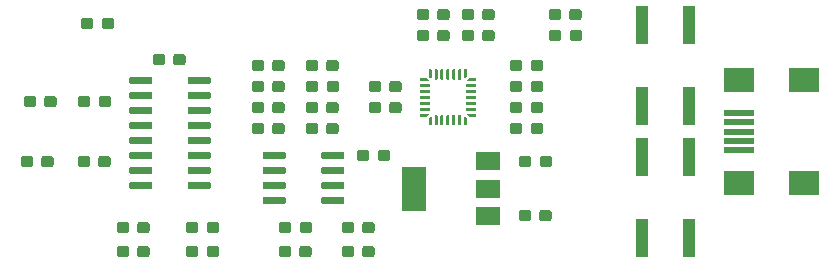
<source format=gbr>
G04 #@! TF.GenerationSoftware,KiCad,Pcbnew,5.1.5-52549c5~86~ubuntu19.10.1*
G04 #@! TF.CreationDate,2020-05-06T16:47:36-07:00*
G04 #@! TF.ProjectId,sdr,7364722e-6b69-4636-9164-5f7063625858,rev?*
G04 #@! TF.SameCoordinates,Original*
G04 #@! TF.FileFunction,Paste,Top*
G04 #@! TF.FilePolarity,Positive*
%FSLAX46Y46*%
G04 Gerber Fmt 4.6, Leading zero omitted, Abs format (unit mm)*
G04 Created by KiCad (PCBNEW 5.1.5-52549c5~86~ubuntu19.10.1) date 2020-05-06 16:47:36*
%MOMM*%
%LPD*%
G04 APERTURE LIST*
%ADD10R,1.000000X3.200000*%
%ADD11R,2.500000X0.500000*%
%ADD12R,2.500000X2.000000*%
%ADD13C,0.100000*%
%ADD14R,2.000000X1.500000*%
%ADD15R,2.000000X3.800000*%
G04 APERTURE END LIST*
D10*
X80740000Y-26318000D03*
X80740000Y-33118000D03*
X76740000Y-33118000D03*
X76740000Y-26318000D03*
X80740000Y-15142000D03*
X80740000Y-21942000D03*
X76740000Y-21942000D03*
X76740000Y-15142000D03*
D11*
X84924000Y-22530000D03*
X84924000Y-23330000D03*
X84924000Y-24130000D03*
X84924000Y-24930000D03*
X84924000Y-25730000D03*
D12*
X84924000Y-19730000D03*
X84924000Y-28530000D03*
X90424000Y-19730000D03*
X90424000Y-28530000D03*
D13*
G36*
X58881279Y-18867365D02*
G01*
X58889721Y-18869925D01*
X58897501Y-18874084D01*
X58904320Y-18879680D01*
X58909916Y-18886499D01*
X58914075Y-18894279D01*
X58916635Y-18902721D01*
X58917500Y-18911500D01*
X58917500Y-19576500D01*
X58916635Y-19585279D01*
X58914075Y-19593721D01*
X58909916Y-19601501D01*
X58904320Y-19608320D01*
X58897501Y-19613916D01*
X58889721Y-19618075D01*
X58881279Y-19620635D01*
X58872500Y-19621500D01*
X58846140Y-19621500D01*
X58837361Y-19620635D01*
X58828919Y-19618075D01*
X58821139Y-19613916D01*
X58814320Y-19608320D01*
X58680680Y-19474680D01*
X58675084Y-19467861D01*
X58670925Y-19460081D01*
X58668365Y-19451639D01*
X58667500Y-19442860D01*
X58667500Y-18911500D01*
X58668365Y-18902721D01*
X58670925Y-18894279D01*
X58675084Y-18886499D01*
X58680680Y-18879680D01*
X58687499Y-18874084D01*
X58695279Y-18869925D01*
X58703721Y-18867365D01*
X58712500Y-18866500D01*
X58872500Y-18866500D01*
X58881279Y-18867365D01*
G37*
G36*
X59361126Y-18866801D02*
G01*
X59367193Y-18867701D01*
X59373143Y-18869191D01*
X59378918Y-18871258D01*
X59384462Y-18873880D01*
X59389723Y-18877033D01*
X59394650Y-18880687D01*
X59399194Y-18884806D01*
X59403313Y-18889350D01*
X59406967Y-18894277D01*
X59410120Y-18899538D01*
X59412742Y-18905082D01*
X59414809Y-18910857D01*
X59416299Y-18916807D01*
X59417199Y-18922874D01*
X59417500Y-18929000D01*
X59417500Y-19679000D01*
X59417199Y-19685126D01*
X59416299Y-19691193D01*
X59414809Y-19697143D01*
X59412742Y-19702918D01*
X59410120Y-19708462D01*
X59406967Y-19713723D01*
X59403313Y-19718650D01*
X59399194Y-19723194D01*
X59394650Y-19727313D01*
X59389723Y-19730967D01*
X59384462Y-19734120D01*
X59378918Y-19736742D01*
X59373143Y-19738809D01*
X59367193Y-19740299D01*
X59361126Y-19741199D01*
X59355000Y-19741500D01*
X59230000Y-19741500D01*
X59223874Y-19741199D01*
X59217807Y-19740299D01*
X59211857Y-19738809D01*
X59206082Y-19736742D01*
X59200538Y-19734120D01*
X59195277Y-19730967D01*
X59190350Y-19727313D01*
X59185806Y-19723194D01*
X59181687Y-19718650D01*
X59178033Y-19713723D01*
X59174880Y-19708462D01*
X59172258Y-19702918D01*
X59170191Y-19697143D01*
X59168701Y-19691193D01*
X59167801Y-19685126D01*
X59167500Y-19679000D01*
X59167500Y-18929000D01*
X59167801Y-18922874D01*
X59168701Y-18916807D01*
X59170191Y-18910857D01*
X59172258Y-18905082D01*
X59174880Y-18899538D01*
X59178033Y-18894277D01*
X59181687Y-18889350D01*
X59185806Y-18884806D01*
X59190350Y-18880687D01*
X59195277Y-18877033D01*
X59200538Y-18873880D01*
X59206082Y-18871258D01*
X59211857Y-18869191D01*
X59217807Y-18867701D01*
X59223874Y-18866801D01*
X59230000Y-18866500D01*
X59355000Y-18866500D01*
X59361126Y-18866801D01*
G37*
G36*
X59861126Y-18866801D02*
G01*
X59867193Y-18867701D01*
X59873143Y-18869191D01*
X59878918Y-18871258D01*
X59884462Y-18873880D01*
X59889723Y-18877033D01*
X59894650Y-18880687D01*
X59899194Y-18884806D01*
X59903313Y-18889350D01*
X59906967Y-18894277D01*
X59910120Y-18899538D01*
X59912742Y-18905082D01*
X59914809Y-18910857D01*
X59916299Y-18916807D01*
X59917199Y-18922874D01*
X59917500Y-18929000D01*
X59917500Y-19679000D01*
X59917199Y-19685126D01*
X59916299Y-19691193D01*
X59914809Y-19697143D01*
X59912742Y-19702918D01*
X59910120Y-19708462D01*
X59906967Y-19713723D01*
X59903313Y-19718650D01*
X59899194Y-19723194D01*
X59894650Y-19727313D01*
X59889723Y-19730967D01*
X59884462Y-19734120D01*
X59878918Y-19736742D01*
X59873143Y-19738809D01*
X59867193Y-19740299D01*
X59861126Y-19741199D01*
X59855000Y-19741500D01*
X59730000Y-19741500D01*
X59723874Y-19741199D01*
X59717807Y-19740299D01*
X59711857Y-19738809D01*
X59706082Y-19736742D01*
X59700538Y-19734120D01*
X59695277Y-19730967D01*
X59690350Y-19727313D01*
X59685806Y-19723194D01*
X59681687Y-19718650D01*
X59678033Y-19713723D01*
X59674880Y-19708462D01*
X59672258Y-19702918D01*
X59670191Y-19697143D01*
X59668701Y-19691193D01*
X59667801Y-19685126D01*
X59667500Y-19679000D01*
X59667500Y-18929000D01*
X59667801Y-18922874D01*
X59668701Y-18916807D01*
X59670191Y-18910857D01*
X59672258Y-18905082D01*
X59674880Y-18899538D01*
X59678033Y-18894277D01*
X59681687Y-18889350D01*
X59685806Y-18884806D01*
X59690350Y-18880687D01*
X59695277Y-18877033D01*
X59700538Y-18873880D01*
X59706082Y-18871258D01*
X59711857Y-18869191D01*
X59717807Y-18867701D01*
X59723874Y-18866801D01*
X59730000Y-18866500D01*
X59855000Y-18866500D01*
X59861126Y-18866801D01*
G37*
G36*
X60361126Y-18866801D02*
G01*
X60367193Y-18867701D01*
X60373143Y-18869191D01*
X60378918Y-18871258D01*
X60384462Y-18873880D01*
X60389723Y-18877033D01*
X60394650Y-18880687D01*
X60399194Y-18884806D01*
X60403313Y-18889350D01*
X60406967Y-18894277D01*
X60410120Y-18899538D01*
X60412742Y-18905082D01*
X60414809Y-18910857D01*
X60416299Y-18916807D01*
X60417199Y-18922874D01*
X60417500Y-18929000D01*
X60417500Y-19679000D01*
X60417199Y-19685126D01*
X60416299Y-19691193D01*
X60414809Y-19697143D01*
X60412742Y-19702918D01*
X60410120Y-19708462D01*
X60406967Y-19713723D01*
X60403313Y-19718650D01*
X60399194Y-19723194D01*
X60394650Y-19727313D01*
X60389723Y-19730967D01*
X60384462Y-19734120D01*
X60378918Y-19736742D01*
X60373143Y-19738809D01*
X60367193Y-19740299D01*
X60361126Y-19741199D01*
X60355000Y-19741500D01*
X60230000Y-19741500D01*
X60223874Y-19741199D01*
X60217807Y-19740299D01*
X60211857Y-19738809D01*
X60206082Y-19736742D01*
X60200538Y-19734120D01*
X60195277Y-19730967D01*
X60190350Y-19727313D01*
X60185806Y-19723194D01*
X60181687Y-19718650D01*
X60178033Y-19713723D01*
X60174880Y-19708462D01*
X60172258Y-19702918D01*
X60170191Y-19697143D01*
X60168701Y-19691193D01*
X60167801Y-19685126D01*
X60167500Y-19679000D01*
X60167500Y-18929000D01*
X60167801Y-18922874D01*
X60168701Y-18916807D01*
X60170191Y-18910857D01*
X60172258Y-18905082D01*
X60174880Y-18899538D01*
X60178033Y-18894277D01*
X60181687Y-18889350D01*
X60185806Y-18884806D01*
X60190350Y-18880687D01*
X60195277Y-18877033D01*
X60200538Y-18873880D01*
X60206082Y-18871258D01*
X60211857Y-18869191D01*
X60217807Y-18867701D01*
X60223874Y-18866801D01*
X60230000Y-18866500D01*
X60355000Y-18866500D01*
X60361126Y-18866801D01*
G37*
G36*
X60861126Y-18866801D02*
G01*
X60867193Y-18867701D01*
X60873143Y-18869191D01*
X60878918Y-18871258D01*
X60884462Y-18873880D01*
X60889723Y-18877033D01*
X60894650Y-18880687D01*
X60899194Y-18884806D01*
X60903313Y-18889350D01*
X60906967Y-18894277D01*
X60910120Y-18899538D01*
X60912742Y-18905082D01*
X60914809Y-18910857D01*
X60916299Y-18916807D01*
X60917199Y-18922874D01*
X60917500Y-18929000D01*
X60917500Y-19679000D01*
X60917199Y-19685126D01*
X60916299Y-19691193D01*
X60914809Y-19697143D01*
X60912742Y-19702918D01*
X60910120Y-19708462D01*
X60906967Y-19713723D01*
X60903313Y-19718650D01*
X60899194Y-19723194D01*
X60894650Y-19727313D01*
X60889723Y-19730967D01*
X60884462Y-19734120D01*
X60878918Y-19736742D01*
X60873143Y-19738809D01*
X60867193Y-19740299D01*
X60861126Y-19741199D01*
X60855000Y-19741500D01*
X60730000Y-19741500D01*
X60723874Y-19741199D01*
X60717807Y-19740299D01*
X60711857Y-19738809D01*
X60706082Y-19736742D01*
X60700538Y-19734120D01*
X60695277Y-19730967D01*
X60690350Y-19727313D01*
X60685806Y-19723194D01*
X60681687Y-19718650D01*
X60678033Y-19713723D01*
X60674880Y-19708462D01*
X60672258Y-19702918D01*
X60670191Y-19697143D01*
X60668701Y-19691193D01*
X60667801Y-19685126D01*
X60667500Y-19679000D01*
X60667500Y-18929000D01*
X60667801Y-18922874D01*
X60668701Y-18916807D01*
X60670191Y-18910857D01*
X60672258Y-18905082D01*
X60674880Y-18899538D01*
X60678033Y-18894277D01*
X60681687Y-18889350D01*
X60685806Y-18884806D01*
X60690350Y-18880687D01*
X60695277Y-18877033D01*
X60700538Y-18873880D01*
X60706082Y-18871258D01*
X60711857Y-18869191D01*
X60717807Y-18867701D01*
X60723874Y-18866801D01*
X60730000Y-18866500D01*
X60855000Y-18866500D01*
X60861126Y-18866801D01*
G37*
G36*
X61361126Y-18866801D02*
G01*
X61367193Y-18867701D01*
X61373143Y-18869191D01*
X61378918Y-18871258D01*
X61384462Y-18873880D01*
X61389723Y-18877033D01*
X61394650Y-18880687D01*
X61399194Y-18884806D01*
X61403313Y-18889350D01*
X61406967Y-18894277D01*
X61410120Y-18899538D01*
X61412742Y-18905082D01*
X61414809Y-18910857D01*
X61416299Y-18916807D01*
X61417199Y-18922874D01*
X61417500Y-18929000D01*
X61417500Y-19679000D01*
X61417199Y-19685126D01*
X61416299Y-19691193D01*
X61414809Y-19697143D01*
X61412742Y-19702918D01*
X61410120Y-19708462D01*
X61406967Y-19713723D01*
X61403313Y-19718650D01*
X61399194Y-19723194D01*
X61394650Y-19727313D01*
X61389723Y-19730967D01*
X61384462Y-19734120D01*
X61378918Y-19736742D01*
X61373143Y-19738809D01*
X61367193Y-19740299D01*
X61361126Y-19741199D01*
X61355000Y-19741500D01*
X61230000Y-19741500D01*
X61223874Y-19741199D01*
X61217807Y-19740299D01*
X61211857Y-19738809D01*
X61206082Y-19736742D01*
X61200538Y-19734120D01*
X61195277Y-19730967D01*
X61190350Y-19727313D01*
X61185806Y-19723194D01*
X61181687Y-19718650D01*
X61178033Y-19713723D01*
X61174880Y-19708462D01*
X61172258Y-19702918D01*
X61170191Y-19697143D01*
X61168701Y-19691193D01*
X61167801Y-19685126D01*
X61167500Y-19679000D01*
X61167500Y-18929000D01*
X61167801Y-18922874D01*
X61168701Y-18916807D01*
X61170191Y-18910857D01*
X61172258Y-18905082D01*
X61174880Y-18899538D01*
X61178033Y-18894277D01*
X61181687Y-18889350D01*
X61185806Y-18884806D01*
X61190350Y-18880687D01*
X61195277Y-18877033D01*
X61200538Y-18873880D01*
X61206082Y-18871258D01*
X61211857Y-18869191D01*
X61217807Y-18867701D01*
X61223874Y-18866801D01*
X61230000Y-18866500D01*
X61355000Y-18866500D01*
X61361126Y-18866801D01*
G37*
G36*
X61881279Y-18867365D02*
G01*
X61889721Y-18869925D01*
X61897501Y-18874084D01*
X61904320Y-18879680D01*
X61909916Y-18886499D01*
X61914075Y-18894279D01*
X61916635Y-18902721D01*
X61917500Y-18911500D01*
X61917500Y-19442860D01*
X61916635Y-19451639D01*
X61914075Y-19460081D01*
X61909916Y-19467861D01*
X61904320Y-19474680D01*
X61770680Y-19608320D01*
X61763861Y-19613916D01*
X61756081Y-19618075D01*
X61747639Y-19620635D01*
X61738860Y-19621500D01*
X61712500Y-19621500D01*
X61703721Y-19620635D01*
X61695279Y-19618075D01*
X61687499Y-19613916D01*
X61680680Y-19608320D01*
X61675084Y-19601501D01*
X61670925Y-19593721D01*
X61668365Y-19585279D01*
X61667500Y-19576500D01*
X61667500Y-18911500D01*
X61668365Y-18902721D01*
X61670925Y-18894279D01*
X61675084Y-18886499D01*
X61680680Y-18879680D01*
X61687499Y-18874084D01*
X61695279Y-18869925D01*
X61703721Y-18867365D01*
X61712500Y-18866500D01*
X61872500Y-18866500D01*
X61881279Y-18867365D01*
G37*
G36*
X62631279Y-19617365D02*
G01*
X62639721Y-19619925D01*
X62647501Y-19624084D01*
X62654320Y-19629680D01*
X62659916Y-19636499D01*
X62664075Y-19644279D01*
X62666635Y-19652721D01*
X62667500Y-19661500D01*
X62667500Y-19821500D01*
X62666635Y-19830279D01*
X62664075Y-19838721D01*
X62659916Y-19846501D01*
X62654320Y-19853320D01*
X62647501Y-19858916D01*
X62639721Y-19863075D01*
X62631279Y-19865635D01*
X62622500Y-19866500D01*
X61957500Y-19866500D01*
X61948721Y-19865635D01*
X61940279Y-19863075D01*
X61932499Y-19858916D01*
X61925680Y-19853320D01*
X61920084Y-19846501D01*
X61915925Y-19838721D01*
X61913365Y-19830279D01*
X61912500Y-19821500D01*
X61912500Y-19795140D01*
X61913365Y-19786361D01*
X61915925Y-19777919D01*
X61920084Y-19770139D01*
X61925680Y-19763320D01*
X62059320Y-19629680D01*
X62066139Y-19624084D01*
X62073919Y-19619925D01*
X62082361Y-19617365D01*
X62091140Y-19616500D01*
X62622500Y-19616500D01*
X62631279Y-19617365D01*
G37*
G36*
X62611126Y-20116801D02*
G01*
X62617193Y-20117701D01*
X62623143Y-20119191D01*
X62628918Y-20121258D01*
X62634462Y-20123880D01*
X62639723Y-20127033D01*
X62644650Y-20130687D01*
X62649194Y-20134806D01*
X62653313Y-20139350D01*
X62656967Y-20144277D01*
X62660120Y-20149538D01*
X62662742Y-20155082D01*
X62664809Y-20160857D01*
X62666299Y-20166807D01*
X62667199Y-20172874D01*
X62667500Y-20179000D01*
X62667500Y-20304000D01*
X62667199Y-20310126D01*
X62666299Y-20316193D01*
X62664809Y-20322143D01*
X62662742Y-20327918D01*
X62660120Y-20333462D01*
X62656967Y-20338723D01*
X62653313Y-20343650D01*
X62649194Y-20348194D01*
X62644650Y-20352313D01*
X62639723Y-20355967D01*
X62634462Y-20359120D01*
X62628918Y-20361742D01*
X62623143Y-20363809D01*
X62617193Y-20365299D01*
X62611126Y-20366199D01*
X62605000Y-20366500D01*
X61855000Y-20366500D01*
X61848874Y-20366199D01*
X61842807Y-20365299D01*
X61836857Y-20363809D01*
X61831082Y-20361742D01*
X61825538Y-20359120D01*
X61820277Y-20355967D01*
X61815350Y-20352313D01*
X61810806Y-20348194D01*
X61806687Y-20343650D01*
X61803033Y-20338723D01*
X61799880Y-20333462D01*
X61797258Y-20327918D01*
X61795191Y-20322143D01*
X61793701Y-20316193D01*
X61792801Y-20310126D01*
X61792500Y-20304000D01*
X61792500Y-20179000D01*
X61792801Y-20172874D01*
X61793701Y-20166807D01*
X61795191Y-20160857D01*
X61797258Y-20155082D01*
X61799880Y-20149538D01*
X61803033Y-20144277D01*
X61806687Y-20139350D01*
X61810806Y-20134806D01*
X61815350Y-20130687D01*
X61820277Y-20127033D01*
X61825538Y-20123880D01*
X61831082Y-20121258D01*
X61836857Y-20119191D01*
X61842807Y-20117701D01*
X61848874Y-20116801D01*
X61855000Y-20116500D01*
X62605000Y-20116500D01*
X62611126Y-20116801D01*
G37*
G36*
X62611126Y-20616801D02*
G01*
X62617193Y-20617701D01*
X62623143Y-20619191D01*
X62628918Y-20621258D01*
X62634462Y-20623880D01*
X62639723Y-20627033D01*
X62644650Y-20630687D01*
X62649194Y-20634806D01*
X62653313Y-20639350D01*
X62656967Y-20644277D01*
X62660120Y-20649538D01*
X62662742Y-20655082D01*
X62664809Y-20660857D01*
X62666299Y-20666807D01*
X62667199Y-20672874D01*
X62667500Y-20679000D01*
X62667500Y-20804000D01*
X62667199Y-20810126D01*
X62666299Y-20816193D01*
X62664809Y-20822143D01*
X62662742Y-20827918D01*
X62660120Y-20833462D01*
X62656967Y-20838723D01*
X62653313Y-20843650D01*
X62649194Y-20848194D01*
X62644650Y-20852313D01*
X62639723Y-20855967D01*
X62634462Y-20859120D01*
X62628918Y-20861742D01*
X62623143Y-20863809D01*
X62617193Y-20865299D01*
X62611126Y-20866199D01*
X62605000Y-20866500D01*
X61855000Y-20866500D01*
X61848874Y-20866199D01*
X61842807Y-20865299D01*
X61836857Y-20863809D01*
X61831082Y-20861742D01*
X61825538Y-20859120D01*
X61820277Y-20855967D01*
X61815350Y-20852313D01*
X61810806Y-20848194D01*
X61806687Y-20843650D01*
X61803033Y-20838723D01*
X61799880Y-20833462D01*
X61797258Y-20827918D01*
X61795191Y-20822143D01*
X61793701Y-20816193D01*
X61792801Y-20810126D01*
X61792500Y-20804000D01*
X61792500Y-20679000D01*
X61792801Y-20672874D01*
X61793701Y-20666807D01*
X61795191Y-20660857D01*
X61797258Y-20655082D01*
X61799880Y-20649538D01*
X61803033Y-20644277D01*
X61806687Y-20639350D01*
X61810806Y-20634806D01*
X61815350Y-20630687D01*
X61820277Y-20627033D01*
X61825538Y-20623880D01*
X61831082Y-20621258D01*
X61836857Y-20619191D01*
X61842807Y-20617701D01*
X61848874Y-20616801D01*
X61855000Y-20616500D01*
X62605000Y-20616500D01*
X62611126Y-20616801D01*
G37*
G36*
X62611126Y-21116801D02*
G01*
X62617193Y-21117701D01*
X62623143Y-21119191D01*
X62628918Y-21121258D01*
X62634462Y-21123880D01*
X62639723Y-21127033D01*
X62644650Y-21130687D01*
X62649194Y-21134806D01*
X62653313Y-21139350D01*
X62656967Y-21144277D01*
X62660120Y-21149538D01*
X62662742Y-21155082D01*
X62664809Y-21160857D01*
X62666299Y-21166807D01*
X62667199Y-21172874D01*
X62667500Y-21179000D01*
X62667500Y-21304000D01*
X62667199Y-21310126D01*
X62666299Y-21316193D01*
X62664809Y-21322143D01*
X62662742Y-21327918D01*
X62660120Y-21333462D01*
X62656967Y-21338723D01*
X62653313Y-21343650D01*
X62649194Y-21348194D01*
X62644650Y-21352313D01*
X62639723Y-21355967D01*
X62634462Y-21359120D01*
X62628918Y-21361742D01*
X62623143Y-21363809D01*
X62617193Y-21365299D01*
X62611126Y-21366199D01*
X62605000Y-21366500D01*
X61855000Y-21366500D01*
X61848874Y-21366199D01*
X61842807Y-21365299D01*
X61836857Y-21363809D01*
X61831082Y-21361742D01*
X61825538Y-21359120D01*
X61820277Y-21355967D01*
X61815350Y-21352313D01*
X61810806Y-21348194D01*
X61806687Y-21343650D01*
X61803033Y-21338723D01*
X61799880Y-21333462D01*
X61797258Y-21327918D01*
X61795191Y-21322143D01*
X61793701Y-21316193D01*
X61792801Y-21310126D01*
X61792500Y-21304000D01*
X61792500Y-21179000D01*
X61792801Y-21172874D01*
X61793701Y-21166807D01*
X61795191Y-21160857D01*
X61797258Y-21155082D01*
X61799880Y-21149538D01*
X61803033Y-21144277D01*
X61806687Y-21139350D01*
X61810806Y-21134806D01*
X61815350Y-21130687D01*
X61820277Y-21127033D01*
X61825538Y-21123880D01*
X61831082Y-21121258D01*
X61836857Y-21119191D01*
X61842807Y-21117701D01*
X61848874Y-21116801D01*
X61855000Y-21116500D01*
X62605000Y-21116500D01*
X62611126Y-21116801D01*
G37*
G36*
X62611126Y-21616801D02*
G01*
X62617193Y-21617701D01*
X62623143Y-21619191D01*
X62628918Y-21621258D01*
X62634462Y-21623880D01*
X62639723Y-21627033D01*
X62644650Y-21630687D01*
X62649194Y-21634806D01*
X62653313Y-21639350D01*
X62656967Y-21644277D01*
X62660120Y-21649538D01*
X62662742Y-21655082D01*
X62664809Y-21660857D01*
X62666299Y-21666807D01*
X62667199Y-21672874D01*
X62667500Y-21679000D01*
X62667500Y-21804000D01*
X62667199Y-21810126D01*
X62666299Y-21816193D01*
X62664809Y-21822143D01*
X62662742Y-21827918D01*
X62660120Y-21833462D01*
X62656967Y-21838723D01*
X62653313Y-21843650D01*
X62649194Y-21848194D01*
X62644650Y-21852313D01*
X62639723Y-21855967D01*
X62634462Y-21859120D01*
X62628918Y-21861742D01*
X62623143Y-21863809D01*
X62617193Y-21865299D01*
X62611126Y-21866199D01*
X62605000Y-21866500D01*
X61855000Y-21866500D01*
X61848874Y-21866199D01*
X61842807Y-21865299D01*
X61836857Y-21863809D01*
X61831082Y-21861742D01*
X61825538Y-21859120D01*
X61820277Y-21855967D01*
X61815350Y-21852313D01*
X61810806Y-21848194D01*
X61806687Y-21843650D01*
X61803033Y-21838723D01*
X61799880Y-21833462D01*
X61797258Y-21827918D01*
X61795191Y-21822143D01*
X61793701Y-21816193D01*
X61792801Y-21810126D01*
X61792500Y-21804000D01*
X61792500Y-21679000D01*
X61792801Y-21672874D01*
X61793701Y-21666807D01*
X61795191Y-21660857D01*
X61797258Y-21655082D01*
X61799880Y-21649538D01*
X61803033Y-21644277D01*
X61806687Y-21639350D01*
X61810806Y-21634806D01*
X61815350Y-21630687D01*
X61820277Y-21627033D01*
X61825538Y-21623880D01*
X61831082Y-21621258D01*
X61836857Y-21619191D01*
X61842807Y-21617701D01*
X61848874Y-21616801D01*
X61855000Y-21616500D01*
X62605000Y-21616500D01*
X62611126Y-21616801D01*
G37*
G36*
X62611126Y-22116801D02*
G01*
X62617193Y-22117701D01*
X62623143Y-22119191D01*
X62628918Y-22121258D01*
X62634462Y-22123880D01*
X62639723Y-22127033D01*
X62644650Y-22130687D01*
X62649194Y-22134806D01*
X62653313Y-22139350D01*
X62656967Y-22144277D01*
X62660120Y-22149538D01*
X62662742Y-22155082D01*
X62664809Y-22160857D01*
X62666299Y-22166807D01*
X62667199Y-22172874D01*
X62667500Y-22179000D01*
X62667500Y-22304000D01*
X62667199Y-22310126D01*
X62666299Y-22316193D01*
X62664809Y-22322143D01*
X62662742Y-22327918D01*
X62660120Y-22333462D01*
X62656967Y-22338723D01*
X62653313Y-22343650D01*
X62649194Y-22348194D01*
X62644650Y-22352313D01*
X62639723Y-22355967D01*
X62634462Y-22359120D01*
X62628918Y-22361742D01*
X62623143Y-22363809D01*
X62617193Y-22365299D01*
X62611126Y-22366199D01*
X62605000Y-22366500D01*
X61855000Y-22366500D01*
X61848874Y-22366199D01*
X61842807Y-22365299D01*
X61836857Y-22363809D01*
X61831082Y-22361742D01*
X61825538Y-22359120D01*
X61820277Y-22355967D01*
X61815350Y-22352313D01*
X61810806Y-22348194D01*
X61806687Y-22343650D01*
X61803033Y-22338723D01*
X61799880Y-22333462D01*
X61797258Y-22327918D01*
X61795191Y-22322143D01*
X61793701Y-22316193D01*
X61792801Y-22310126D01*
X61792500Y-22304000D01*
X61792500Y-22179000D01*
X61792801Y-22172874D01*
X61793701Y-22166807D01*
X61795191Y-22160857D01*
X61797258Y-22155082D01*
X61799880Y-22149538D01*
X61803033Y-22144277D01*
X61806687Y-22139350D01*
X61810806Y-22134806D01*
X61815350Y-22130687D01*
X61820277Y-22127033D01*
X61825538Y-22123880D01*
X61831082Y-22121258D01*
X61836857Y-22119191D01*
X61842807Y-22117701D01*
X61848874Y-22116801D01*
X61855000Y-22116500D01*
X62605000Y-22116500D01*
X62611126Y-22116801D01*
G37*
G36*
X62631279Y-22617365D02*
G01*
X62639721Y-22619925D01*
X62647501Y-22624084D01*
X62654320Y-22629680D01*
X62659916Y-22636499D01*
X62664075Y-22644279D01*
X62666635Y-22652721D01*
X62667500Y-22661500D01*
X62667500Y-22821500D01*
X62666635Y-22830279D01*
X62664075Y-22838721D01*
X62659916Y-22846501D01*
X62654320Y-22853320D01*
X62647501Y-22858916D01*
X62639721Y-22863075D01*
X62631279Y-22865635D01*
X62622500Y-22866500D01*
X62091140Y-22866500D01*
X62082361Y-22865635D01*
X62073919Y-22863075D01*
X62066139Y-22858916D01*
X62059320Y-22853320D01*
X61925680Y-22719680D01*
X61920084Y-22712861D01*
X61915925Y-22705081D01*
X61913365Y-22696639D01*
X61912500Y-22687860D01*
X61912500Y-22661500D01*
X61913365Y-22652721D01*
X61915925Y-22644279D01*
X61920084Y-22636499D01*
X61925680Y-22629680D01*
X61932499Y-22624084D01*
X61940279Y-22619925D01*
X61948721Y-22617365D01*
X61957500Y-22616500D01*
X62622500Y-22616500D01*
X62631279Y-22617365D01*
G37*
G36*
X61747639Y-22862365D02*
G01*
X61756081Y-22864925D01*
X61763861Y-22869084D01*
X61770680Y-22874680D01*
X61904320Y-23008320D01*
X61909916Y-23015139D01*
X61914075Y-23022919D01*
X61916635Y-23031361D01*
X61917500Y-23040140D01*
X61917500Y-23571500D01*
X61916635Y-23580279D01*
X61914075Y-23588721D01*
X61909916Y-23596501D01*
X61904320Y-23603320D01*
X61897501Y-23608916D01*
X61889721Y-23613075D01*
X61881279Y-23615635D01*
X61872500Y-23616500D01*
X61712500Y-23616500D01*
X61703721Y-23615635D01*
X61695279Y-23613075D01*
X61687499Y-23608916D01*
X61680680Y-23603320D01*
X61675084Y-23596501D01*
X61670925Y-23588721D01*
X61668365Y-23580279D01*
X61667500Y-23571500D01*
X61667500Y-22906500D01*
X61668365Y-22897721D01*
X61670925Y-22889279D01*
X61675084Y-22881499D01*
X61680680Y-22874680D01*
X61687499Y-22869084D01*
X61695279Y-22864925D01*
X61703721Y-22862365D01*
X61712500Y-22861500D01*
X61738860Y-22861500D01*
X61747639Y-22862365D01*
G37*
G36*
X61361126Y-22741801D02*
G01*
X61367193Y-22742701D01*
X61373143Y-22744191D01*
X61378918Y-22746258D01*
X61384462Y-22748880D01*
X61389723Y-22752033D01*
X61394650Y-22755687D01*
X61399194Y-22759806D01*
X61403313Y-22764350D01*
X61406967Y-22769277D01*
X61410120Y-22774538D01*
X61412742Y-22780082D01*
X61414809Y-22785857D01*
X61416299Y-22791807D01*
X61417199Y-22797874D01*
X61417500Y-22804000D01*
X61417500Y-23554000D01*
X61417199Y-23560126D01*
X61416299Y-23566193D01*
X61414809Y-23572143D01*
X61412742Y-23577918D01*
X61410120Y-23583462D01*
X61406967Y-23588723D01*
X61403313Y-23593650D01*
X61399194Y-23598194D01*
X61394650Y-23602313D01*
X61389723Y-23605967D01*
X61384462Y-23609120D01*
X61378918Y-23611742D01*
X61373143Y-23613809D01*
X61367193Y-23615299D01*
X61361126Y-23616199D01*
X61355000Y-23616500D01*
X61230000Y-23616500D01*
X61223874Y-23616199D01*
X61217807Y-23615299D01*
X61211857Y-23613809D01*
X61206082Y-23611742D01*
X61200538Y-23609120D01*
X61195277Y-23605967D01*
X61190350Y-23602313D01*
X61185806Y-23598194D01*
X61181687Y-23593650D01*
X61178033Y-23588723D01*
X61174880Y-23583462D01*
X61172258Y-23577918D01*
X61170191Y-23572143D01*
X61168701Y-23566193D01*
X61167801Y-23560126D01*
X61167500Y-23554000D01*
X61167500Y-22804000D01*
X61167801Y-22797874D01*
X61168701Y-22791807D01*
X61170191Y-22785857D01*
X61172258Y-22780082D01*
X61174880Y-22774538D01*
X61178033Y-22769277D01*
X61181687Y-22764350D01*
X61185806Y-22759806D01*
X61190350Y-22755687D01*
X61195277Y-22752033D01*
X61200538Y-22748880D01*
X61206082Y-22746258D01*
X61211857Y-22744191D01*
X61217807Y-22742701D01*
X61223874Y-22741801D01*
X61230000Y-22741500D01*
X61355000Y-22741500D01*
X61361126Y-22741801D01*
G37*
G36*
X60861126Y-22741801D02*
G01*
X60867193Y-22742701D01*
X60873143Y-22744191D01*
X60878918Y-22746258D01*
X60884462Y-22748880D01*
X60889723Y-22752033D01*
X60894650Y-22755687D01*
X60899194Y-22759806D01*
X60903313Y-22764350D01*
X60906967Y-22769277D01*
X60910120Y-22774538D01*
X60912742Y-22780082D01*
X60914809Y-22785857D01*
X60916299Y-22791807D01*
X60917199Y-22797874D01*
X60917500Y-22804000D01*
X60917500Y-23554000D01*
X60917199Y-23560126D01*
X60916299Y-23566193D01*
X60914809Y-23572143D01*
X60912742Y-23577918D01*
X60910120Y-23583462D01*
X60906967Y-23588723D01*
X60903313Y-23593650D01*
X60899194Y-23598194D01*
X60894650Y-23602313D01*
X60889723Y-23605967D01*
X60884462Y-23609120D01*
X60878918Y-23611742D01*
X60873143Y-23613809D01*
X60867193Y-23615299D01*
X60861126Y-23616199D01*
X60855000Y-23616500D01*
X60730000Y-23616500D01*
X60723874Y-23616199D01*
X60717807Y-23615299D01*
X60711857Y-23613809D01*
X60706082Y-23611742D01*
X60700538Y-23609120D01*
X60695277Y-23605967D01*
X60690350Y-23602313D01*
X60685806Y-23598194D01*
X60681687Y-23593650D01*
X60678033Y-23588723D01*
X60674880Y-23583462D01*
X60672258Y-23577918D01*
X60670191Y-23572143D01*
X60668701Y-23566193D01*
X60667801Y-23560126D01*
X60667500Y-23554000D01*
X60667500Y-22804000D01*
X60667801Y-22797874D01*
X60668701Y-22791807D01*
X60670191Y-22785857D01*
X60672258Y-22780082D01*
X60674880Y-22774538D01*
X60678033Y-22769277D01*
X60681687Y-22764350D01*
X60685806Y-22759806D01*
X60690350Y-22755687D01*
X60695277Y-22752033D01*
X60700538Y-22748880D01*
X60706082Y-22746258D01*
X60711857Y-22744191D01*
X60717807Y-22742701D01*
X60723874Y-22741801D01*
X60730000Y-22741500D01*
X60855000Y-22741500D01*
X60861126Y-22741801D01*
G37*
G36*
X60361126Y-22741801D02*
G01*
X60367193Y-22742701D01*
X60373143Y-22744191D01*
X60378918Y-22746258D01*
X60384462Y-22748880D01*
X60389723Y-22752033D01*
X60394650Y-22755687D01*
X60399194Y-22759806D01*
X60403313Y-22764350D01*
X60406967Y-22769277D01*
X60410120Y-22774538D01*
X60412742Y-22780082D01*
X60414809Y-22785857D01*
X60416299Y-22791807D01*
X60417199Y-22797874D01*
X60417500Y-22804000D01*
X60417500Y-23554000D01*
X60417199Y-23560126D01*
X60416299Y-23566193D01*
X60414809Y-23572143D01*
X60412742Y-23577918D01*
X60410120Y-23583462D01*
X60406967Y-23588723D01*
X60403313Y-23593650D01*
X60399194Y-23598194D01*
X60394650Y-23602313D01*
X60389723Y-23605967D01*
X60384462Y-23609120D01*
X60378918Y-23611742D01*
X60373143Y-23613809D01*
X60367193Y-23615299D01*
X60361126Y-23616199D01*
X60355000Y-23616500D01*
X60230000Y-23616500D01*
X60223874Y-23616199D01*
X60217807Y-23615299D01*
X60211857Y-23613809D01*
X60206082Y-23611742D01*
X60200538Y-23609120D01*
X60195277Y-23605967D01*
X60190350Y-23602313D01*
X60185806Y-23598194D01*
X60181687Y-23593650D01*
X60178033Y-23588723D01*
X60174880Y-23583462D01*
X60172258Y-23577918D01*
X60170191Y-23572143D01*
X60168701Y-23566193D01*
X60167801Y-23560126D01*
X60167500Y-23554000D01*
X60167500Y-22804000D01*
X60167801Y-22797874D01*
X60168701Y-22791807D01*
X60170191Y-22785857D01*
X60172258Y-22780082D01*
X60174880Y-22774538D01*
X60178033Y-22769277D01*
X60181687Y-22764350D01*
X60185806Y-22759806D01*
X60190350Y-22755687D01*
X60195277Y-22752033D01*
X60200538Y-22748880D01*
X60206082Y-22746258D01*
X60211857Y-22744191D01*
X60217807Y-22742701D01*
X60223874Y-22741801D01*
X60230000Y-22741500D01*
X60355000Y-22741500D01*
X60361126Y-22741801D01*
G37*
G36*
X59861126Y-22741801D02*
G01*
X59867193Y-22742701D01*
X59873143Y-22744191D01*
X59878918Y-22746258D01*
X59884462Y-22748880D01*
X59889723Y-22752033D01*
X59894650Y-22755687D01*
X59899194Y-22759806D01*
X59903313Y-22764350D01*
X59906967Y-22769277D01*
X59910120Y-22774538D01*
X59912742Y-22780082D01*
X59914809Y-22785857D01*
X59916299Y-22791807D01*
X59917199Y-22797874D01*
X59917500Y-22804000D01*
X59917500Y-23554000D01*
X59917199Y-23560126D01*
X59916299Y-23566193D01*
X59914809Y-23572143D01*
X59912742Y-23577918D01*
X59910120Y-23583462D01*
X59906967Y-23588723D01*
X59903313Y-23593650D01*
X59899194Y-23598194D01*
X59894650Y-23602313D01*
X59889723Y-23605967D01*
X59884462Y-23609120D01*
X59878918Y-23611742D01*
X59873143Y-23613809D01*
X59867193Y-23615299D01*
X59861126Y-23616199D01*
X59855000Y-23616500D01*
X59730000Y-23616500D01*
X59723874Y-23616199D01*
X59717807Y-23615299D01*
X59711857Y-23613809D01*
X59706082Y-23611742D01*
X59700538Y-23609120D01*
X59695277Y-23605967D01*
X59690350Y-23602313D01*
X59685806Y-23598194D01*
X59681687Y-23593650D01*
X59678033Y-23588723D01*
X59674880Y-23583462D01*
X59672258Y-23577918D01*
X59670191Y-23572143D01*
X59668701Y-23566193D01*
X59667801Y-23560126D01*
X59667500Y-23554000D01*
X59667500Y-22804000D01*
X59667801Y-22797874D01*
X59668701Y-22791807D01*
X59670191Y-22785857D01*
X59672258Y-22780082D01*
X59674880Y-22774538D01*
X59678033Y-22769277D01*
X59681687Y-22764350D01*
X59685806Y-22759806D01*
X59690350Y-22755687D01*
X59695277Y-22752033D01*
X59700538Y-22748880D01*
X59706082Y-22746258D01*
X59711857Y-22744191D01*
X59717807Y-22742701D01*
X59723874Y-22741801D01*
X59730000Y-22741500D01*
X59855000Y-22741500D01*
X59861126Y-22741801D01*
G37*
G36*
X59361126Y-22741801D02*
G01*
X59367193Y-22742701D01*
X59373143Y-22744191D01*
X59378918Y-22746258D01*
X59384462Y-22748880D01*
X59389723Y-22752033D01*
X59394650Y-22755687D01*
X59399194Y-22759806D01*
X59403313Y-22764350D01*
X59406967Y-22769277D01*
X59410120Y-22774538D01*
X59412742Y-22780082D01*
X59414809Y-22785857D01*
X59416299Y-22791807D01*
X59417199Y-22797874D01*
X59417500Y-22804000D01*
X59417500Y-23554000D01*
X59417199Y-23560126D01*
X59416299Y-23566193D01*
X59414809Y-23572143D01*
X59412742Y-23577918D01*
X59410120Y-23583462D01*
X59406967Y-23588723D01*
X59403313Y-23593650D01*
X59399194Y-23598194D01*
X59394650Y-23602313D01*
X59389723Y-23605967D01*
X59384462Y-23609120D01*
X59378918Y-23611742D01*
X59373143Y-23613809D01*
X59367193Y-23615299D01*
X59361126Y-23616199D01*
X59355000Y-23616500D01*
X59230000Y-23616500D01*
X59223874Y-23616199D01*
X59217807Y-23615299D01*
X59211857Y-23613809D01*
X59206082Y-23611742D01*
X59200538Y-23609120D01*
X59195277Y-23605967D01*
X59190350Y-23602313D01*
X59185806Y-23598194D01*
X59181687Y-23593650D01*
X59178033Y-23588723D01*
X59174880Y-23583462D01*
X59172258Y-23577918D01*
X59170191Y-23572143D01*
X59168701Y-23566193D01*
X59167801Y-23560126D01*
X59167500Y-23554000D01*
X59167500Y-22804000D01*
X59167801Y-22797874D01*
X59168701Y-22791807D01*
X59170191Y-22785857D01*
X59172258Y-22780082D01*
X59174880Y-22774538D01*
X59178033Y-22769277D01*
X59181687Y-22764350D01*
X59185806Y-22759806D01*
X59190350Y-22755687D01*
X59195277Y-22752033D01*
X59200538Y-22748880D01*
X59206082Y-22746258D01*
X59211857Y-22744191D01*
X59217807Y-22742701D01*
X59223874Y-22741801D01*
X59230000Y-22741500D01*
X59355000Y-22741500D01*
X59361126Y-22741801D01*
G37*
G36*
X58881279Y-22862365D02*
G01*
X58889721Y-22864925D01*
X58897501Y-22869084D01*
X58904320Y-22874680D01*
X58909916Y-22881499D01*
X58914075Y-22889279D01*
X58916635Y-22897721D01*
X58917500Y-22906500D01*
X58917500Y-23571500D01*
X58916635Y-23580279D01*
X58914075Y-23588721D01*
X58909916Y-23596501D01*
X58904320Y-23603320D01*
X58897501Y-23608916D01*
X58889721Y-23613075D01*
X58881279Y-23615635D01*
X58872500Y-23616500D01*
X58712500Y-23616500D01*
X58703721Y-23615635D01*
X58695279Y-23613075D01*
X58687499Y-23608916D01*
X58680680Y-23603320D01*
X58675084Y-23596501D01*
X58670925Y-23588721D01*
X58668365Y-23580279D01*
X58667500Y-23571500D01*
X58667500Y-23040140D01*
X58668365Y-23031361D01*
X58670925Y-23022919D01*
X58675084Y-23015139D01*
X58680680Y-23008320D01*
X58814320Y-22874680D01*
X58821139Y-22869084D01*
X58828919Y-22864925D01*
X58837361Y-22862365D01*
X58846140Y-22861500D01*
X58872500Y-22861500D01*
X58881279Y-22862365D01*
G37*
G36*
X58636279Y-22617365D02*
G01*
X58644721Y-22619925D01*
X58652501Y-22624084D01*
X58659320Y-22629680D01*
X58664916Y-22636499D01*
X58669075Y-22644279D01*
X58671635Y-22652721D01*
X58672500Y-22661500D01*
X58672500Y-22687860D01*
X58671635Y-22696639D01*
X58669075Y-22705081D01*
X58664916Y-22712861D01*
X58659320Y-22719680D01*
X58525680Y-22853320D01*
X58518861Y-22858916D01*
X58511081Y-22863075D01*
X58502639Y-22865635D01*
X58493860Y-22866500D01*
X57962500Y-22866500D01*
X57953721Y-22865635D01*
X57945279Y-22863075D01*
X57937499Y-22858916D01*
X57930680Y-22853320D01*
X57925084Y-22846501D01*
X57920925Y-22838721D01*
X57918365Y-22830279D01*
X57917500Y-22821500D01*
X57917500Y-22661500D01*
X57918365Y-22652721D01*
X57920925Y-22644279D01*
X57925084Y-22636499D01*
X57930680Y-22629680D01*
X57937499Y-22624084D01*
X57945279Y-22619925D01*
X57953721Y-22617365D01*
X57962500Y-22616500D01*
X58627500Y-22616500D01*
X58636279Y-22617365D01*
G37*
G36*
X58736126Y-22116801D02*
G01*
X58742193Y-22117701D01*
X58748143Y-22119191D01*
X58753918Y-22121258D01*
X58759462Y-22123880D01*
X58764723Y-22127033D01*
X58769650Y-22130687D01*
X58774194Y-22134806D01*
X58778313Y-22139350D01*
X58781967Y-22144277D01*
X58785120Y-22149538D01*
X58787742Y-22155082D01*
X58789809Y-22160857D01*
X58791299Y-22166807D01*
X58792199Y-22172874D01*
X58792500Y-22179000D01*
X58792500Y-22304000D01*
X58792199Y-22310126D01*
X58791299Y-22316193D01*
X58789809Y-22322143D01*
X58787742Y-22327918D01*
X58785120Y-22333462D01*
X58781967Y-22338723D01*
X58778313Y-22343650D01*
X58774194Y-22348194D01*
X58769650Y-22352313D01*
X58764723Y-22355967D01*
X58759462Y-22359120D01*
X58753918Y-22361742D01*
X58748143Y-22363809D01*
X58742193Y-22365299D01*
X58736126Y-22366199D01*
X58730000Y-22366500D01*
X57980000Y-22366500D01*
X57973874Y-22366199D01*
X57967807Y-22365299D01*
X57961857Y-22363809D01*
X57956082Y-22361742D01*
X57950538Y-22359120D01*
X57945277Y-22355967D01*
X57940350Y-22352313D01*
X57935806Y-22348194D01*
X57931687Y-22343650D01*
X57928033Y-22338723D01*
X57924880Y-22333462D01*
X57922258Y-22327918D01*
X57920191Y-22322143D01*
X57918701Y-22316193D01*
X57917801Y-22310126D01*
X57917500Y-22304000D01*
X57917500Y-22179000D01*
X57917801Y-22172874D01*
X57918701Y-22166807D01*
X57920191Y-22160857D01*
X57922258Y-22155082D01*
X57924880Y-22149538D01*
X57928033Y-22144277D01*
X57931687Y-22139350D01*
X57935806Y-22134806D01*
X57940350Y-22130687D01*
X57945277Y-22127033D01*
X57950538Y-22123880D01*
X57956082Y-22121258D01*
X57961857Y-22119191D01*
X57967807Y-22117701D01*
X57973874Y-22116801D01*
X57980000Y-22116500D01*
X58730000Y-22116500D01*
X58736126Y-22116801D01*
G37*
G36*
X58736126Y-21616801D02*
G01*
X58742193Y-21617701D01*
X58748143Y-21619191D01*
X58753918Y-21621258D01*
X58759462Y-21623880D01*
X58764723Y-21627033D01*
X58769650Y-21630687D01*
X58774194Y-21634806D01*
X58778313Y-21639350D01*
X58781967Y-21644277D01*
X58785120Y-21649538D01*
X58787742Y-21655082D01*
X58789809Y-21660857D01*
X58791299Y-21666807D01*
X58792199Y-21672874D01*
X58792500Y-21679000D01*
X58792500Y-21804000D01*
X58792199Y-21810126D01*
X58791299Y-21816193D01*
X58789809Y-21822143D01*
X58787742Y-21827918D01*
X58785120Y-21833462D01*
X58781967Y-21838723D01*
X58778313Y-21843650D01*
X58774194Y-21848194D01*
X58769650Y-21852313D01*
X58764723Y-21855967D01*
X58759462Y-21859120D01*
X58753918Y-21861742D01*
X58748143Y-21863809D01*
X58742193Y-21865299D01*
X58736126Y-21866199D01*
X58730000Y-21866500D01*
X57980000Y-21866500D01*
X57973874Y-21866199D01*
X57967807Y-21865299D01*
X57961857Y-21863809D01*
X57956082Y-21861742D01*
X57950538Y-21859120D01*
X57945277Y-21855967D01*
X57940350Y-21852313D01*
X57935806Y-21848194D01*
X57931687Y-21843650D01*
X57928033Y-21838723D01*
X57924880Y-21833462D01*
X57922258Y-21827918D01*
X57920191Y-21822143D01*
X57918701Y-21816193D01*
X57917801Y-21810126D01*
X57917500Y-21804000D01*
X57917500Y-21679000D01*
X57917801Y-21672874D01*
X57918701Y-21666807D01*
X57920191Y-21660857D01*
X57922258Y-21655082D01*
X57924880Y-21649538D01*
X57928033Y-21644277D01*
X57931687Y-21639350D01*
X57935806Y-21634806D01*
X57940350Y-21630687D01*
X57945277Y-21627033D01*
X57950538Y-21623880D01*
X57956082Y-21621258D01*
X57961857Y-21619191D01*
X57967807Y-21617701D01*
X57973874Y-21616801D01*
X57980000Y-21616500D01*
X58730000Y-21616500D01*
X58736126Y-21616801D01*
G37*
G36*
X58736126Y-21116801D02*
G01*
X58742193Y-21117701D01*
X58748143Y-21119191D01*
X58753918Y-21121258D01*
X58759462Y-21123880D01*
X58764723Y-21127033D01*
X58769650Y-21130687D01*
X58774194Y-21134806D01*
X58778313Y-21139350D01*
X58781967Y-21144277D01*
X58785120Y-21149538D01*
X58787742Y-21155082D01*
X58789809Y-21160857D01*
X58791299Y-21166807D01*
X58792199Y-21172874D01*
X58792500Y-21179000D01*
X58792500Y-21304000D01*
X58792199Y-21310126D01*
X58791299Y-21316193D01*
X58789809Y-21322143D01*
X58787742Y-21327918D01*
X58785120Y-21333462D01*
X58781967Y-21338723D01*
X58778313Y-21343650D01*
X58774194Y-21348194D01*
X58769650Y-21352313D01*
X58764723Y-21355967D01*
X58759462Y-21359120D01*
X58753918Y-21361742D01*
X58748143Y-21363809D01*
X58742193Y-21365299D01*
X58736126Y-21366199D01*
X58730000Y-21366500D01*
X57980000Y-21366500D01*
X57973874Y-21366199D01*
X57967807Y-21365299D01*
X57961857Y-21363809D01*
X57956082Y-21361742D01*
X57950538Y-21359120D01*
X57945277Y-21355967D01*
X57940350Y-21352313D01*
X57935806Y-21348194D01*
X57931687Y-21343650D01*
X57928033Y-21338723D01*
X57924880Y-21333462D01*
X57922258Y-21327918D01*
X57920191Y-21322143D01*
X57918701Y-21316193D01*
X57917801Y-21310126D01*
X57917500Y-21304000D01*
X57917500Y-21179000D01*
X57917801Y-21172874D01*
X57918701Y-21166807D01*
X57920191Y-21160857D01*
X57922258Y-21155082D01*
X57924880Y-21149538D01*
X57928033Y-21144277D01*
X57931687Y-21139350D01*
X57935806Y-21134806D01*
X57940350Y-21130687D01*
X57945277Y-21127033D01*
X57950538Y-21123880D01*
X57956082Y-21121258D01*
X57961857Y-21119191D01*
X57967807Y-21117701D01*
X57973874Y-21116801D01*
X57980000Y-21116500D01*
X58730000Y-21116500D01*
X58736126Y-21116801D01*
G37*
G36*
X58736126Y-20616801D02*
G01*
X58742193Y-20617701D01*
X58748143Y-20619191D01*
X58753918Y-20621258D01*
X58759462Y-20623880D01*
X58764723Y-20627033D01*
X58769650Y-20630687D01*
X58774194Y-20634806D01*
X58778313Y-20639350D01*
X58781967Y-20644277D01*
X58785120Y-20649538D01*
X58787742Y-20655082D01*
X58789809Y-20660857D01*
X58791299Y-20666807D01*
X58792199Y-20672874D01*
X58792500Y-20679000D01*
X58792500Y-20804000D01*
X58792199Y-20810126D01*
X58791299Y-20816193D01*
X58789809Y-20822143D01*
X58787742Y-20827918D01*
X58785120Y-20833462D01*
X58781967Y-20838723D01*
X58778313Y-20843650D01*
X58774194Y-20848194D01*
X58769650Y-20852313D01*
X58764723Y-20855967D01*
X58759462Y-20859120D01*
X58753918Y-20861742D01*
X58748143Y-20863809D01*
X58742193Y-20865299D01*
X58736126Y-20866199D01*
X58730000Y-20866500D01*
X57980000Y-20866500D01*
X57973874Y-20866199D01*
X57967807Y-20865299D01*
X57961857Y-20863809D01*
X57956082Y-20861742D01*
X57950538Y-20859120D01*
X57945277Y-20855967D01*
X57940350Y-20852313D01*
X57935806Y-20848194D01*
X57931687Y-20843650D01*
X57928033Y-20838723D01*
X57924880Y-20833462D01*
X57922258Y-20827918D01*
X57920191Y-20822143D01*
X57918701Y-20816193D01*
X57917801Y-20810126D01*
X57917500Y-20804000D01*
X57917500Y-20679000D01*
X57917801Y-20672874D01*
X57918701Y-20666807D01*
X57920191Y-20660857D01*
X57922258Y-20655082D01*
X57924880Y-20649538D01*
X57928033Y-20644277D01*
X57931687Y-20639350D01*
X57935806Y-20634806D01*
X57940350Y-20630687D01*
X57945277Y-20627033D01*
X57950538Y-20623880D01*
X57956082Y-20621258D01*
X57961857Y-20619191D01*
X57967807Y-20617701D01*
X57973874Y-20616801D01*
X57980000Y-20616500D01*
X58730000Y-20616500D01*
X58736126Y-20616801D01*
G37*
G36*
X58736126Y-20116801D02*
G01*
X58742193Y-20117701D01*
X58748143Y-20119191D01*
X58753918Y-20121258D01*
X58759462Y-20123880D01*
X58764723Y-20127033D01*
X58769650Y-20130687D01*
X58774194Y-20134806D01*
X58778313Y-20139350D01*
X58781967Y-20144277D01*
X58785120Y-20149538D01*
X58787742Y-20155082D01*
X58789809Y-20160857D01*
X58791299Y-20166807D01*
X58792199Y-20172874D01*
X58792500Y-20179000D01*
X58792500Y-20304000D01*
X58792199Y-20310126D01*
X58791299Y-20316193D01*
X58789809Y-20322143D01*
X58787742Y-20327918D01*
X58785120Y-20333462D01*
X58781967Y-20338723D01*
X58778313Y-20343650D01*
X58774194Y-20348194D01*
X58769650Y-20352313D01*
X58764723Y-20355967D01*
X58759462Y-20359120D01*
X58753918Y-20361742D01*
X58748143Y-20363809D01*
X58742193Y-20365299D01*
X58736126Y-20366199D01*
X58730000Y-20366500D01*
X57980000Y-20366500D01*
X57973874Y-20366199D01*
X57967807Y-20365299D01*
X57961857Y-20363809D01*
X57956082Y-20361742D01*
X57950538Y-20359120D01*
X57945277Y-20355967D01*
X57940350Y-20352313D01*
X57935806Y-20348194D01*
X57931687Y-20343650D01*
X57928033Y-20338723D01*
X57924880Y-20333462D01*
X57922258Y-20327918D01*
X57920191Y-20322143D01*
X57918701Y-20316193D01*
X57917801Y-20310126D01*
X57917500Y-20304000D01*
X57917500Y-20179000D01*
X57917801Y-20172874D01*
X57918701Y-20166807D01*
X57920191Y-20160857D01*
X57922258Y-20155082D01*
X57924880Y-20149538D01*
X57928033Y-20144277D01*
X57931687Y-20139350D01*
X57935806Y-20134806D01*
X57940350Y-20130687D01*
X57945277Y-20127033D01*
X57950538Y-20123880D01*
X57956082Y-20121258D01*
X57961857Y-20119191D01*
X57967807Y-20117701D01*
X57973874Y-20116801D01*
X57980000Y-20116500D01*
X58730000Y-20116500D01*
X58736126Y-20116801D01*
G37*
G36*
X58502639Y-19617365D02*
G01*
X58511081Y-19619925D01*
X58518861Y-19624084D01*
X58525680Y-19629680D01*
X58659320Y-19763320D01*
X58664916Y-19770139D01*
X58669075Y-19777919D01*
X58671635Y-19786361D01*
X58672500Y-19795140D01*
X58672500Y-19821500D01*
X58671635Y-19830279D01*
X58669075Y-19838721D01*
X58664916Y-19846501D01*
X58659320Y-19853320D01*
X58652501Y-19858916D01*
X58644721Y-19863075D01*
X58636279Y-19865635D01*
X58627500Y-19866500D01*
X57962500Y-19866500D01*
X57953721Y-19865635D01*
X57945279Y-19863075D01*
X57937499Y-19858916D01*
X57930680Y-19853320D01*
X57925084Y-19846501D01*
X57920925Y-19838721D01*
X57918365Y-19830279D01*
X57917500Y-19821500D01*
X57917500Y-19661500D01*
X57918365Y-19652721D01*
X57920925Y-19644279D01*
X57925084Y-19636499D01*
X57930680Y-19629680D01*
X57937499Y-19624084D01*
X57945279Y-19619925D01*
X57953721Y-19617365D01*
X57962500Y-19616500D01*
X58493860Y-19616500D01*
X58502639Y-19617365D01*
G37*
D14*
X63704000Y-31256000D03*
X63704000Y-26656000D03*
X63704000Y-28956000D03*
D15*
X57404000Y-28956000D03*
D13*
G36*
X40079703Y-19512722D02*
G01*
X40094264Y-19514882D01*
X40108543Y-19518459D01*
X40122403Y-19523418D01*
X40135710Y-19529712D01*
X40148336Y-19537280D01*
X40160159Y-19546048D01*
X40171066Y-19555934D01*
X40180952Y-19566841D01*
X40189720Y-19578664D01*
X40197288Y-19591290D01*
X40203582Y-19604597D01*
X40208541Y-19618457D01*
X40212118Y-19632736D01*
X40214278Y-19647297D01*
X40215000Y-19662000D01*
X40215000Y-19962000D01*
X40214278Y-19976703D01*
X40212118Y-19991264D01*
X40208541Y-20005543D01*
X40203582Y-20019403D01*
X40197288Y-20032710D01*
X40189720Y-20045336D01*
X40180952Y-20057159D01*
X40171066Y-20068066D01*
X40160159Y-20077952D01*
X40148336Y-20086720D01*
X40135710Y-20094288D01*
X40122403Y-20100582D01*
X40108543Y-20105541D01*
X40094264Y-20109118D01*
X40079703Y-20111278D01*
X40065000Y-20112000D01*
X38415000Y-20112000D01*
X38400297Y-20111278D01*
X38385736Y-20109118D01*
X38371457Y-20105541D01*
X38357597Y-20100582D01*
X38344290Y-20094288D01*
X38331664Y-20086720D01*
X38319841Y-20077952D01*
X38308934Y-20068066D01*
X38299048Y-20057159D01*
X38290280Y-20045336D01*
X38282712Y-20032710D01*
X38276418Y-20019403D01*
X38271459Y-20005543D01*
X38267882Y-19991264D01*
X38265722Y-19976703D01*
X38265000Y-19962000D01*
X38265000Y-19662000D01*
X38265722Y-19647297D01*
X38267882Y-19632736D01*
X38271459Y-19618457D01*
X38276418Y-19604597D01*
X38282712Y-19591290D01*
X38290280Y-19578664D01*
X38299048Y-19566841D01*
X38308934Y-19555934D01*
X38319841Y-19546048D01*
X38331664Y-19537280D01*
X38344290Y-19529712D01*
X38357597Y-19523418D01*
X38371457Y-19518459D01*
X38385736Y-19514882D01*
X38400297Y-19512722D01*
X38415000Y-19512000D01*
X40065000Y-19512000D01*
X40079703Y-19512722D01*
G37*
G36*
X40079703Y-20782722D02*
G01*
X40094264Y-20784882D01*
X40108543Y-20788459D01*
X40122403Y-20793418D01*
X40135710Y-20799712D01*
X40148336Y-20807280D01*
X40160159Y-20816048D01*
X40171066Y-20825934D01*
X40180952Y-20836841D01*
X40189720Y-20848664D01*
X40197288Y-20861290D01*
X40203582Y-20874597D01*
X40208541Y-20888457D01*
X40212118Y-20902736D01*
X40214278Y-20917297D01*
X40215000Y-20932000D01*
X40215000Y-21232000D01*
X40214278Y-21246703D01*
X40212118Y-21261264D01*
X40208541Y-21275543D01*
X40203582Y-21289403D01*
X40197288Y-21302710D01*
X40189720Y-21315336D01*
X40180952Y-21327159D01*
X40171066Y-21338066D01*
X40160159Y-21347952D01*
X40148336Y-21356720D01*
X40135710Y-21364288D01*
X40122403Y-21370582D01*
X40108543Y-21375541D01*
X40094264Y-21379118D01*
X40079703Y-21381278D01*
X40065000Y-21382000D01*
X38415000Y-21382000D01*
X38400297Y-21381278D01*
X38385736Y-21379118D01*
X38371457Y-21375541D01*
X38357597Y-21370582D01*
X38344290Y-21364288D01*
X38331664Y-21356720D01*
X38319841Y-21347952D01*
X38308934Y-21338066D01*
X38299048Y-21327159D01*
X38290280Y-21315336D01*
X38282712Y-21302710D01*
X38276418Y-21289403D01*
X38271459Y-21275543D01*
X38267882Y-21261264D01*
X38265722Y-21246703D01*
X38265000Y-21232000D01*
X38265000Y-20932000D01*
X38265722Y-20917297D01*
X38267882Y-20902736D01*
X38271459Y-20888457D01*
X38276418Y-20874597D01*
X38282712Y-20861290D01*
X38290280Y-20848664D01*
X38299048Y-20836841D01*
X38308934Y-20825934D01*
X38319841Y-20816048D01*
X38331664Y-20807280D01*
X38344290Y-20799712D01*
X38357597Y-20793418D01*
X38371457Y-20788459D01*
X38385736Y-20784882D01*
X38400297Y-20782722D01*
X38415000Y-20782000D01*
X40065000Y-20782000D01*
X40079703Y-20782722D01*
G37*
G36*
X40079703Y-22052722D02*
G01*
X40094264Y-22054882D01*
X40108543Y-22058459D01*
X40122403Y-22063418D01*
X40135710Y-22069712D01*
X40148336Y-22077280D01*
X40160159Y-22086048D01*
X40171066Y-22095934D01*
X40180952Y-22106841D01*
X40189720Y-22118664D01*
X40197288Y-22131290D01*
X40203582Y-22144597D01*
X40208541Y-22158457D01*
X40212118Y-22172736D01*
X40214278Y-22187297D01*
X40215000Y-22202000D01*
X40215000Y-22502000D01*
X40214278Y-22516703D01*
X40212118Y-22531264D01*
X40208541Y-22545543D01*
X40203582Y-22559403D01*
X40197288Y-22572710D01*
X40189720Y-22585336D01*
X40180952Y-22597159D01*
X40171066Y-22608066D01*
X40160159Y-22617952D01*
X40148336Y-22626720D01*
X40135710Y-22634288D01*
X40122403Y-22640582D01*
X40108543Y-22645541D01*
X40094264Y-22649118D01*
X40079703Y-22651278D01*
X40065000Y-22652000D01*
X38415000Y-22652000D01*
X38400297Y-22651278D01*
X38385736Y-22649118D01*
X38371457Y-22645541D01*
X38357597Y-22640582D01*
X38344290Y-22634288D01*
X38331664Y-22626720D01*
X38319841Y-22617952D01*
X38308934Y-22608066D01*
X38299048Y-22597159D01*
X38290280Y-22585336D01*
X38282712Y-22572710D01*
X38276418Y-22559403D01*
X38271459Y-22545543D01*
X38267882Y-22531264D01*
X38265722Y-22516703D01*
X38265000Y-22502000D01*
X38265000Y-22202000D01*
X38265722Y-22187297D01*
X38267882Y-22172736D01*
X38271459Y-22158457D01*
X38276418Y-22144597D01*
X38282712Y-22131290D01*
X38290280Y-22118664D01*
X38299048Y-22106841D01*
X38308934Y-22095934D01*
X38319841Y-22086048D01*
X38331664Y-22077280D01*
X38344290Y-22069712D01*
X38357597Y-22063418D01*
X38371457Y-22058459D01*
X38385736Y-22054882D01*
X38400297Y-22052722D01*
X38415000Y-22052000D01*
X40065000Y-22052000D01*
X40079703Y-22052722D01*
G37*
G36*
X40079703Y-23322722D02*
G01*
X40094264Y-23324882D01*
X40108543Y-23328459D01*
X40122403Y-23333418D01*
X40135710Y-23339712D01*
X40148336Y-23347280D01*
X40160159Y-23356048D01*
X40171066Y-23365934D01*
X40180952Y-23376841D01*
X40189720Y-23388664D01*
X40197288Y-23401290D01*
X40203582Y-23414597D01*
X40208541Y-23428457D01*
X40212118Y-23442736D01*
X40214278Y-23457297D01*
X40215000Y-23472000D01*
X40215000Y-23772000D01*
X40214278Y-23786703D01*
X40212118Y-23801264D01*
X40208541Y-23815543D01*
X40203582Y-23829403D01*
X40197288Y-23842710D01*
X40189720Y-23855336D01*
X40180952Y-23867159D01*
X40171066Y-23878066D01*
X40160159Y-23887952D01*
X40148336Y-23896720D01*
X40135710Y-23904288D01*
X40122403Y-23910582D01*
X40108543Y-23915541D01*
X40094264Y-23919118D01*
X40079703Y-23921278D01*
X40065000Y-23922000D01*
X38415000Y-23922000D01*
X38400297Y-23921278D01*
X38385736Y-23919118D01*
X38371457Y-23915541D01*
X38357597Y-23910582D01*
X38344290Y-23904288D01*
X38331664Y-23896720D01*
X38319841Y-23887952D01*
X38308934Y-23878066D01*
X38299048Y-23867159D01*
X38290280Y-23855336D01*
X38282712Y-23842710D01*
X38276418Y-23829403D01*
X38271459Y-23815543D01*
X38267882Y-23801264D01*
X38265722Y-23786703D01*
X38265000Y-23772000D01*
X38265000Y-23472000D01*
X38265722Y-23457297D01*
X38267882Y-23442736D01*
X38271459Y-23428457D01*
X38276418Y-23414597D01*
X38282712Y-23401290D01*
X38290280Y-23388664D01*
X38299048Y-23376841D01*
X38308934Y-23365934D01*
X38319841Y-23356048D01*
X38331664Y-23347280D01*
X38344290Y-23339712D01*
X38357597Y-23333418D01*
X38371457Y-23328459D01*
X38385736Y-23324882D01*
X38400297Y-23322722D01*
X38415000Y-23322000D01*
X40065000Y-23322000D01*
X40079703Y-23322722D01*
G37*
G36*
X40079703Y-24592722D02*
G01*
X40094264Y-24594882D01*
X40108543Y-24598459D01*
X40122403Y-24603418D01*
X40135710Y-24609712D01*
X40148336Y-24617280D01*
X40160159Y-24626048D01*
X40171066Y-24635934D01*
X40180952Y-24646841D01*
X40189720Y-24658664D01*
X40197288Y-24671290D01*
X40203582Y-24684597D01*
X40208541Y-24698457D01*
X40212118Y-24712736D01*
X40214278Y-24727297D01*
X40215000Y-24742000D01*
X40215000Y-25042000D01*
X40214278Y-25056703D01*
X40212118Y-25071264D01*
X40208541Y-25085543D01*
X40203582Y-25099403D01*
X40197288Y-25112710D01*
X40189720Y-25125336D01*
X40180952Y-25137159D01*
X40171066Y-25148066D01*
X40160159Y-25157952D01*
X40148336Y-25166720D01*
X40135710Y-25174288D01*
X40122403Y-25180582D01*
X40108543Y-25185541D01*
X40094264Y-25189118D01*
X40079703Y-25191278D01*
X40065000Y-25192000D01*
X38415000Y-25192000D01*
X38400297Y-25191278D01*
X38385736Y-25189118D01*
X38371457Y-25185541D01*
X38357597Y-25180582D01*
X38344290Y-25174288D01*
X38331664Y-25166720D01*
X38319841Y-25157952D01*
X38308934Y-25148066D01*
X38299048Y-25137159D01*
X38290280Y-25125336D01*
X38282712Y-25112710D01*
X38276418Y-25099403D01*
X38271459Y-25085543D01*
X38267882Y-25071264D01*
X38265722Y-25056703D01*
X38265000Y-25042000D01*
X38265000Y-24742000D01*
X38265722Y-24727297D01*
X38267882Y-24712736D01*
X38271459Y-24698457D01*
X38276418Y-24684597D01*
X38282712Y-24671290D01*
X38290280Y-24658664D01*
X38299048Y-24646841D01*
X38308934Y-24635934D01*
X38319841Y-24626048D01*
X38331664Y-24617280D01*
X38344290Y-24609712D01*
X38357597Y-24603418D01*
X38371457Y-24598459D01*
X38385736Y-24594882D01*
X38400297Y-24592722D01*
X38415000Y-24592000D01*
X40065000Y-24592000D01*
X40079703Y-24592722D01*
G37*
G36*
X40079703Y-25862722D02*
G01*
X40094264Y-25864882D01*
X40108543Y-25868459D01*
X40122403Y-25873418D01*
X40135710Y-25879712D01*
X40148336Y-25887280D01*
X40160159Y-25896048D01*
X40171066Y-25905934D01*
X40180952Y-25916841D01*
X40189720Y-25928664D01*
X40197288Y-25941290D01*
X40203582Y-25954597D01*
X40208541Y-25968457D01*
X40212118Y-25982736D01*
X40214278Y-25997297D01*
X40215000Y-26012000D01*
X40215000Y-26312000D01*
X40214278Y-26326703D01*
X40212118Y-26341264D01*
X40208541Y-26355543D01*
X40203582Y-26369403D01*
X40197288Y-26382710D01*
X40189720Y-26395336D01*
X40180952Y-26407159D01*
X40171066Y-26418066D01*
X40160159Y-26427952D01*
X40148336Y-26436720D01*
X40135710Y-26444288D01*
X40122403Y-26450582D01*
X40108543Y-26455541D01*
X40094264Y-26459118D01*
X40079703Y-26461278D01*
X40065000Y-26462000D01*
X38415000Y-26462000D01*
X38400297Y-26461278D01*
X38385736Y-26459118D01*
X38371457Y-26455541D01*
X38357597Y-26450582D01*
X38344290Y-26444288D01*
X38331664Y-26436720D01*
X38319841Y-26427952D01*
X38308934Y-26418066D01*
X38299048Y-26407159D01*
X38290280Y-26395336D01*
X38282712Y-26382710D01*
X38276418Y-26369403D01*
X38271459Y-26355543D01*
X38267882Y-26341264D01*
X38265722Y-26326703D01*
X38265000Y-26312000D01*
X38265000Y-26012000D01*
X38265722Y-25997297D01*
X38267882Y-25982736D01*
X38271459Y-25968457D01*
X38276418Y-25954597D01*
X38282712Y-25941290D01*
X38290280Y-25928664D01*
X38299048Y-25916841D01*
X38308934Y-25905934D01*
X38319841Y-25896048D01*
X38331664Y-25887280D01*
X38344290Y-25879712D01*
X38357597Y-25873418D01*
X38371457Y-25868459D01*
X38385736Y-25864882D01*
X38400297Y-25862722D01*
X38415000Y-25862000D01*
X40065000Y-25862000D01*
X40079703Y-25862722D01*
G37*
G36*
X40079703Y-27132722D02*
G01*
X40094264Y-27134882D01*
X40108543Y-27138459D01*
X40122403Y-27143418D01*
X40135710Y-27149712D01*
X40148336Y-27157280D01*
X40160159Y-27166048D01*
X40171066Y-27175934D01*
X40180952Y-27186841D01*
X40189720Y-27198664D01*
X40197288Y-27211290D01*
X40203582Y-27224597D01*
X40208541Y-27238457D01*
X40212118Y-27252736D01*
X40214278Y-27267297D01*
X40215000Y-27282000D01*
X40215000Y-27582000D01*
X40214278Y-27596703D01*
X40212118Y-27611264D01*
X40208541Y-27625543D01*
X40203582Y-27639403D01*
X40197288Y-27652710D01*
X40189720Y-27665336D01*
X40180952Y-27677159D01*
X40171066Y-27688066D01*
X40160159Y-27697952D01*
X40148336Y-27706720D01*
X40135710Y-27714288D01*
X40122403Y-27720582D01*
X40108543Y-27725541D01*
X40094264Y-27729118D01*
X40079703Y-27731278D01*
X40065000Y-27732000D01*
X38415000Y-27732000D01*
X38400297Y-27731278D01*
X38385736Y-27729118D01*
X38371457Y-27725541D01*
X38357597Y-27720582D01*
X38344290Y-27714288D01*
X38331664Y-27706720D01*
X38319841Y-27697952D01*
X38308934Y-27688066D01*
X38299048Y-27677159D01*
X38290280Y-27665336D01*
X38282712Y-27652710D01*
X38276418Y-27639403D01*
X38271459Y-27625543D01*
X38267882Y-27611264D01*
X38265722Y-27596703D01*
X38265000Y-27582000D01*
X38265000Y-27282000D01*
X38265722Y-27267297D01*
X38267882Y-27252736D01*
X38271459Y-27238457D01*
X38276418Y-27224597D01*
X38282712Y-27211290D01*
X38290280Y-27198664D01*
X38299048Y-27186841D01*
X38308934Y-27175934D01*
X38319841Y-27166048D01*
X38331664Y-27157280D01*
X38344290Y-27149712D01*
X38357597Y-27143418D01*
X38371457Y-27138459D01*
X38385736Y-27134882D01*
X38400297Y-27132722D01*
X38415000Y-27132000D01*
X40065000Y-27132000D01*
X40079703Y-27132722D01*
G37*
G36*
X40079703Y-28402722D02*
G01*
X40094264Y-28404882D01*
X40108543Y-28408459D01*
X40122403Y-28413418D01*
X40135710Y-28419712D01*
X40148336Y-28427280D01*
X40160159Y-28436048D01*
X40171066Y-28445934D01*
X40180952Y-28456841D01*
X40189720Y-28468664D01*
X40197288Y-28481290D01*
X40203582Y-28494597D01*
X40208541Y-28508457D01*
X40212118Y-28522736D01*
X40214278Y-28537297D01*
X40215000Y-28552000D01*
X40215000Y-28852000D01*
X40214278Y-28866703D01*
X40212118Y-28881264D01*
X40208541Y-28895543D01*
X40203582Y-28909403D01*
X40197288Y-28922710D01*
X40189720Y-28935336D01*
X40180952Y-28947159D01*
X40171066Y-28958066D01*
X40160159Y-28967952D01*
X40148336Y-28976720D01*
X40135710Y-28984288D01*
X40122403Y-28990582D01*
X40108543Y-28995541D01*
X40094264Y-28999118D01*
X40079703Y-29001278D01*
X40065000Y-29002000D01*
X38415000Y-29002000D01*
X38400297Y-29001278D01*
X38385736Y-28999118D01*
X38371457Y-28995541D01*
X38357597Y-28990582D01*
X38344290Y-28984288D01*
X38331664Y-28976720D01*
X38319841Y-28967952D01*
X38308934Y-28958066D01*
X38299048Y-28947159D01*
X38290280Y-28935336D01*
X38282712Y-28922710D01*
X38276418Y-28909403D01*
X38271459Y-28895543D01*
X38267882Y-28881264D01*
X38265722Y-28866703D01*
X38265000Y-28852000D01*
X38265000Y-28552000D01*
X38265722Y-28537297D01*
X38267882Y-28522736D01*
X38271459Y-28508457D01*
X38276418Y-28494597D01*
X38282712Y-28481290D01*
X38290280Y-28468664D01*
X38299048Y-28456841D01*
X38308934Y-28445934D01*
X38319841Y-28436048D01*
X38331664Y-28427280D01*
X38344290Y-28419712D01*
X38357597Y-28413418D01*
X38371457Y-28408459D01*
X38385736Y-28404882D01*
X38400297Y-28402722D01*
X38415000Y-28402000D01*
X40065000Y-28402000D01*
X40079703Y-28402722D01*
G37*
G36*
X35129703Y-28402722D02*
G01*
X35144264Y-28404882D01*
X35158543Y-28408459D01*
X35172403Y-28413418D01*
X35185710Y-28419712D01*
X35198336Y-28427280D01*
X35210159Y-28436048D01*
X35221066Y-28445934D01*
X35230952Y-28456841D01*
X35239720Y-28468664D01*
X35247288Y-28481290D01*
X35253582Y-28494597D01*
X35258541Y-28508457D01*
X35262118Y-28522736D01*
X35264278Y-28537297D01*
X35265000Y-28552000D01*
X35265000Y-28852000D01*
X35264278Y-28866703D01*
X35262118Y-28881264D01*
X35258541Y-28895543D01*
X35253582Y-28909403D01*
X35247288Y-28922710D01*
X35239720Y-28935336D01*
X35230952Y-28947159D01*
X35221066Y-28958066D01*
X35210159Y-28967952D01*
X35198336Y-28976720D01*
X35185710Y-28984288D01*
X35172403Y-28990582D01*
X35158543Y-28995541D01*
X35144264Y-28999118D01*
X35129703Y-29001278D01*
X35115000Y-29002000D01*
X33465000Y-29002000D01*
X33450297Y-29001278D01*
X33435736Y-28999118D01*
X33421457Y-28995541D01*
X33407597Y-28990582D01*
X33394290Y-28984288D01*
X33381664Y-28976720D01*
X33369841Y-28967952D01*
X33358934Y-28958066D01*
X33349048Y-28947159D01*
X33340280Y-28935336D01*
X33332712Y-28922710D01*
X33326418Y-28909403D01*
X33321459Y-28895543D01*
X33317882Y-28881264D01*
X33315722Y-28866703D01*
X33315000Y-28852000D01*
X33315000Y-28552000D01*
X33315722Y-28537297D01*
X33317882Y-28522736D01*
X33321459Y-28508457D01*
X33326418Y-28494597D01*
X33332712Y-28481290D01*
X33340280Y-28468664D01*
X33349048Y-28456841D01*
X33358934Y-28445934D01*
X33369841Y-28436048D01*
X33381664Y-28427280D01*
X33394290Y-28419712D01*
X33407597Y-28413418D01*
X33421457Y-28408459D01*
X33435736Y-28404882D01*
X33450297Y-28402722D01*
X33465000Y-28402000D01*
X35115000Y-28402000D01*
X35129703Y-28402722D01*
G37*
G36*
X35129703Y-27132722D02*
G01*
X35144264Y-27134882D01*
X35158543Y-27138459D01*
X35172403Y-27143418D01*
X35185710Y-27149712D01*
X35198336Y-27157280D01*
X35210159Y-27166048D01*
X35221066Y-27175934D01*
X35230952Y-27186841D01*
X35239720Y-27198664D01*
X35247288Y-27211290D01*
X35253582Y-27224597D01*
X35258541Y-27238457D01*
X35262118Y-27252736D01*
X35264278Y-27267297D01*
X35265000Y-27282000D01*
X35265000Y-27582000D01*
X35264278Y-27596703D01*
X35262118Y-27611264D01*
X35258541Y-27625543D01*
X35253582Y-27639403D01*
X35247288Y-27652710D01*
X35239720Y-27665336D01*
X35230952Y-27677159D01*
X35221066Y-27688066D01*
X35210159Y-27697952D01*
X35198336Y-27706720D01*
X35185710Y-27714288D01*
X35172403Y-27720582D01*
X35158543Y-27725541D01*
X35144264Y-27729118D01*
X35129703Y-27731278D01*
X35115000Y-27732000D01*
X33465000Y-27732000D01*
X33450297Y-27731278D01*
X33435736Y-27729118D01*
X33421457Y-27725541D01*
X33407597Y-27720582D01*
X33394290Y-27714288D01*
X33381664Y-27706720D01*
X33369841Y-27697952D01*
X33358934Y-27688066D01*
X33349048Y-27677159D01*
X33340280Y-27665336D01*
X33332712Y-27652710D01*
X33326418Y-27639403D01*
X33321459Y-27625543D01*
X33317882Y-27611264D01*
X33315722Y-27596703D01*
X33315000Y-27582000D01*
X33315000Y-27282000D01*
X33315722Y-27267297D01*
X33317882Y-27252736D01*
X33321459Y-27238457D01*
X33326418Y-27224597D01*
X33332712Y-27211290D01*
X33340280Y-27198664D01*
X33349048Y-27186841D01*
X33358934Y-27175934D01*
X33369841Y-27166048D01*
X33381664Y-27157280D01*
X33394290Y-27149712D01*
X33407597Y-27143418D01*
X33421457Y-27138459D01*
X33435736Y-27134882D01*
X33450297Y-27132722D01*
X33465000Y-27132000D01*
X35115000Y-27132000D01*
X35129703Y-27132722D01*
G37*
G36*
X35129703Y-25862722D02*
G01*
X35144264Y-25864882D01*
X35158543Y-25868459D01*
X35172403Y-25873418D01*
X35185710Y-25879712D01*
X35198336Y-25887280D01*
X35210159Y-25896048D01*
X35221066Y-25905934D01*
X35230952Y-25916841D01*
X35239720Y-25928664D01*
X35247288Y-25941290D01*
X35253582Y-25954597D01*
X35258541Y-25968457D01*
X35262118Y-25982736D01*
X35264278Y-25997297D01*
X35265000Y-26012000D01*
X35265000Y-26312000D01*
X35264278Y-26326703D01*
X35262118Y-26341264D01*
X35258541Y-26355543D01*
X35253582Y-26369403D01*
X35247288Y-26382710D01*
X35239720Y-26395336D01*
X35230952Y-26407159D01*
X35221066Y-26418066D01*
X35210159Y-26427952D01*
X35198336Y-26436720D01*
X35185710Y-26444288D01*
X35172403Y-26450582D01*
X35158543Y-26455541D01*
X35144264Y-26459118D01*
X35129703Y-26461278D01*
X35115000Y-26462000D01*
X33465000Y-26462000D01*
X33450297Y-26461278D01*
X33435736Y-26459118D01*
X33421457Y-26455541D01*
X33407597Y-26450582D01*
X33394290Y-26444288D01*
X33381664Y-26436720D01*
X33369841Y-26427952D01*
X33358934Y-26418066D01*
X33349048Y-26407159D01*
X33340280Y-26395336D01*
X33332712Y-26382710D01*
X33326418Y-26369403D01*
X33321459Y-26355543D01*
X33317882Y-26341264D01*
X33315722Y-26326703D01*
X33315000Y-26312000D01*
X33315000Y-26012000D01*
X33315722Y-25997297D01*
X33317882Y-25982736D01*
X33321459Y-25968457D01*
X33326418Y-25954597D01*
X33332712Y-25941290D01*
X33340280Y-25928664D01*
X33349048Y-25916841D01*
X33358934Y-25905934D01*
X33369841Y-25896048D01*
X33381664Y-25887280D01*
X33394290Y-25879712D01*
X33407597Y-25873418D01*
X33421457Y-25868459D01*
X33435736Y-25864882D01*
X33450297Y-25862722D01*
X33465000Y-25862000D01*
X35115000Y-25862000D01*
X35129703Y-25862722D01*
G37*
G36*
X35129703Y-24592722D02*
G01*
X35144264Y-24594882D01*
X35158543Y-24598459D01*
X35172403Y-24603418D01*
X35185710Y-24609712D01*
X35198336Y-24617280D01*
X35210159Y-24626048D01*
X35221066Y-24635934D01*
X35230952Y-24646841D01*
X35239720Y-24658664D01*
X35247288Y-24671290D01*
X35253582Y-24684597D01*
X35258541Y-24698457D01*
X35262118Y-24712736D01*
X35264278Y-24727297D01*
X35265000Y-24742000D01*
X35265000Y-25042000D01*
X35264278Y-25056703D01*
X35262118Y-25071264D01*
X35258541Y-25085543D01*
X35253582Y-25099403D01*
X35247288Y-25112710D01*
X35239720Y-25125336D01*
X35230952Y-25137159D01*
X35221066Y-25148066D01*
X35210159Y-25157952D01*
X35198336Y-25166720D01*
X35185710Y-25174288D01*
X35172403Y-25180582D01*
X35158543Y-25185541D01*
X35144264Y-25189118D01*
X35129703Y-25191278D01*
X35115000Y-25192000D01*
X33465000Y-25192000D01*
X33450297Y-25191278D01*
X33435736Y-25189118D01*
X33421457Y-25185541D01*
X33407597Y-25180582D01*
X33394290Y-25174288D01*
X33381664Y-25166720D01*
X33369841Y-25157952D01*
X33358934Y-25148066D01*
X33349048Y-25137159D01*
X33340280Y-25125336D01*
X33332712Y-25112710D01*
X33326418Y-25099403D01*
X33321459Y-25085543D01*
X33317882Y-25071264D01*
X33315722Y-25056703D01*
X33315000Y-25042000D01*
X33315000Y-24742000D01*
X33315722Y-24727297D01*
X33317882Y-24712736D01*
X33321459Y-24698457D01*
X33326418Y-24684597D01*
X33332712Y-24671290D01*
X33340280Y-24658664D01*
X33349048Y-24646841D01*
X33358934Y-24635934D01*
X33369841Y-24626048D01*
X33381664Y-24617280D01*
X33394290Y-24609712D01*
X33407597Y-24603418D01*
X33421457Y-24598459D01*
X33435736Y-24594882D01*
X33450297Y-24592722D01*
X33465000Y-24592000D01*
X35115000Y-24592000D01*
X35129703Y-24592722D01*
G37*
G36*
X35129703Y-23322722D02*
G01*
X35144264Y-23324882D01*
X35158543Y-23328459D01*
X35172403Y-23333418D01*
X35185710Y-23339712D01*
X35198336Y-23347280D01*
X35210159Y-23356048D01*
X35221066Y-23365934D01*
X35230952Y-23376841D01*
X35239720Y-23388664D01*
X35247288Y-23401290D01*
X35253582Y-23414597D01*
X35258541Y-23428457D01*
X35262118Y-23442736D01*
X35264278Y-23457297D01*
X35265000Y-23472000D01*
X35265000Y-23772000D01*
X35264278Y-23786703D01*
X35262118Y-23801264D01*
X35258541Y-23815543D01*
X35253582Y-23829403D01*
X35247288Y-23842710D01*
X35239720Y-23855336D01*
X35230952Y-23867159D01*
X35221066Y-23878066D01*
X35210159Y-23887952D01*
X35198336Y-23896720D01*
X35185710Y-23904288D01*
X35172403Y-23910582D01*
X35158543Y-23915541D01*
X35144264Y-23919118D01*
X35129703Y-23921278D01*
X35115000Y-23922000D01*
X33465000Y-23922000D01*
X33450297Y-23921278D01*
X33435736Y-23919118D01*
X33421457Y-23915541D01*
X33407597Y-23910582D01*
X33394290Y-23904288D01*
X33381664Y-23896720D01*
X33369841Y-23887952D01*
X33358934Y-23878066D01*
X33349048Y-23867159D01*
X33340280Y-23855336D01*
X33332712Y-23842710D01*
X33326418Y-23829403D01*
X33321459Y-23815543D01*
X33317882Y-23801264D01*
X33315722Y-23786703D01*
X33315000Y-23772000D01*
X33315000Y-23472000D01*
X33315722Y-23457297D01*
X33317882Y-23442736D01*
X33321459Y-23428457D01*
X33326418Y-23414597D01*
X33332712Y-23401290D01*
X33340280Y-23388664D01*
X33349048Y-23376841D01*
X33358934Y-23365934D01*
X33369841Y-23356048D01*
X33381664Y-23347280D01*
X33394290Y-23339712D01*
X33407597Y-23333418D01*
X33421457Y-23328459D01*
X33435736Y-23324882D01*
X33450297Y-23322722D01*
X33465000Y-23322000D01*
X35115000Y-23322000D01*
X35129703Y-23322722D01*
G37*
G36*
X35129703Y-22052722D02*
G01*
X35144264Y-22054882D01*
X35158543Y-22058459D01*
X35172403Y-22063418D01*
X35185710Y-22069712D01*
X35198336Y-22077280D01*
X35210159Y-22086048D01*
X35221066Y-22095934D01*
X35230952Y-22106841D01*
X35239720Y-22118664D01*
X35247288Y-22131290D01*
X35253582Y-22144597D01*
X35258541Y-22158457D01*
X35262118Y-22172736D01*
X35264278Y-22187297D01*
X35265000Y-22202000D01*
X35265000Y-22502000D01*
X35264278Y-22516703D01*
X35262118Y-22531264D01*
X35258541Y-22545543D01*
X35253582Y-22559403D01*
X35247288Y-22572710D01*
X35239720Y-22585336D01*
X35230952Y-22597159D01*
X35221066Y-22608066D01*
X35210159Y-22617952D01*
X35198336Y-22626720D01*
X35185710Y-22634288D01*
X35172403Y-22640582D01*
X35158543Y-22645541D01*
X35144264Y-22649118D01*
X35129703Y-22651278D01*
X35115000Y-22652000D01*
X33465000Y-22652000D01*
X33450297Y-22651278D01*
X33435736Y-22649118D01*
X33421457Y-22645541D01*
X33407597Y-22640582D01*
X33394290Y-22634288D01*
X33381664Y-22626720D01*
X33369841Y-22617952D01*
X33358934Y-22608066D01*
X33349048Y-22597159D01*
X33340280Y-22585336D01*
X33332712Y-22572710D01*
X33326418Y-22559403D01*
X33321459Y-22545543D01*
X33317882Y-22531264D01*
X33315722Y-22516703D01*
X33315000Y-22502000D01*
X33315000Y-22202000D01*
X33315722Y-22187297D01*
X33317882Y-22172736D01*
X33321459Y-22158457D01*
X33326418Y-22144597D01*
X33332712Y-22131290D01*
X33340280Y-22118664D01*
X33349048Y-22106841D01*
X33358934Y-22095934D01*
X33369841Y-22086048D01*
X33381664Y-22077280D01*
X33394290Y-22069712D01*
X33407597Y-22063418D01*
X33421457Y-22058459D01*
X33435736Y-22054882D01*
X33450297Y-22052722D01*
X33465000Y-22052000D01*
X35115000Y-22052000D01*
X35129703Y-22052722D01*
G37*
G36*
X35129703Y-20782722D02*
G01*
X35144264Y-20784882D01*
X35158543Y-20788459D01*
X35172403Y-20793418D01*
X35185710Y-20799712D01*
X35198336Y-20807280D01*
X35210159Y-20816048D01*
X35221066Y-20825934D01*
X35230952Y-20836841D01*
X35239720Y-20848664D01*
X35247288Y-20861290D01*
X35253582Y-20874597D01*
X35258541Y-20888457D01*
X35262118Y-20902736D01*
X35264278Y-20917297D01*
X35265000Y-20932000D01*
X35265000Y-21232000D01*
X35264278Y-21246703D01*
X35262118Y-21261264D01*
X35258541Y-21275543D01*
X35253582Y-21289403D01*
X35247288Y-21302710D01*
X35239720Y-21315336D01*
X35230952Y-21327159D01*
X35221066Y-21338066D01*
X35210159Y-21347952D01*
X35198336Y-21356720D01*
X35185710Y-21364288D01*
X35172403Y-21370582D01*
X35158543Y-21375541D01*
X35144264Y-21379118D01*
X35129703Y-21381278D01*
X35115000Y-21382000D01*
X33465000Y-21382000D01*
X33450297Y-21381278D01*
X33435736Y-21379118D01*
X33421457Y-21375541D01*
X33407597Y-21370582D01*
X33394290Y-21364288D01*
X33381664Y-21356720D01*
X33369841Y-21347952D01*
X33358934Y-21338066D01*
X33349048Y-21327159D01*
X33340280Y-21315336D01*
X33332712Y-21302710D01*
X33326418Y-21289403D01*
X33321459Y-21275543D01*
X33317882Y-21261264D01*
X33315722Y-21246703D01*
X33315000Y-21232000D01*
X33315000Y-20932000D01*
X33315722Y-20917297D01*
X33317882Y-20902736D01*
X33321459Y-20888457D01*
X33326418Y-20874597D01*
X33332712Y-20861290D01*
X33340280Y-20848664D01*
X33349048Y-20836841D01*
X33358934Y-20825934D01*
X33369841Y-20816048D01*
X33381664Y-20807280D01*
X33394290Y-20799712D01*
X33407597Y-20793418D01*
X33421457Y-20788459D01*
X33435736Y-20784882D01*
X33450297Y-20782722D01*
X33465000Y-20782000D01*
X35115000Y-20782000D01*
X35129703Y-20782722D01*
G37*
G36*
X35129703Y-19512722D02*
G01*
X35144264Y-19514882D01*
X35158543Y-19518459D01*
X35172403Y-19523418D01*
X35185710Y-19529712D01*
X35198336Y-19537280D01*
X35210159Y-19546048D01*
X35221066Y-19555934D01*
X35230952Y-19566841D01*
X35239720Y-19578664D01*
X35247288Y-19591290D01*
X35253582Y-19604597D01*
X35258541Y-19618457D01*
X35262118Y-19632736D01*
X35264278Y-19647297D01*
X35265000Y-19662000D01*
X35265000Y-19962000D01*
X35264278Y-19976703D01*
X35262118Y-19991264D01*
X35258541Y-20005543D01*
X35253582Y-20019403D01*
X35247288Y-20032710D01*
X35239720Y-20045336D01*
X35230952Y-20057159D01*
X35221066Y-20068066D01*
X35210159Y-20077952D01*
X35198336Y-20086720D01*
X35185710Y-20094288D01*
X35172403Y-20100582D01*
X35158543Y-20105541D01*
X35144264Y-20109118D01*
X35129703Y-20111278D01*
X35115000Y-20112000D01*
X33465000Y-20112000D01*
X33450297Y-20111278D01*
X33435736Y-20109118D01*
X33421457Y-20105541D01*
X33407597Y-20100582D01*
X33394290Y-20094288D01*
X33381664Y-20086720D01*
X33369841Y-20077952D01*
X33358934Y-20068066D01*
X33349048Y-20057159D01*
X33340280Y-20045336D01*
X33332712Y-20032710D01*
X33326418Y-20019403D01*
X33321459Y-20005543D01*
X33317882Y-19991264D01*
X33315722Y-19976703D01*
X33315000Y-19962000D01*
X33315000Y-19662000D01*
X33315722Y-19647297D01*
X33317882Y-19632736D01*
X33321459Y-19618457D01*
X33326418Y-19604597D01*
X33332712Y-19591290D01*
X33340280Y-19578664D01*
X33349048Y-19566841D01*
X33358934Y-19555934D01*
X33369841Y-19546048D01*
X33381664Y-19537280D01*
X33394290Y-19529712D01*
X33407597Y-19523418D01*
X33421457Y-19518459D01*
X33435736Y-19514882D01*
X33450297Y-19512722D01*
X33465000Y-19512000D01*
X35115000Y-19512000D01*
X35129703Y-19512722D01*
G37*
G36*
X51385703Y-25862722D02*
G01*
X51400264Y-25864882D01*
X51414543Y-25868459D01*
X51428403Y-25873418D01*
X51441710Y-25879712D01*
X51454336Y-25887280D01*
X51466159Y-25896048D01*
X51477066Y-25905934D01*
X51486952Y-25916841D01*
X51495720Y-25928664D01*
X51503288Y-25941290D01*
X51509582Y-25954597D01*
X51514541Y-25968457D01*
X51518118Y-25982736D01*
X51520278Y-25997297D01*
X51521000Y-26012000D01*
X51521000Y-26312000D01*
X51520278Y-26326703D01*
X51518118Y-26341264D01*
X51514541Y-26355543D01*
X51509582Y-26369403D01*
X51503288Y-26382710D01*
X51495720Y-26395336D01*
X51486952Y-26407159D01*
X51477066Y-26418066D01*
X51466159Y-26427952D01*
X51454336Y-26436720D01*
X51441710Y-26444288D01*
X51428403Y-26450582D01*
X51414543Y-26455541D01*
X51400264Y-26459118D01*
X51385703Y-26461278D01*
X51371000Y-26462000D01*
X49721000Y-26462000D01*
X49706297Y-26461278D01*
X49691736Y-26459118D01*
X49677457Y-26455541D01*
X49663597Y-26450582D01*
X49650290Y-26444288D01*
X49637664Y-26436720D01*
X49625841Y-26427952D01*
X49614934Y-26418066D01*
X49605048Y-26407159D01*
X49596280Y-26395336D01*
X49588712Y-26382710D01*
X49582418Y-26369403D01*
X49577459Y-26355543D01*
X49573882Y-26341264D01*
X49571722Y-26326703D01*
X49571000Y-26312000D01*
X49571000Y-26012000D01*
X49571722Y-25997297D01*
X49573882Y-25982736D01*
X49577459Y-25968457D01*
X49582418Y-25954597D01*
X49588712Y-25941290D01*
X49596280Y-25928664D01*
X49605048Y-25916841D01*
X49614934Y-25905934D01*
X49625841Y-25896048D01*
X49637664Y-25887280D01*
X49650290Y-25879712D01*
X49663597Y-25873418D01*
X49677457Y-25868459D01*
X49691736Y-25864882D01*
X49706297Y-25862722D01*
X49721000Y-25862000D01*
X51371000Y-25862000D01*
X51385703Y-25862722D01*
G37*
G36*
X51385703Y-27132722D02*
G01*
X51400264Y-27134882D01*
X51414543Y-27138459D01*
X51428403Y-27143418D01*
X51441710Y-27149712D01*
X51454336Y-27157280D01*
X51466159Y-27166048D01*
X51477066Y-27175934D01*
X51486952Y-27186841D01*
X51495720Y-27198664D01*
X51503288Y-27211290D01*
X51509582Y-27224597D01*
X51514541Y-27238457D01*
X51518118Y-27252736D01*
X51520278Y-27267297D01*
X51521000Y-27282000D01*
X51521000Y-27582000D01*
X51520278Y-27596703D01*
X51518118Y-27611264D01*
X51514541Y-27625543D01*
X51509582Y-27639403D01*
X51503288Y-27652710D01*
X51495720Y-27665336D01*
X51486952Y-27677159D01*
X51477066Y-27688066D01*
X51466159Y-27697952D01*
X51454336Y-27706720D01*
X51441710Y-27714288D01*
X51428403Y-27720582D01*
X51414543Y-27725541D01*
X51400264Y-27729118D01*
X51385703Y-27731278D01*
X51371000Y-27732000D01*
X49721000Y-27732000D01*
X49706297Y-27731278D01*
X49691736Y-27729118D01*
X49677457Y-27725541D01*
X49663597Y-27720582D01*
X49650290Y-27714288D01*
X49637664Y-27706720D01*
X49625841Y-27697952D01*
X49614934Y-27688066D01*
X49605048Y-27677159D01*
X49596280Y-27665336D01*
X49588712Y-27652710D01*
X49582418Y-27639403D01*
X49577459Y-27625543D01*
X49573882Y-27611264D01*
X49571722Y-27596703D01*
X49571000Y-27582000D01*
X49571000Y-27282000D01*
X49571722Y-27267297D01*
X49573882Y-27252736D01*
X49577459Y-27238457D01*
X49582418Y-27224597D01*
X49588712Y-27211290D01*
X49596280Y-27198664D01*
X49605048Y-27186841D01*
X49614934Y-27175934D01*
X49625841Y-27166048D01*
X49637664Y-27157280D01*
X49650290Y-27149712D01*
X49663597Y-27143418D01*
X49677457Y-27138459D01*
X49691736Y-27134882D01*
X49706297Y-27132722D01*
X49721000Y-27132000D01*
X51371000Y-27132000D01*
X51385703Y-27132722D01*
G37*
G36*
X51385703Y-28402722D02*
G01*
X51400264Y-28404882D01*
X51414543Y-28408459D01*
X51428403Y-28413418D01*
X51441710Y-28419712D01*
X51454336Y-28427280D01*
X51466159Y-28436048D01*
X51477066Y-28445934D01*
X51486952Y-28456841D01*
X51495720Y-28468664D01*
X51503288Y-28481290D01*
X51509582Y-28494597D01*
X51514541Y-28508457D01*
X51518118Y-28522736D01*
X51520278Y-28537297D01*
X51521000Y-28552000D01*
X51521000Y-28852000D01*
X51520278Y-28866703D01*
X51518118Y-28881264D01*
X51514541Y-28895543D01*
X51509582Y-28909403D01*
X51503288Y-28922710D01*
X51495720Y-28935336D01*
X51486952Y-28947159D01*
X51477066Y-28958066D01*
X51466159Y-28967952D01*
X51454336Y-28976720D01*
X51441710Y-28984288D01*
X51428403Y-28990582D01*
X51414543Y-28995541D01*
X51400264Y-28999118D01*
X51385703Y-29001278D01*
X51371000Y-29002000D01*
X49721000Y-29002000D01*
X49706297Y-29001278D01*
X49691736Y-28999118D01*
X49677457Y-28995541D01*
X49663597Y-28990582D01*
X49650290Y-28984288D01*
X49637664Y-28976720D01*
X49625841Y-28967952D01*
X49614934Y-28958066D01*
X49605048Y-28947159D01*
X49596280Y-28935336D01*
X49588712Y-28922710D01*
X49582418Y-28909403D01*
X49577459Y-28895543D01*
X49573882Y-28881264D01*
X49571722Y-28866703D01*
X49571000Y-28852000D01*
X49571000Y-28552000D01*
X49571722Y-28537297D01*
X49573882Y-28522736D01*
X49577459Y-28508457D01*
X49582418Y-28494597D01*
X49588712Y-28481290D01*
X49596280Y-28468664D01*
X49605048Y-28456841D01*
X49614934Y-28445934D01*
X49625841Y-28436048D01*
X49637664Y-28427280D01*
X49650290Y-28419712D01*
X49663597Y-28413418D01*
X49677457Y-28408459D01*
X49691736Y-28404882D01*
X49706297Y-28402722D01*
X49721000Y-28402000D01*
X51371000Y-28402000D01*
X51385703Y-28402722D01*
G37*
G36*
X51385703Y-29672722D02*
G01*
X51400264Y-29674882D01*
X51414543Y-29678459D01*
X51428403Y-29683418D01*
X51441710Y-29689712D01*
X51454336Y-29697280D01*
X51466159Y-29706048D01*
X51477066Y-29715934D01*
X51486952Y-29726841D01*
X51495720Y-29738664D01*
X51503288Y-29751290D01*
X51509582Y-29764597D01*
X51514541Y-29778457D01*
X51518118Y-29792736D01*
X51520278Y-29807297D01*
X51521000Y-29822000D01*
X51521000Y-30122000D01*
X51520278Y-30136703D01*
X51518118Y-30151264D01*
X51514541Y-30165543D01*
X51509582Y-30179403D01*
X51503288Y-30192710D01*
X51495720Y-30205336D01*
X51486952Y-30217159D01*
X51477066Y-30228066D01*
X51466159Y-30237952D01*
X51454336Y-30246720D01*
X51441710Y-30254288D01*
X51428403Y-30260582D01*
X51414543Y-30265541D01*
X51400264Y-30269118D01*
X51385703Y-30271278D01*
X51371000Y-30272000D01*
X49721000Y-30272000D01*
X49706297Y-30271278D01*
X49691736Y-30269118D01*
X49677457Y-30265541D01*
X49663597Y-30260582D01*
X49650290Y-30254288D01*
X49637664Y-30246720D01*
X49625841Y-30237952D01*
X49614934Y-30228066D01*
X49605048Y-30217159D01*
X49596280Y-30205336D01*
X49588712Y-30192710D01*
X49582418Y-30179403D01*
X49577459Y-30165543D01*
X49573882Y-30151264D01*
X49571722Y-30136703D01*
X49571000Y-30122000D01*
X49571000Y-29822000D01*
X49571722Y-29807297D01*
X49573882Y-29792736D01*
X49577459Y-29778457D01*
X49582418Y-29764597D01*
X49588712Y-29751290D01*
X49596280Y-29738664D01*
X49605048Y-29726841D01*
X49614934Y-29715934D01*
X49625841Y-29706048D01*
X49637664Y-29697280D01*
X49650290Y-29689712D01*
X49663597Y-29683418D01*
X49677457Y-29678459D01*
X49691736Y-29674882D01*
X49706297Y-29672722D01*
X49721000Y-29672000D01*
X51371000Y-29672000D01*
X51385703Y-29672722D01*
G37*
G36*
X46435703Y-29672722D02*
G01*
X46450264Y-29674882D01*
X46464543Y-29678459D01*
X46478403Y-29683418D01*
X46491710Y-29689712D01*
X46504336Y-29697280D01*
X46516159Y-29706048D01*
X46527066Y-29715934D01*
X46536952Y-29726841D01*
X46545720Y-29738664D01*
X46553288Y-29751290D01*
X46559582Y-29764597D01*
X46564541Y-29778457D01*
X46568118Y-29792736D01*
X46570278Y-29807297D01*
X46571000Y-29822000D01*
X46571000Y-30122000D01*
X46570278Y-30136703D01*
X46568118Y-30151264D01*
X46564541Y-30165543D01*
X46559582Y-30179403D01*
X46553288Y-30192710D01*
X46545720Y-30205336D01*
X46536952Y-30217159D01*
X46527066Y-30228066D01*
X46516159Y-30237952D01*
X46504336Y-30246720D01*
X46491710Y-30254288D01*
X46478403Y-30260582D01*
X46464543Y-30265541D01*
X46450264Y-30269118D01*
X46435703Y-30271278D01*
X46421000Y-30272000D01*
X44771000Y-30272000D01*
X44756297Y-30271278D01*
X44741736Y-30269118D01*
X44727457Y-30265541D01*
X44713597Y-30260582D01*
X44700290Y-30254288D01*
X44687664Y-30246720D01*
X44675841Y-30237952D01*
X44664934Y-30228066D01*
X44655048Y-30217159D01*
X44646280Y-30205336D01*
X44638712Y-30192710D01*
X44632418Y-30179403D01*
X44627459Y-30165543D01*
X44623882Y-30151264D01*
X44621722Y-30136703D01*
X44621000Y-30122000D01*
X44621000Y-29822000D01*
X44621722Y-29807297D01*
X44623882Y-29792736D01*
X44627459Y-29778457D01*
X44632418Y-29764597D01*
X44638712Y-29751290D01*
X44646280Y-29738664D01*
X44655048Y-29726841D01*
X44664934Y-29715934D01*
X44675841Y-29706048D01*
X44687664Y-29697280D01*
X44700290Y-29689712D01*
X44713597Y-29683418D01*
X44727457Y-29678459D01*
X44741736Y-29674882D01*
X44756297Y-29672722D01*
X44771000Y-29672000D01*
X46421000Y-29672000D01*
X46435703Y-29672722D01*
G37*
G36*
X46435703Y-28402722D02*
G01*
X46450264Y-28404882D01*
X46464543Y-28408459D01*
X46478403Y-28413418D01*
X46491710Y-28419712D01*
X46504336Y-28427280D01*
X46516159Y-28436048D01*
X46527066Y-28445934D01*
X46536952Y-28456841D01*
X46545720Y-28468664D01*
X46553288Y-28481290D01*
X46559582Y-28494597D01*
X46564541Y-28508457D01*
X46568118Y-28522736D01*
X46570278Y-28537297D01*
X46571000Y-28552000D01*
X46571000Y-28852000D01*
X46570278Y-28866703D01*
X46568118Y-28881264D01*
X46564541Y-28895543D01*
X46559582Y-28909403D01*
X46553288Y-28922710D01*
X46545720Y-28935336D01*
X46536952Y-28947159D01*
X46527066Y-28958066D01*
X46516159Y-28967952D01*
X46504336Y-28976720D01*
X46491710Y-28984288D01*
X46478403Y-28990582D01*
X46464543Y-28995541D01*
X46450264Y-28999118D01*
X46435703Y-29001278D01*
X46421000Y-29002000D01*
X44771000Y-29002000D01*
X44756297Y-29001278D01*
X44741736Y-28999118D01*
X44727457Y-28995541D01*
X44713597Y-28990582D01*
X44700290Y-28984288D01*
X44687664Y-28976720D01*
X44675841Y-28967952D01*
X44664934Y-28958066D01*
X44655048Y-28947159D01*
X44646280Y-28935336D01*
X44638712Y-28922710D01*
X44632418Y-28909403D01*
X44627459Y-28895543D01*
X44623882Y-28881264D01*
X44621722Y-28866703D01*
X44621000Y-28852000D01*
X44621000Y-28552000D01*
X44621722Y-28537297D01*
X44623882Y-28522736D01*
X44627459Y-28508457D01*
X44632418Y-28494597D01*
X44638712Y-28481290D01*
X44646280Y-28468664D01*
X44655048Y-28456841D01*
X44664934Y-28445934D01*
X44675841Y-28436048D01*
X44687664Y-28427280D01*
X44700290Y-28419712D01*
X44713597Y-28413418D01*
X44727457Y-28408459D01*
X44741736Y-28404882D01*
X44756297Y-28402722D01*
X44771000Y-28402000D01*
X46421000Y-28402000D01*
X46435703Y-28402722D01*
G37*
G36*
X46435703Y-27132722D02*
G01*
X46450264Y-27134882D01*
X46464543Y-27138459D01*
X46478403Y-27143418D01*
X46491710Y-27149712D01*
X46504336Y-27157280D01*
X46516159Y-27166048D01*
X46527066Y-27175934D01*
X46536952Y-27186841D01*
X46545720Y-27198664D01*
X46553288Y-27211290D01*
X46559582Y-27224597D01*
X46564541Y-27238457D01*
X46568118Y-27252736D01*
X46570278Y-27267297D01*
X46571000Y-27282000D01*
X46571000Y-27582000D01*
X46570278Y-27596703D01*
X46568118Y-27611264D01*
X46564541Y-27625543D01*
X46559582Y-27639403D01*
X46553288Y-27652710D01*
X46545720Y-27665336D01*
X46536952Y-27677159D01*
X46527066Y-27688066D01*
X46516159Y-27697952D01*
X46504336Y-27706720D01*
X46491710Y-27714288D01*
X46478403Y-27720582D01*
X46464543Y-27725541D01*
X46450264Y-27729118D01*
X46435703Y-27731278D01*
X46421000Y-27732000D01*
X44771000Y-27732000D01*
X44756297Y-27731278D01*
X44741736Y-27729118D01*
X44727457Y-27725541D01*
X44713597Y-27720582D01*
X44700290Y-27714288D01*
X44687664Y-27706720D01*
X44675841Y-27697952D01*
X44664934Y-27688066D01*
X44655048Y-27677159D01*
X44646280Y-27665336D01*
X44638712Y-27652710D01*
X44632418Y-27639403D01*
X44627459Y-27625543D01*
X44623882Y-27611264D01*
X44621722Y-27596703D01*
X44621000Y-27582000D01*
X44621000Y-27282000D01*
X44621722Y-27267297D01*
X44623882Y-27252736D01*
X44627459Y-27238457D01*
X44632418Y-27224597D01*
X44638712Y-27211290D01*
X44646280Y-27198664D01*
X44655048Y-27186841D01*
X44664934Y-27175934D01*
X44675841Y-27166048D01*
X44687664Y-27157280D01*
X44700290Y-27149712D01*
X44713597Y-27143418D01*
X44727457Y-27138459D01*
X44741736Y-27134882D01*
X44756297Y-27132722D01*
X44771000Y-27132000D01*
X46421000Y-27132000D01*
X46435703Y-27132722D01*
G37*
G36*
X46435703Y-25862722D02*
G01*
X46450264Y-25864882D01*
X46464543Y-25868459D01*
X46478403Y-25873418D01*
X46491710Y-25879712D01*
X46504336Y-25887280D01*
X46516159Y-25896048D01*
X46527066Y-25905934D01*
X46536952Y-25916841D01*
X46545720Y-25928664D01*
X46553288Y-25941290D01*
X46559582Y-25954597D01*
X46564541Y-25968457D01*
X46568118Y-25982736D01*
X46570278Y-25997297D01*
X46571000Y-26012000D01*
X46571000Y-26312000D01*
X46570278Y-26326703D01*
X46568118Y-26341264D01*
X46564541Y-26355543D01*
X46559582Y-26369403D01*
X46553288Y-26382710D01*
X46545720Y-26395336D01*
X46536952Y-26407159D01*
X46527066Y-26418066D01*
X46516159Y-26427952D01*
X46504336Y-26436720D01*
X46491710Y-26444288D01*
X46478403Y-26450582D01*
X46464543Y-26455541D01*
X46450264Y-26459118D01*
X46435703Y-26461278D01*
X46421000Y-26462000D01*
X44771000Y-26462000D01*
X44756297Y-26461278D01*
X44741736Y-26459118D01*
X44727457Y-26455541D01*
X44713597Y-26450582D01*
X44700290Y-26444288D01*
X44687664Y-26436720D01*
X44675841Y-26427952D01*
X44664934Y-26418066D01*
X44655048Y-26407159D01*
X44646280Y-26395336D01*
X44638712Y-26382710D01*
X44632418Y-26369403D01*
X44627459Y-26355543D01*
X44623882Y-26341264D01*
X44621722Y-26326703D01*
X44621000Y-26312000D01*
X44621000Y-26012000D01*
X44621722Y-25997297D01*
X44623882Y-25982736D01*
X44627459Y-25968457D01*
X44632418Y-25954597D01*
X44638712Y-25941290D01*
X44646280Y-25928664D01*
X44655048Y-25916841D01*
X44664934Y-25905934D01*
X44675841Y-25896048D01*
X44687664Y-25887280D01*
X44700290Y-25879712D01*
X44713597Y-25873418D01*
X44727457Y-25868459D01*
X44741736Y-25864882D01*
X44756297Y-25862722D01*
X44771000Y-25862000D01*
X46421000Y-25862000D01*
X46435703Y-25862722D01*
G37*
G36*
X69680779Y-15528144D02*
G01*
X69703834Y-15531563D01*
X69726443Y-15537227D01*
X69748387Y-15545079D01*
X69769457Y-15555044D01*
X69789448Y-15567026D01*
X69808168Y-15580910D01*
X69825438Y-15596562D01*
X69841090Y-15613832D01*
X69854974Y-15632552D01*
X69866956Y-15652543D01*
X69876921Y-15673613D01*
X69884773Y-15695557D01*
X69890437Y-15718166D01*
X69893856Y-15741221D01*
X69895000Y-15764500D01*
X69895000Y-16239500D01*
X69893856Y-16262779D01*
X69890437Y-16285834D01*
X69884773Y-16308443D01*
X69876921Y-16330387D01*
X69866956Y-16351457D01*
X69854974Y-16371448D01*
X69841090Y-16390168D01*
X69825438Y-16407438D01*
X69808168Y-16423090D01*
X69789448Y-16436974D01*
X69769457Y-16448956D01*
X69748387Y-16458921D01*
X69726443Y-16466773D01*
X69703834Y-16472437D01*
X69680779Y-16475856D01*
X69657500Y-16477000D01*
X69082500Y-16477000D01*
X69059221Y-16475856D01*
X69036166Y-16472437D01*
X69013557Y-16466773D01*
X68991613Y-16458921D01*
X68970543Y-16448956D01*
X68950552Y-16436974D01*
X68931832Y-16423090D01*
X68914562Y-16407438D01*
X68898910Y-16390168D01*
X68885026Y-16371448D01*
X68873044Y-16351457D01*
X68863079Y-16330387D01*
X68855227Y-16308443D01*
X68849563Y-16285834D01*
X68846144Y-16262779D01*
X68845000Y-16239500D01*
X68845000Y-15764500D01*
X68846144Y-15741221D01*
X68849563Y-15718166D01*
X68855227Y-15695557D01*
X68863079Y-15673613D01*
X68873044Y-15652543D01*
X68885026Y-15632552D01*
X68898910Y-15613832D01*
X68914562Y-15596562D01*
X68931832Y-15580910D01*
X68950552Y-15567026D01*
X68970543Y-15555044D01*
X68991613Y-15545079D01*
X69013557Y-15537227D01*
X69036166Y-15531563D01*
X69059221Y-15528144D01*
X69082500Y-15527000D01*
X69657500Y-15527000D01*
X69680779Y-15528144D01*
G37*
G36*
X71430779Y-15528144D02*
G01*
X71453834Y-15531563D01*
X71476443Y-15537227D01*
X71498387Y-15545079D01*
X71519457Y-15555044D01*
X71539448Y-15567026D01*
X71558168Y-15580910D01*
X71575438Y-15596562D01*
X71591090Y-15613832D01*
X71604974Y-15632552D01*
X71616956Y-15652543D01*
X71626921Y-15673613D01*
X71634773Y-15695557D01*
X71640437Y-15718166D01*
X71643856Y-15741221D01*
X71645000Y-15764500D01*
X71645000Y-16239500D01*
X71643856Y-16262779D01*
X71640437Y-16285834D01*
X71634773Y-16308443D01*
X71626921Y-16330387D01*
X71616956Y-16351457D01*
X71604974Y-16371448D01*
X71591090Y-16390168D01*
X71575438Y-16407438D01*
X71558168Y-16423090D01*
X71539448Y-16436974D01*
X71519457Y-16448956D01*
X71498387Y-16458921D01*
X71476443Y-16466773D01*
X71453834Y-16472437D01*
X71430779Y-16475856D01*
X71407500Y-16477000D01*
X70832500Y-16477000D01*
X70809221Y-16475856D01*
X70786166Y-16472437D01*
X70763557Y-16466773D01*
X70741613Y-16458921D01*
X70720543Y-16448956D01*
X70700552Y-16436974D01*
X70681832Y-16423090D01*
X70664562Y-16407438D01*
X70648910Y-16390168D01*
X70635026Y-16371448D01*
X70623044Y-16351457D01*
X70613079Y-16330387D01*
X70605227Y-16308443D01*
X70599563Y-16285834D01*
X70596144Y-16262779D01*
X70595000Y-16239500D01*
X70595000Y-15764500D01*
X70596144Y-15741221D01*
X70599563Y-15718166D01*
X70605227Y-15695557D01*
X70613079Y-15673613D01*
X70623044Y-15652543D01*
X70635026Y-15632552D01*
X70648910Y-15613832D01*
X70664562Y-15596562D01*
X70681832Y-15580910D01*
X70700552Y-15567026D01*
X70720543Y-15555044D01*
X70741613Y-15545079D01*
X70763557Y-15537227D01*
X70786166Y-15531563D01*
X70809221Y-15528144D01*
X70832500Y-15527000D01*
X71407500Y-15527000D01*
X71430779Y-15528144D01*
G37*
G36*
X58476779Y-13750144D02*
G01*
X58499834Y-13753563D01*
X58522443Y-13759227D01*
X58544387Y-13767079D01*
X58565457Y-13777044D01*
X58585448Y-13789026D01*
X58604168Y-13802910D01*
X58621438Y-13818562D01*
X58637090Y-13835832D01*
X58650974Y-13854552D01*
X58662956Y-13874543D01*
X58672921Y-13895613D01*
X58680773Y-13917557D01*
X58686437Y-13940166D01*
X58689856Y-13963221D01*
X58691000Y-13986500D01*
X58691000Y-14461500D01*
X58689856Y-14484779D01*
X58686437Y-14507834D01*
X58680773Y-14530443D01*
X58672921Y-14552387D01*
X58662956Y-14573457D01*
X58650974Y-14593448D01*
X58637090Y-14612168D01*
X58621438Y-14629438D01*
X58604168Y-14645090D01*
X58585448Y-14658974D01*
X58565457Y-14670956D01*
X58544387Y-14680921D01*
X58522443Y-14688773D01*
X58499834Y-14694437D01*
X58476779Y-14697856D01*
X58453500Y-14699000D01*
X57878500Y-14699000D01*
X57855221Y-14697856D01*
X57832166Y-14694437D01*
X57809557Y-14688773D01*
X57787613Y-14680921D01*
X57766543Y-14670956D01*
X57746552Y-14658974D01*
X57727832Y-14645090D01*
X57710562Y-14629438D01*
X57694910Y-14612168D01*
X57681026Y-14593448D01*
X57669044Y-14573457D01*
X57659079Y-14552387D01*
X57651227Y-14530443D01*
X57645563Y-14507834D01*
X57642144Y-14484779D01*
X57641000Y-14461500D01*
X57641000Y-13986500D01*
X57642144Y-13963221D01*
X57645563Y-13940166D01*
X57651227Y-13917557D01*
X57659079Y-13895613D01*
X57669044Y-13874543D01*
X57681026Y-13854552D01*
X57694910Y-13835832D01*
X57710562Y-13818562D01*
X57727832Y-13802910D01*
X57746552Y-13789026D01*
X57766543Y-13777044D01*
X57787613Y-13767079D01*
X57809557Y-13759227D01*
X57832166Y-13753563D01*
X57855221Y-13750144D01*
X57878500Y-13749000D01*
X58453500Y-13749000D01*
X58476779Y-13750144D01*
G37*
G36*
X60226779Y-13750144D02*
G01*
X60249834Y-13753563D01*
X60272443Y-13759227D01*
X60294387Y-13767079D01*
X60315457Y-13777044D01*
X60335448Y-13789026D01*
X60354168Y-13802910D01*
X60371438Y-13818562D01*
X60387090Y-13835832D01*
X60400974Y-13854552D01*
X60412956Y-13874543D01*
X60422921Y-13895613D01*
X60430773Y-13917557D01*
X60436437Y-13940166D01*
X60439856Y-13963221D01*
X60441000Y-13986500D01*
X60441000Y-14461500D01*
X60439856Y-14484779D01*
X60436437Y-14507834D01*
X60430773Y-14530443D01*
X60422921Y-14552387D01*
X60412956Y-14573457D01*
X60400974Y-14593448D01*
X60387090Y-14612168D01*
X60371438Y-14629438D01*
X60354168Y-14645090D01*
X60335448Y-14658974D01*
X60315457Y-14670956D01*
X60294387Y-14680921D01*
X60272443Y-14688773D01*
X60249834Y-14694437D01*
X60226779Y-14697856D01*
X60203500Y-14699000D01*
X59628500Y-14699000D01*
X59605221Y-14697856D01*
X59582166Y-14694437D01*
X59559557Y-14688773D01*
X59537613Y-14680921D01*
X59516543Y-14670956D01*
X59496552Y-14658974D01*
X59477832Y-14645090D01*
X59460562Y-14629438D01*
X59444910Y-14612168D01*
X59431026Y-14593448D01*
X59419044Y-14573457D01*
X59409079Y-14552387D01*
X59401227Y-14530443D01*
X59395563Y-14507834D01*
X59392144Y-14484779D01*
X59391000Y-14461500D01*
X59391000Y-13986500D01*
X59392144Y-13963221D01*
X59395563Y-13940166D01*
X59401227Y-13917557D01*
X59409079Y-13895613D01*
X59419044Y-13874543D01*
X59431026Y-13854552D01*
X59444910Y-13835832D01*
X59460562Y-13818562D01*
X59477832Y-13802910D01*
X59496552Y-13789026D01*
X59516543Y-13777044D01*
X59537613Y-13767079D01*
X59559557Y-13759227D01*
X59582166Y-13753563D01*
X59605221Y-13750144D01*
X59628500Y-13749000D01*
X60203500Y-13749000D01*
X60226779Y-13750144D01*
G37*
G36*
X62286779Y-13750144D02*
G01*
X62309834Y-13753563D01*
X62332443Y-13759227D01*
X62354387Y-13767079D01*
X62375457Y-13777044D01*
X62395448Y-13789026D01*
X62414168Y-13802910D01*
X62431438Y-13818562D01*
X62447090Y-13835832D01*
X62460974Y-13854552D01*
X62472956Y-13874543D01*
X62482921Y-13895613D01*
X62490773Y-13917557D01*
X62496437Y-13940166D01*
X62499856Y-13963221D01*
X62501000Y-13986500D01*
X62501000Y-14461500D01*
X62499856Y-14484779D01*
X62496437Y-14507834D01*
X62490773Y-14530443D01*
X62482921Y-14552387D01*
X62472956Y-14573457D01*
X62460974Y-14593448D01*
X62447090Y-14612168D01*
X62431438Y-14629438D01*
X62414168Y-14645090D01*
X62395448Y-14658974D01*
X62375457Y-14670956D01*
X62354387Y-14680921D01*
X62332443Y-14688773D01*
X62309834Y-14694437D01*
X62286779Y-14697856D01*
X62263500Y-14699000D01*
X61688500Y-14699000D01*
X61665221Y-14697856D01*
X61642166Y-14694437D01*
X61619557Y-14688773D01*
X61597613Y-14680921D01*
X61576543Y-14670956D01*
X61556552Y-14658974D01*
X61537832Y-14645090D01*
X61520562Y-14629438D01*
X61504910Y-14612168D01*
X61491026Y-14593448D01*
X61479044Y-14573457D01*
X61469079Y-14552387D01*
X61461227Y-14530443D01*
X61455563Y-14507834D01*
X61452144Y-14484779D01*
X61451000Y-14461500D01*
X61451000Y-13986500D01*
X61452144Y-13963221D01*
X61455563Y-13940166D01*
X61461227Y-13917557D01*
X61469079Y-13895613D01*
X61479044Y-13874543D01*
X61491026Y-13854552D01*
X61504910Y-13835832D01*
X61520562Y-13818562D01*
X61537832Y-13802910D01*
X61556552Y-13789026D01*
X61576543Y-13777044D01*
X61597613Y-13767079D01*
X61619557Y-13759227D01*
X61642166Y-13753563D01*
X61665221Y-13750144D01*
X61688500Y-13749000D01*
X62263500Y-13749000D01*
X62286779Y-13750144D01*
G37*
G36*
X64036779Y-13750144D02*
G01*
X64059834Y-13753563D01*
X64082443Y-13759227D01*
X64104387Y-13767079D01*
X64125457Y-13777044D01*
X64145448Y-13789026D01*
X64164168Y-13802910D01*
X64181438Y-13818562D01*
X64197090Y-13835832D01*
X64210974Y-13854552D01*
X64222956Y-13874543D01*
X64232921Y-13895613D01*
X64240773Y-13917557D01*
X64246437Y-13940166D01*
X64249856Y-13963221D01*
X64251000Y-13986500D01*
X64251000Y-14461500D01*
X64249856Y-14484779D01*
X64246437Y-14507834D01*
X64240773Y-14530443D01*
X64232921Y-14552387D01*
X64222956Y-14573457D01*
X64210974Y-14593448D01*
X64197090Y-14612168D01*
X64181438Y-14629438D01*
X64164168Y-14645090D01*
X64145448Y-14658974D01*
X64125457Y-14670956D01*
X64104387Y-14680921D01*
X64082443Y-14688773D01*
X64059834Y-14694437D01*
X64036779Y-14697856D01*
X64013500Y-14699000D01*
X63438500Y-14699000D01*
X63415221Y-14697856D01*
X63392166Y-14694437D01*
X63369557Y-14688773D01*
X63347613Y-14680921D01*
X63326543Y-14670956D01*
X63306552Y-14658974D01*
X63287832Y-14645090D01*
X63270562Y-14629438D01*
X63254910Y-14612168D01*
X63241026Y-14593448D01*
X63229044Y-14573457D01*
X63219079Y-14552387D01*
X63211227Y-14530443D01*
X63205563Y-14507834D01*
X63202144Y-14484779D01*
X63201000Y-14461500D01*
X63201000Y-13986500D01*
X63202144Y-13963221D01*
X63205563Y-13940166D01*
X63211227Y-13917557D01*
X63219079Y-13895613D01*
X63229044Y-13874543D01*
X63241026Y-13854552D01*
X63254910Y-13835832D01*
X63270562Y-13818562D01*
X63287832Y-13802910D01*
X63306552Y-13789026D01*
X63326543Y-13777044D01*
X63347613Y-13767079D01*
X63369557Y-13759227D01*
X63392166Y-13753563D01*
X63415221Y-13750144D01*
X63438500Y-13749000D01*
X64013500Y-13749000D01*
X64036779Y-13750144D01*
G37*
G36*
X71402779Y-13750144D02*
G01*
X71425834Y-13753563D01*
X71448443Y-13759227D01*
X71470387Y-13767079D01*
X71491457Y-13777044D01*
X71511448Y-13789026D01*
X71530168Y-13802910D01*
X71547438Y-13818562D01*
X71563090Y-13835832D01*
X71576974Y-13854552D01*
X71588956Y-13874543D01*
X71598921Y-13895613D01*
X71606773Y-13917557D01*
X71612437Y-13940166D01*
X71615856Y-13963221D01*
X71617000Y-13986500D01*
X71617000Y-14461500D01*
X71615856Y-14484779D01*
X71612437Y-14507834D01*
X71606773Y-14530443D01*
X71598921Y-14552387D01*
X71588956Y-14573457D01*
X71576974Y-14593448D01*
X71563090Y-14612168D01*
X71547438Y-14629438D01*
X71530168Y-14645090D01*
X71511448Y-14658974D01*
X71491457Y-14670956D01*
X71470387Y-14680921D01*
X71448443Y-14688773D01*
X71425834Y-14694437D01*
X71402779Y-14697856D01*
X71379500Y-14699000D01*
X70804500Y-14699000D01*
X70781221Y-14697856D01*
X70758166Y-14694437D01*
X70735557Y-14688773D01*
X70713613Y-14680921D01*
X70692543Y-14670956D01*
X70672552Y-14658974D01*
X70653832Y-14645090D01*
X70636562Y-14629438D01*
X70620910Y-14612168D01*
X70607026Y-14593448D01*
X70595044Y-14573457D01*
X70585079Y-14552387D01*
X70577227Y-14530443D01*
X70571563Y-14507834D01*
X70568144Y-14484779D01*
X70567000Y-14461500D01*
X70567000Y-13986500D01*
X70568144Y-13963221D01*
X70571563Y-13940166D01*
X70577227Y-13917557D01*
X70585079Y-13895613D01*
X70595044Y-13874543D01*
X70607026Y-13854552D01*
X70620910Y-13835832D01*
X70636562Y-13818562D01*
X70653832Y-13802910D01*
X70672552Y-13789026D01*
X70692543Y-13777044D01*
X70713613Y-13767079D01*
X70735557Y-13759227D01*
X70758166Y-13753563D01*
X70781221Y-13750144D01*
X70804500Y-13749000D01*
X71379500Y-13749000D01*
X71402779Y-13750144D01*
G37*
G36*
X69652779Y-13750144D02*
G01*
X69675834Y-13753563D01*
X69698443Y-13759227D01*
X69720387Y-13767079D01*
X69741457Y-13777044D01*
X69761448Y-13789026D01*
X69780168Y-13802910D01*
X69797438Y-13818562D01*
X69813090Y-13835832D01*
X69826974Y-13854552D01*
X69838956Y-13874543D01*
X69848921Y-13895613D01*
X69856773Y-13917557D01*
X69862437Y-13940166D01*
X69865856Y-13963221D01*
X69867000Y-13986500D01*
X69867000Y-14461500D01*
X69865856Y-14484779D01*
X69862437Y-14507834D01*
X69856773Y-14530443D01*
X69848921Y-14552387D01*
X69838956Y-14573457D01*
X69826974Y-14593448D01*
X69813090Y-14612168D01*
X69797438Y-14629438D01*
X69780168Y-14645090D01*
X69761448Y-14658974D01*
X69741457Y-14670956D01*
X69720387Y-14680921D01*
X69698443Y-14688773D01*
X69675834Y-14694437D01*
X69652779Y-14697856D01*
X69629500Y-14699000D01*
X69054500Y-14699000D01*
X69031221Y-14697856D01*
X69008166Y-14694437D01*
X68985557Y-14688773D01*
X68963613Y-14680921D01*
X68942543Y-14670956D01*
X68922552Y-14658974D01*
X68903832Y-14645090D01*
X68886562Y-14629438D01*
X68870910Y-14612168D01*
X68857026Y-14593448D01*
X68845044Y-14573457D01*
X68835079Y-14552387D01*
X68827227Y-14530443D01*
X68821563Y-14507834D01*
X68818144Y-14484779D01*
X68817000Y-14461500D01*
X68817000Y-13986500D01*
X68818144Y-13963221D01*
X68821563Y-13940166D01*
X68827227Y-13917557D01*
X68835079Y-13895613D01*
X68845044Y-13874543D01*
X68857026Y-13854552D01*
X68870910Y-13835832D01*
X68886562Y-13818562D01*
X68903832Y-13802910D01*
X68922552Y-13789026D01*
X68942543Y-13777044D01*
X68963613Y-13767079D01*
X68985557Y-13759227D01*
X69008166Y-13753563D01*
X69031221Y-13750144D01*
X69054500Y-13749000D01*
X69629500Y-13749000D01*
X69652779Y-13750144D01*
G37*
G36*
X29774779Y-26196144D02*
G01*
X29797834Y-26199563D01*
X29820443Y-26205227D01*
X29842387Y-26213079D01*
X29863457Y-26223044D01*
X29883448Y-26235026D01*
X29902168Y-26248910D01*
X29919438Y-26264562D01*
X29935090Y-26281832D01*
X29948974Y-26300552D01*
X29960956Y-26320543D01*
X29970921Y-26341613D01*
X29978773Y-26363557D01*
X29984437Y-26386166D01*
X29987856Y-26409221D01*
X29989000Y-26432500D01*
X29989000Y-26907500D01*
X29987856Y-26930779D01*
X29984437Y-26953834D01*
X29978773Y-26976443D01*
X29970921Y-26998387D01*
X29960956Y-27019457D01*
X29948974Y-27039448D01*
X29935090Y-27058168D01*
X29919438Y-27075438D01*
X29902168Y-27091090D01*
X29883448Y-27104974D01*
X29863457Y-27116956D01*
X29842387Y-27126921D01*
X29820443Y-27134773D01*
X29797834Y-27140437D01*
X29774779Y-27143856D01*
X29751500Y-27145000D01*
X29176500Y-27145000D01*
X29153221Y-27143856D01*
X29130166Y-27140437D01*
X29107557Y-27134773D01*
X29085613Y-27126921D01*
X29064543Y-27116956D01*
X29044552Y-27104974D01*
X29025832Y-27091090D01*
X29008562Y-27075438D01*
X28992910Y-27058168D01*
X28979026Y-27039448D01*
X28967044Y-27019457D01*
X28957079Y-26998387D01*
X28949227Y-26976443D01*
X28943563Y-26953834D01*
X28940144Y-26930779D01*
X28939000Y-26907500D01*
X28939000Y-26432500D01*
X28940144Y-26409221D01*
X28943563Y-26386166D01*
X28949227Y-26363557D01*
X28957079Y-26341613D01*
X28967044Y-26320543D01*
X28979026Y-26300552D01*
X28992910Y-26281832D01*
X29008562Y-26264562D01*
X29025832Y-26248910D01*
X29044552Y-26235026D01*
X29064543Y-26223044D01*
X29085613Y-26213079D01*
X29107557Y-26205227D01*
X29130166Y-26199563D01*
X29153221Y-26196144D01*
X29176500Y-26195000D01*
X29751500Y-26195000D01*
X29774779Y-26196144D01*
G37*
G36*
X31524779Y-26196144D02*
G01*
X31547834Y-26199563D01*
X31570443Y-26205227D01*
X31592387Y-26213079D01*
X31613457Y-26223044D01*
X31633448Y-26235026D01*
X31652168Y-26248910D01*
X31669438Y-26264562D01*
X31685090Y-26281832D01*
X31698974Y-26300552D01*
X31710956Y-26320543D01*
X31720921Y-26341613D01*
X31728773Y-26363557D01*
X31734437Y-26386166D01*
X31737856Y-26409221D01*
X31739000Y-26432500D01*
X31739000Y-26907500D01*
X31737856Y-26930779D01*
X31734437Y-26953834D01*
X31728773Y-26976443D01*
X31720921Y-26998387D01*
X31710956Y-27019457D01*
X31698974Y-27039448D01*
X31685090Y-27058168D01*
X31669438Y-27075438D01*
X31652168Y-27091090D01*
X31633448Y-27104974D01*
X31613457Y-27116956D01*
X31592387Y-27126921D01*
X31570443Y-27134773D01*
X31547834Y-27140437D01*
X31524779Y-27143856D01*
X31501500Y-27145000D01*
X30926500Y-27145000D01*
X30903221Y-27143856D01*
X30880166Y-27140437D01*
X30857557Y-27134773D01*
X30835613Y-27126921D01*
X30814543Y-27116956D01*
X30794552Y-27104974D01*
X30775832Y-27091090D01*
X30758562Y-27075438D01*
X30742910Y-27058168D01*
X30729026Y-27039448D01*
X30717044Y-27019457D01*
X30707079Y-26998387D01*
X30699227Y-26976443D01*
X30693563Y-26953834D01*
X30690144Y-26930779D01*
X30689000Y-26907500D01*
X30689000Y-26432500D01*
X30690144Y-26409221D01*
X30693563Y-26386166D01*
X30699227Y-26363557D01*
X30707079Y-26341613D01*
X30717044Y-26320543D01*
X30729026Y-26300552D01*
X30742910Y-26281832D01*
X30758562Y-26264562D01*
X30775832Y-26248910D01*
X30794552Y-26235026D01*
X30814543Y-26223044D01*
X30835613Y-26213079D01*
X30857557Y-26205227D01*
X30880166Y-26199563D01*
X30903221Y-26196144D01*
X30926500Y-26195000D01*
X31501500Y-26195000D01*
X31524779Y-26196144D01*
G37*
G36*
X29802779Y-21116144D02*
G01*
X29825834Y-21119563D01*
X29848443Y-21125227D01*
X29870387Y-21133079D01*
X29891457Y-21143044D01*
X29911448Y-21155026D01*
X29930168Y-21168910D01*
X29947438Y-21184562D01*
X29963090Y-21201832D01*
X29976974Y-21220552D01*
X29988956Y-21240543D01*
X29998921Y-21261613D01*
X30006773Y-21283557D01*
X30012437Y-21306166D01*
X30015856Y-21329221D01*
X30017000Y-21352500D01*
X30017000Y-21827500D01*
X30015856Y-21850779D01*
X30012437Y-21873834D01*
X30006773Y-21896443D01*
X29998921Y-21918387D01*
X29988956Y-21939457D01*
X29976974Y-21959448D01*
X29963090Y-21978168D01*
X29947438Y-21995438D01*
X29930168Y-22011090D01*
X29911448Y-22024974D01*
X29891457Y-22036956D01*
X29870387Y-22046921D01*
X29848443Y-22054773D01*
X29825834Y-22060437D01*
X29802779Y-22063856D01*
X29779500Y-22065000D01*
X29204500Y-22065000D01*
X29181221Y-22063856D01*
X29158166Y-22060437D01*
X29135557Y-22054773D01*
X29113613Y-22046921D01*
X29092543Y-22036956D01*
X29072552Y-22024974D01*
X29053832Y-22011090D01*
X29036562Y-21995438D01*
X29020910Y-21978168D01*
X29007026Y-21959448D01*
X28995044Y-21939457D01*
X28985079Y-21918387D01*
X28977227Y-21896443D01*
X28971563Y-21873834D01*
X28968144Y-21850779D01*
X28967000Y-21827500D01*
X28967000Y-21352500D01*
X28968144Y-21329221D01*
X28971563Y-21306166D01*
X28977227Y-21283557D01*
X28985079Y-21261613D01*
X28995044Y-21240543D01*
X29007026Y-21220552D01*
X29020910Y-21201832D01*
X29036562Y-21184562D01*
X29053832Y-21168910D01*
X29072552Y-21155026D01*
X29092543Y-21143044D01*
X29113613Y-21133079D01*
X29135557Y-21125227D01*
X29158166Y-21119563D01*
X29181221Y-21116144D01*
X29204500Y-21115000D01*
X29779500Y-21115000D01*
X29802779Y-21116144D01*
G37*
G36*
X31552779Y-21116144D02*
G01*
X31575834Y-21119563D01*
X31598443Y-21125227D01*
X31620387Y-21133079D01*
X31641457Y-21143044D01*
X31661448Y-21155026D01*
X31680168Y-21168910D01*
X31697438Y-21184562D01*
X31713090Y-21201832D01*
X31726974Y-21220552D01*
X31738956Y-21240543D01*
X31748921Y-21261613D01*
X31756773Y-21283557D01*
X31762437Y-21306166D01*
X31765856Y-21329221D01*
X31767000Y-21352500D01*
X31767000Y-21827500D01*
X31765856Y-21850779D01*
X31762437Y-21873834D01*
X31756773Y-21896443D01*
X31748921Y-21918387D01*
X31738956Y-21939457D01*
X31726974Y-21959448D01*
X31713090Y-21978168D01*
X31697438Y-21995438D01*
X31680168Y-22011090D01*
X31661448Y-22024974D01*
X31641457Y-22036956D01*
X31620387Y-22046921D01*
X31598443Y-22054773D01*
X31575834Y-22060437D01*
X31552779Y-22063856D01*
X31529500Y-22065000D01*
X30954500Y-22065000D01*
X30931221Y-22063856D01*
X30908166Y-22060437D01*
X30885557Y-22054773D01*
X30863613Y-22046921D01*
X30842543Y-22036956D01*
X30822552Y-22024974D01*
X30803832Y-22011090D01*
X30786562Y-21995438D01*
X30770910Y-21978168D01*
X30757026Y-21959448D01*
X30745044Y-21939457D01*
X30735079Y-21918387D01*
X30727227Y-21896443D01*
X30721563Y-21873834D01*
X30718144Y-21850779D01*
X30717000Y-21827500D01*
X30717000Y-21352500D01*
X30718144Y-21329221D01*
X30721563Y-21306166D01*
X30727227Y-21283557D01*
X30735079Y-21261613D01*
X30745044Y-21240543D01*
X30757026Y-21220552D01*
X30770910Y-21201832D01*
X30786562Y-21184562D01*
X30803832Y-21168910D01*
X30822552Y-21155026D01*
X30842543Y-21143044D01*
X30863613Y-21133079D01*
X30885557Y-21125227D01*
X30908166Y-21119563D01*
X30931221Y-21116144D01*
X30954500Y-21115000D01*
X31529500Y-21115000D01*
X31552779Y-21116144D01*
G37*
G36*
X38946779Y-33816144D02*
G01*
X38969834Y-33819563D01*
X38992443Y-33825227D01*
X39014387Y-33833079D01*
X39035457Y-33843044D01*
X39055448Y-33855026D01*
X39074168Y-33868910D01*
X39091438Y-33884562D01*
X39107090Y-33901832D01*
X39120974Y-33920552D01*
X39132956Y-33940543D01*
X39142921Y-33961613D01*
X39150773Y-33983557D01*
X39156437Y-34006166D01*
X39159856Y-34029221D01*
X39161000Y-34052500D01*
X39161000Y-34527500D01*
X39159856Y-34550779D01*
X39156437Y-34573834D01*
X39150773Y-34596443D01*
X39142921Y-34618387D01*
X39132956Y-34639457D01*
X39120974Y-34659448D01*
X39107090Y-34678168D01*
X39091438Y-34695438D01*
X39074168Y-34711090D01*
X39055448Y-34724974D01*
X39035457Y-34736956D01*
X39014387Y-34746921D01*
X38992443Y-34754773D01*
X38969834Y-34760437D01*
X38946779Y-34763856D01*
X38923500Y-34765000D01*
X38348500Y-34765000D01*
X38325221Y-34763856D01*
X38302166Y-34760437D01*
X38279557Y-34754773D01*
X38257613Y-34746921D01*
X38236543Y-34736956D01*
X38216552Y-34724974D01*
X38197832Y-34711090D01*
X38180562Y-34695438D01*
X38164910Y-34678168D01*
X38151026Y-34659448D01*
X38139044Y-34639457D01*
X38129079Y-34618387D01*
X38121227Y-34596443D01*
X38115563Y-34573834D01*
X38112144Y-34550779D01*
X38111000Y-34527500D01*
X38111000Y-34052500D01*
X38112144Y-34029221D01*
X38115563Y-34006166D01*
X38121227Y-33983557D01*
X38129079Y-33961613D01*
X38139044Y-33940543D01*
X38151026Y-33920552D01*
X38164910Y-33901832D01*
X38180562Y-33884562D01*
X38197832Y-33868910D01*
X38216552Y-33855026D01*
X38236543Y-33843044D01*
X38257613Y-33833079D01*
X38279557Y-33825227D01*
X38302166Y-33819563D01*
X38325221Y-33816144D01*
X38348500Y-33815000D01*
X38923500Y-33815000D01*
X38946779Y-33816144D01*
G37*
G36*
X40696779Y-33816144D02*
G01*
X40719834Y-33819563D01*
X40742443Y-33825227D01*
X40764387Y-33833079D01*
X40785457Y-33843044D01*
X40805448Y-33855026D01*
X40824168Y-33868910D01*
X40841438Y-33884562D01*
X40857090Y-33901832D01*
X40870974Y-33920552D01*
X40882956Y-33940543D01*
X40892921Y-33961613D01*
X40900773Y-33983557D01*
X40906437Y-34006166D01*
X40909856Y-34029221D01*
X40911000Y-34052500D01*
X40911000Y-34527500D01*
X40909856Y-34550779D01*
X40906437Y-34573834D01*
X40900773Y-34596443D01*
X40892921Y-34618387D01*
X40882956Y-34639457D01*
X40870974Y-34659448D01*
X40857090Y-34678168D01*
X40841438Y-34695438D01*
X40824168Y-34711090D01*
X40805448Y-34724974D01*
X40785457Y-34736956D01*
X40764387Y-34746921D01*
X40742443Y-34754773D01*
X40719834Y-34760437D01*
X40696779Y-34763856D01*
X40673500Y-34765000D01*
X40098500Y-34765000D01*
X40075221Y-34763856D01*
X40052166Y-34760437D01*
X40029557Y-34754773D01*
X40007613Y-34746921D01*
X39986543Y-34736956D01*
X39966552Y-34724974D01*
X39947832Y-34711090D01*
X39930562Y-34695438D01*
X39914910Y-34678168D01*
X39901026Y-34659448D01*
X39889044Y-34639457D01*
X39879079Y-34618387D01*
X39871227Y-34596443D01*
X39865563Y-34573834D01*
X39862144Y-34550779D01*
X39861000Y-34527500D01*
X39861000Y-34052500D01*
X39862144Y-34029221D01*
X39865563Y-34006166D01*
X39871227Y-33983557D01*
X39879079Y-33961613D01*
X39889044Y-33940543D01*
X39901026Y-33920552D01*
X39914910Y-33901832D01*
X39930562Y-33884562D01*
X39947832Y-33868910D01*
X39966552Y-33855026D01*
X39986543Y-33843044D01*
X40007613Y-33833079D01*
X40029557Y-33825227D01*
X40052166Y-33819563D01*
X40075221Y-33816144D01*
X40098500Y-33815000D01*
X40673500Y-33815000D01*
X40696779Y-33816144D01*
G37*
G36*
X38946779Y-31784144D02*
G01*
X38969834Y-31787563D01*
X38992443Y-31793227D01*
X39014387Y-31801079D01*
X39035457Y-31811044D01*
X39055448Y-31823026D01*
X39074168Y-31836910D01*
X39091438Y-31852562D01*
X39107090Y-31869832D01*
X39120974Y-31888552D01*
X39132956Y-31908543D01*
X39142921Y-31929613D01*
X39150773Y-31951557D01*
X39156437Y-31974166D01*
X39159856Y-31997221D01*
X39161000Y-32020500D01*
X39161000Y-32495500D01*
X39159856Y-32518779D01*
X39156437Y-32541834D01*
X39150773Y-32564443D01*
X39142921Y-32586387D01*
X39132956Y-32607457D01*
X39120974Y-32627448D01*
X39107090Y-32646168D01*
X39091438Y-32663438D01*
X39074168Y-32679090D01*
X39055448Y-32692974D01*
X39035457Y-32704956D01*
X39014387Y-32714921D01*
X38992443Y-32722773D01*
X38969834Y-32728437D01*
X38946779Y-32731856D01*
X38923500Y-32733000D01*
X38348500Y-32733000D01*
X38325221Y-32731856D01*
X38302166Y-32728437D01*
X38279557Y-32722773D01*
X38257613Y-32714921D01*
X38236543Y-32704956D01*
X38216552Y-32692974D01*
X38197832Y-32679090D01*
X38180562Y-32663438D01*
X38164910Y-32646168D01*
X38151026Y-32627448D01*
X38139044Y-32607457D01*
X38129079Y-32586387D01*
X38121227Y-32564443D01*
X38115563Y-32541834D01*
X38112144Y-32518779D01*
X38111000Y-32495500D01*
X38111000Y-32020500D01*
X38112144Y-31997221D01*
X38115563Y-31974166D01*
X38121227Y-31951557D01*
X38129079Y-31929613D01*
X38139044Y-31908543D01*
X38151026Y-31888552D01*
X38164910Y-31869832D01*
X38180562Y-31852562D01*
X38197832Y-31836910D01*
X38216552Y-31823026D01*
X38236543Y-31811044D01*
X38257613Y-31801079D01*
X38279557Y-31793227D01*
X38302166Y-31787563D01*
X38325221Y-31784144D01*
X38348500Y-31783000D01*
X38923500Y-31783000D01*
X38946779Y-31784144D01*
G37*
G36*
X40696779Y-31784144D02*
G01*
X40719834Y-31787563D01*
X40742443Y-31793227D01*
X40764387Y-31801079D01*
X40785457Y-31811044D01*
X40805448Y-31823026D01*
X40824168Y-31836910D01*
X40841438Y-31852562D01*
X40857090Y-31869832D01*
X40870974Y-31888552D01*
X40882956Y-31908543D01*
X40892921Y-31929613D01*
X40900773Y-31951557D01*
X40906437Y-31974166D01*
X40909856Y-31997221D01*
X40911000Y-32020500D01*
X40911000Y-32495500D01*
X40909856Y-32518779D01*
X40906437Y-32541834D01*
X40900773Y-32564443D01*
X40892921Y-32586387D01*
X40882956Y-32607457D01*
X40870974Y-32627448D01*
X40857090Y-32646168D01*
X40841438Y-32663438D01*
X40824168Y-32679090D01*
X40805448Y-32692974D01*
X40785457Y-32704956D01*
X40764387Y-32714921D01*
X40742443Y-32722773D01*
X40719834Y-32728437D01*
X40696779Y-32731856D01*
X40673500Y-32733000D01*
X40098500Y-32733000D01*
X40075221Y-32731856D01*
X40052166Y-32728437D01*
X40029557Y-32722773D01*
X40007613Y-32714921D01*
X39986543Y-32704956D01*
X39966552Y-32692974D01*
X39947832Y-32679090D01*
X39930562Y-32663438D01*
X39914910Y-32646168D01*
X39901026Y-32627448D01*
X39889044Y-32607457D01*
X39879079Y-32586387D01*
X39871227Y-32564443D01*
X39865563Y-32541834D01*
X39862144Y-32518779D01*
X39861000Y-32495500D01*
X39861000Y-32020500D01*
X39862144Y-31997221D01*
X39865563Y-31974166D01*
X39871227Y-31951557D01*
X39879079Y-31929613D01*
X39889044Y-31908543D01*
X39901026Y-31888552D01*
X39914910Y-31869832D01*
X39930562Y-31852562D01*
X39947832Y-31836910D01*
X39966552Y-31823026D01*
X39986543Y-31811044D01*
X40007613Y-31801079D01*
X40029557Y-31793227D01*
X40052166Y-31787563D01*
X40075221Y-31784144D01*
X40098500Y-31783000D01*
X40673500Y-31783000D01*
X40696779Y-31784144D01*
G37*
G36*
X44506779Y-18068144D02*
G01*
X44529834Y-18071563D01*
X44552443Y-18077227D01*
X44574387Y-18085079D01*
X44595457Y-18095044D01*
X44615448Y-18107026D01*
X44634168Y-18120910D01*
X44651438Y-18136562D01*
X44667090Y-18153832D01*
X44680974Y-18172552D01*
X44692956Y-18192543D01*
X44702921Y-18213613D01*
X44710773Y-18235557D01*
X44716437Y-18258166D01*
X44719856Y-18281221D01*
X44721000Y-18304500D01*
X44721000Y-18779500D01*
X44719856Y-18802779D01*
X44716437Y-18825834D01*
X44710773Y-18848443D01*
X44702921Y-18870387D01*
X44692956Y-18891457D01*
X44680974Y-18911448D01*
X44667090Y-18930168D01*
X44651438Y-18947438D01*
X44634168Y-18963090D01*
X44615448Y-18976974D01*
X44595457Y-18988956D01*
X44574387Y-18998921D01*
X44552443Y-19006773D01*
X44529834Y-19012437D01*
X44506779Y-19015856D01*
X44483500Y-19017000D01*
X43908500Y-19017000D01*
X43885221Y-19015856D01*
X43862166Y-19012437D01*
X43839557Y-19006773D01*
X43817613Y-18998921D01*
X43796543Y-18988956D01*
X43776552Y-18976974D01*
X43757832Y-18963090D01*
X43740562Y-18947438D01*
X43724910Y-18930168D01*
X43711026Y-18911448D01*
X43699044Y-18891457D01*
X43689079Y-18870387D01*
X43681227Y-18848443D01*
X43675563Y-18825834D01*
X43672144Y-18802779D01*
X43671000Y-18779500D01*
X43671000Y-18304500D01*
X43672144Y-18281221D01*
X43675563Y-18258166D01*
X43681227Y-18235557D01*
X43689079Y-18213613D01*
X43699044Y-18192543D01*
X43711026Y-18172552D01*
X43724910Y-18153832D01*
X43740562Y-18136562D01*
X43757832Y-18120910D01*
X43776552Y-18107026D01*
X43796543Y-18095044D01*
X43817613Y-18085079D01*
X43839557Y-18077227D01*
X43862166Y-18071563D01*
X43885221Y-18068144D01*
X43908500Y-18067000D01*
X44483500Y-18067000D01*
X44506779Y-18068144D01*
G37*
G36*
X46256779Y-18068144D02*
G01*
X46279834Y-18071563D01*
X46302443Y-18077227D01*
X46324387Y-18085079D01*
X46345457Y-18095044D01*
X46365448Y-18107026D01*
X46384168Y-18120910D01*
X46401438Y-18136562D01*
X46417090Y-18153832D01*
X46430974Y-18172552D01*
X46442956Y-18192543D01*
X46452921Y-18213613D01*
X46460773Y-18235557D01*
X46466437Y-18258166D01*
X46469856Y-18281221D01*
X46471000Y-18304500D01*
X46471000Y-18779500D01*
X46469856Y-18802779D01*
X46466437Y-18825834D01*
X46460773Y-18848443D01*
X46452921Y-18870387D01*
X46442956Y-18891457D01*
X46430974Y-18911448D01*
X46417090Y-18930168D01*
X46401438Y-18947438D01*
X46384168Y-18963090D01*
X46365448Y-18976974D01*
X46345457Y-18988956D01*
X46324387Y-18998921D01*
X46302443Y-19006773D01*
X46279834Y-19012437D01*
X46256779Y-19015856D01*
X46233500Y-19017000D01*
X45658500Y-19017000D01*
X45635221Y-19015856D01*
X45612166Y-19012437D01*
X45589557Y-19006773D01*
X45567613Y-18998921D01*
X45546543Y-18988956D01*
X45526552Y-18976974D01*
X45507832Y-18963090D01*
X45490562Y-18947438D01*
X45474910Y-18930168D01*
X45461026Y-18911448D01*
X45449044Y-18891457D01*
X45439079Y-18870387D01*
X45431227Y-18848443D01*
X45425563Y-18825834D01*
X45422144Y-18802779D01*
X45421000Y-18779500D01*
X45421000Y-18304500D01*
X45422144Y-18281221D01*
X45425563Y-18258166D01*
X45431227Y-18235557D01*
X45439079Y-18213613D01*
X45449044Y-18192543D01*
X45461026Y-18172552D01*
X45474910Y-18153832D01*
X45490562Y-18136562D01*
X45507832Y-18120910D01*
X45526552Y-18107026D01*
X45546543Y-18095044D01*
X45567613Y-18085079D01*
X45589557Y-18077227D01*
X45612166Y-18071563D01*
X45635221Y-18068144D01*
X45658500Y-18067000D01*
X46233500Y-18067000D01*
X46256779Y-18068144D01*
G37*
G36*
X44506779Y-21624144D02*
G01*
X44529834Y-21627563D01*
X44552443Y-21633227D01*
X44574387Y-21641079D01*
X44595457Y-21651044D01*
X44615448Y-21663026D01*
X44634168Y-21676910D01*
X44651438Y-21692562D01*
X44667090Y-21709832D01*
X44680974Y-21728552D01*
X44692956Y-21748543D01*
X44702921Y-21769613D01*
X44710773Y-21791557D01*
X44716437Y-21814166D01*
X44719856Y-21837221D01*
X44721000Y-21860500D01*
X44721000Y-22335500D01*
X44719856Y-22358779D01*
X44716437Y-22381834D01*
X44710773Y-22404443D01*
X44702921Y-22426387D01*
X44692956Y-22447457D01*
X44680974Y-22467448D01*
X44667090Y-22486168D01*
X44651438Y-22503438D01*
X44634168Y-22519090D01*
X44615448Y-22532974D01*
X44595457Y-22544956D01*
X44574387Y-22554921D01*
X44552443Y-22562773D01*
X44529834Y-22568437D01*
X44506779Y-22571856D01*
X44483500Y-22573000D01*
X43908500Y-22573000D01*
X43885221Y-22571856D01*
X43862166Y-22568437D01*
X43839557Y-22562773D01*
X43817613Y-22554921D01*
X43796543Y-22544956D01*
X43776552Y-22532974D01*
X43757832Y-22519090D01*
X43740562Y-22503438D01*
X43724910Y-22486168D01*
X43711026Y-22467448D01*
X43699044Y-22447457D01*
X43689079Y-22426387D01*
X43681227Y-22404443D01*
X43675563Y-22381834D01*
X43672144Y-22358779D01*
X43671000Y-22335500D01*
X43671000Y-21860500D01*
X43672144Y-21837221D01*
X43675563Y-21814166D01*
X43681227Y-21791557D01*
X43689079Y-21769613D01*
X43699044Y-21748543D01*
X43711026Y-21728552D01*
X43724910Y-21709832D01*
X43740562Y-21692562D01*
X43757832Y-21676910D01*
X43776552Y-21663026D01*
X43796543Y-21651044D01*
X43817613Y-21641079D01*
X43839557Y-21633227D01*
X43862166Y-21627563D01*
X43885221Y-21624144D01*
X43908500Y-21623000D01*
X44483500Y-21623000D01*
X44506779Y-21624144D01*
G37*
G36*
X46256779Y-21624144D02*
G01*
X46279834Y-21627563D01*
X46302443Y-21633227D01*
X46324387Y-21641079D01*
X46345457Y-21651044D01*
X46365448Y-21663026D01*
X46384168Y-21676910D01*
X46401438Y-21692562D01*
X46417090Y-21709832D01*
X46430974Y-21728552D01*
X46442956Y-21748543D01*
X46452921Y-21769613D01*
X46460773Y-21791557D01*
X46466437Y-21814166D01*
X46469856Y-21837221D01*
X46471000Y-21860500D01*
X46471000Y-22335500D01*
X46469856Y-22358779D01*
X46466437Y-22381834D01*
X46460773Y-22404443D01*
X46452921Y-22426387D01*
X46442956Y-22447457D01*
X46430974Y-22467448D01*
X46417090Y-22486168D01*
X46401438Y-22503438D01*
X46384168Y-22519090D01*
X46365448Y-22532974D01*
X46345457Y-22544956D01*
X46324387Y-22554921D01*
X46302443Y-22562773D01*
X46279834Y-22568437D01*
X46256779Y-22571856D01*
X46233500Y-22573000D01*
X45658500Y-22573000D01*
X45635221Y-22571856D01*
X45612166Y-22568437D01*
X45589557Y-22562773D01*
X45567613Y-22554921D01*
X45546543Y-22544956D01*
X45526552Y-22532974D01*
X45507832Y-22519090D01*
X45490562Y-22503438D01*
X45474910Y-22486168D01*
X45461026Y-22467448D01*
X45449044Y-22447457D01*
X45439079Y-22426387D01*
X45431227Y-22404443D01*
X45425563Y-22381834D01*
X45422144Y-22358779D01*
X45421000Y-22335500D01*
X45421000Y-21860500D01*
X45422144Y-21837221D01*
X45425563Y-21814166D01*
X45431227Y-21791557D01*
X45439079Y-21769613D01*
X45449044Y-21748543D01*
X45461026Y-21728552D01*
X45474910Y-21709832D01*
X45490562Y-21692562D01*
X45507832Y-21676910D01*
X45526552Y-21663026D01*
X45546543Y-21651044D01*
X45567613Y-21641079D01*
X45589557Y-21633227D01*
X45612166Y-21627563D01*
X45635221Y-21624144D01*
X45658500Y-21623000D01*
X46233500Y-21623000D01*
X46256779Y-21624144D01*
G37*
G36*
X50828779Y-21624144D02*
G01*
X50851834Y-21627563D01*
X50874443Y-21633227D01*
X50896387Y-21641079D01*
X50917457Y-21651044D01*
X50937448Y-21663026D01*
X50956168Y-21676910D01*
X50973438Y-21692562D01*
X50989090Y-21709832D01*
X51002974Y-21728552D01*
X51014956Y-21748543D01*
X51024921Y-21769613D01*
X51032773Y-21791557D01*
X51038437Y-21814166D01*
X51041856Y-21837221D01*
X51043000Y-21860500D01*
X51043000Y-22335500D01*
X51041856Y-22358779D01*
X51038437Y-22381834D01*
X51032773Y-22404443D01*
X51024921Y-22426387D01*
X51014956Y-22447457D01*
X51002974Y-22467448D01*
X50989090Y-22486168D01*
X50973438Y-22503438D01*
X50956168Y-22519090D01*
X50937448Y-22532974D01*
X50917457Y-22544956D01*
X50896387Y-22554921D01*
X50874443Y-22562773D01*
X50851834Y-22568437D01*
X50828779Y-22571856D01*
X50805500Y-22573000D01*
X50230500Y-22573000D01*
X50207221Y-22571856D01*
X50184166Y-22568437D01*
X50161557Y-22562773D01*
X50139613Y-22554921D01*
X50118543Y-22544956D01*
X50098552Y-22532974D01*
X50079832Y-22519090D01*
X50062562Y-22503438D01*
X50046910Y-22486168D01*
X50033026Y-22467448D01*
X50021044Y-22447457D01*
X50011079Y-22426387D01*
X50003227Y-22404443D01*
X49997563Y-22381834D01*
X49994144Y-22358779D01*
X49993000Y-22335500D01*
X49993000Y-21860500D01*
X49994144Y-21837221D01*
X49997563Y-21814166D01*
X50003227Y-21791557D01*
X50011079Y-21769613D01*
X50021044Y-21748543D01*
X50033026Y-21728552D01*
X50046910Y-21709832D01*
X50062562Y-21692562D01*
X50079832Y-21676910D01*
X50098552Y-21663026D01*
X50118543Y-21651044D01*
X50139613Y-21641079D01*
X50161557Y-21633227D01*
X50184166Y-21627563D01*
X50207221Y-21624144D01*
X50230500Y-21623000D01*
X50805500Y-21623000D01*
X50828779Y-21624144D01*
G37*
G36*
X49078779Y-21624144D02*
G01*
X49101834Y-21627563D01*
X49124443Y-21633227D01*
X49146387Y-21641079D01*
X49167457Y-21651044D01*
X49187448Y-21663026D01*
X49206168Y-21676910D01*
X49223438Y-21692562D01*
X49239090Y-21709832D01*
X49252974Y-21728552D01*
X49264956Y-21748543D01*
X49274921Y-21769613D01*
X49282773Y-21791557D01*
X49288437Y-21814166D01*
X49291856Y-21837221D01*
X49293000Y-21860500D01*
X49293000Y-22335500D01*
X49291856Y-22358779D01*
X49288437Y-22381834D01*
X49282773Y-22404443D01*
X49274921Y-22426387D01*
X49264956Y-22447457D01*
X49252974Y-22467448D01*
X49239090Y-22486168D01*
X49223438Y-22503438D01*
X49206168Y-22519090D01*
X49187448Y-22532974D01*
X49167457Y-22544956D01*
X49146387Y-22554921D01*
X49124443Y-22562773D01*
X49101834Y-22568437D01*
X49078779Y-22571856D01*
X49055500Y-22573000D01*
X48480500Y-22573000D01*
X48457221Y-22571856D01*
X48434166Y-22568437D01*
X48411557Y-22562773D01*
X48389613Y-22554921D01*
X48368543Y-22544956D01*
X48348552Y-22532974D01*
X48329832Y-22519090D01*
X48312562Y-22503438D01*
X48296910Y-22486168D01*
X48283026Y-22467448D01*
X48271044Y-22447457D01*
X48261079Y-22426387D01*
X48253227Y-22404443D01*
X48247563Y-22381834D01*
X48244144Y-22358779D01*
X48243000Y-22335500D01*
X48243000Y-21860500D01*
X48244144Y-21837221D01*
X48247563Y-21814166D01*
X48253227Y-21791557D01*
X48261079Y-21769613D01*
X48271044Y-21748543D01*
X48283026Y-21728552D01*
X48296910Y-21709832D01*
X48312562Y-21692562D01*
X48329832Y-21676910D01*
X48348552Y-21663026D01*
X48368543Y-21651044D01*
X48389613Y-21641079D01*
X48411557Y-21633227D01*
X48434166Y-21627563D01*
X48457221Y-21624144D01*
X48480500Y-21623000D01*
X49055500Y-21623000D01*
X49078779Y-21624144D01*
G37*
G36*
X50828779Y-18068144D02*
G01*
X50851834Y-18071563D01*
X50874443Y-18077227D01*
X50896387Y-18085079D01*
X50917457Y-18095044D01*
X50937448Y-18107026D01*
X50956168Y-18120910D01*
X50973438Y-18136562D01*
X50989090Y-18153832D01*
X51002974Y-18172552D01*
X51014956Y-18192543D01*
X51024921Y-18213613D01*
X51032773Y-18235557D01*
X51038437Y-18258166D01*
X51041856Y-18281221D01*
X51043000Y-18304500D01*
X51043000Y-18779500D01*
X51041856Y-18802779D01*
X51038437Y-18825834D01*
X51032773Y-18848443D01*
X51024921Y-18870387D01*
X51014956Y-18891457D01*
X51002974Y-18911448D01*
X50989090Y-18930168D01*
X50973438Y-18947438D01*
X50956168Y-18963090D01*
X50937448Y-18976974D01*
X50917457Y-18988956D01*
X50896387Y-18998921D01*
X50874443Y-19006773D01*
X50851834Y-19012437D01*
X50828779Y-19015856D01*
X50805500Y-19017000D01*
X50230500Y-19017000D01*
X50207221Y-19015856D01*
X50184166Y-19012437D01*
X50161557Y-19006773D01*
X50139613Y-18998921D01*
X50118543Y-18988956D01*
X50098552Y-18976974D01*
X50079832Y-18963090D01*
X50062562Y-18947438D01*
X50046910Y-18930168D01*
X50033026Y-18911448D01*
X50021044Y-18891457D01*
X50011079Y-18870387D01*
X50003227Y-18848443D01*
X49997563Y-18825834D01*
X49994144Y-18802779D01*
X49993000Y-18779500D01*
X49993000Y-18304500D01*
X49994144Y-18281221D01*
X49997563Y-18258166D01*
X50003227Y-18235557D01*
X50011079Y-18213613D01*
X50021044Y-18192543D01*
X50033026Y-18172552D01*
X50046910Y-18153832D01*
X50062562Y-18136562D01*
X50079832Y-18120910D01*
X50098552Y-18107026D01*
X50118543Y-18095044D01*
X50139613Y-18085079D01*
X50161557Y-18077227D01*
X50184166Y-18071563D01*
X50207221Y-18068144D01*
X50230500Y-18067000D01*
X50805500Y-18067000D01*
X50828779Y-18068144D01*
G37*
G36*
X49078779Y-18068144D02*
G01*
X49101834Y-18071563D01*
X49124443Y-18077227D01*
X49146387Y-18085079D01*
X49167457Y-18095044D01*
X49187448Y-18107026D01*
X49206168Y-18120910D01*
X49223438Y-18136562D01*
X49239090Y-18153832D01*
X49252974Y-18172552D01*
X49264956Y-18192543D01*
X49274921Y-18213613D01*
X49282773Y-18235557D01*
X49288437Y-18258166D01*
X49291856Y-18281221D01*
X49293000Y-18304500D01*
X49293000Y-18779500D01*
X49291856Y-18802779D01*
X49288437Y-18825834D01*
X49282773Y-18848443D01*
X49274921Y-18870387D01*
X49264956Y-18891457D01*
X49252974Y-18911448D01*
X49239090Y-18930168D01*
X49223438Y-18947438D01*
X49206168Y-18963090D01*
X49187448Y-18976974D01*
X49167457Y-18988956D01*
X49146387Y-18998921D01*
X49124443Y-19006773D01*
X49101834Y-19012437D01*
X49078779Y-19015856D01*
X49055500Y-19017000D01*
X48480500Y-19017000D01*
X48457221Y-19015856D01*
X48434166Y-19012437D01*
X48411557Y-19006773D01*
X48389613Y-18998921D01*
X48368543Y-18988956D01*
X48348552Y-18976974D01*
X48329832Y-18963090D01*
X48312562Y-18947438D01*
X48296910Y-18930168D01*
X48283026Y-18911448D01*
X48271044Y-18891457D01*
X48261079Y-18870387D01*
X48253227Y-18848443D01*
X48247563Y-18825834D01*
X48244144Y-18802779D01*
X48243000Y-18779500D01*
X48243000Y-18304500D01*
X48244144Y-18281221D01*
X48247563Y-18258166D01*
X48253227Y-18235557D01*
X48261079Y-18213613D01*
X48271044Y-18192543D01*
X48283026Y-18172552D01*
X48296910Y-18153832D01*
X48312562Y-18136562D01*
X48329832Y-18120910D01*
X48348552Y-18107026D01*
X48368543Y-18095044D01*
X48389613Y-18085079D01*
X48411557Y-18077227D01*
X48434166Y-18071563D01*
X48457221Y-18068144D01*
X48480500Y-18067000D01*
X49055500Y-18067000D01*
X49078779Y-18068144D01*
G37*
G36*
X46820779Y-31784144D02*
G01*
X46843834Y-31787563D01*
X46866443Y-31793227D01*
X46888387Y-31801079D01*
X46909457Y-31811044D01*
X46929448Y-31823026D01*
X46948168Y-31836910D01*
X46965438Y-31852562D01*
X46981090Y-31869832D01*
X46994974Y-31888552D01*
X47006956Y-31908543D01*
X47016921Y-31929613D01*
X47024773Y-31951557D01*
X47030437Y-31974166D01*
X47033856Y-31997221D01*
X47035000Y-32020500D01*
X47035000Y-32495500D01*
X47033856Y-32518779D01*
X47030437Y-32541834D01*
X47024773Y-32564443D01*
X47016921Y-32586387D01*
X47006956Y-32607457D01*
X46994974Y-32627448D01*
X46981090Y-32646168D01*
X46965438Y-32663438D01*
X46948168Y-32679090D01*
X46929448Y-32692974D01*
X46909457Y-32704956D01*
X46888387Y-32714921D01*
X46866443Y-32722773D01*
X46843834Y-32728437D01*
X46820779Y-32731856D01*
X46797500Y-32733000D01*
X46222500Y-32733000D01*
X46199221Y-32731856D01*
X46176166Y-32728437D01*
X46153557Y-32722773D01*
X46131613Y-32714921D01*
X46110543Y-32704956D01*
X46090552Y-32692974D01*
X46071832Y-32679090D01*
X46054562Y-32663438D01*
X46038910Y-32646168D01*
X46025026Y-32627448D01*
X46013044Y-32607457D01*
X46003079Y-32586387D01*
X45995227Y-32564443D01*
X45989563Y-32541834D01*
X45986144Y-32518779D01*
X45985000Y-32495500D01*
X45985000Y-32020500D01*
X45986144Y-31997221D01*
X45989563Y-31974166D01*
X45995227Y-31951557D01*
X46003079Y-31929613D01*
X46013044Y-31908543D01*
X46025026Y-31888552D01*
X46038910Y-31869832D01*
X46054562Y-31852562D01*
X46071832Y-31836910D01*
X46090552Y-31823026D01*
X46110543Y-31811044D01*
X46131613Y-31801079D01*
X46153557Y-31793227D01*
X46176166Y-31787563D01*
X46199221Y-31784144D01*
X46222500Y-31783000D01*
X46797500Y-31783000D01*
X46820779Y-31784144D01*
G37*
G36*
X48570779Y-31784144D02*
G01*
X48593834Y-31787563D01*
X48616443Y-31793227D01*
X48638387Y-31801079D01*
X48659457Y-31811044D01*
X48679448Y-31823026D01*
X48698168Y-31836910D01*
X48715438Y-31852562D01*
X48731090Y-31869832D01*
X48744974Y-31888552D01*
X48756956Y-31908543D01*
X48766921Y-31929613D01*
X48774773Y-31951557D01*
X48780437Y-31974166D01*
X48783856Y-31997221D01*
X48785000Y-32020500D01*
X48785000Y-32495500D01*
X48783856Y-32518779D01*
X48780437Y-32541834D01*
X48774773Y-32564443D01*
X48766921Y-32586387D01*
X48756956Y-32607457D01*
X48744974Y-32627448D01*
X48731090Y-32646168D01*
X48715438Y-32663438D01*
X48698168Y-32679090D01*
X48679448Y-32692974D01*
X48659457Y-32704956D01*
X48638387Y-32714921D01*
X48616443Y-32722773D01*
X48593834Y-32728437D01*
X48570779Y-32731856D01*
X48547500Y-32733000D01*
X47972500Y-32733000D01*
X47949221Y-32731856D01*
X47926166Y-32728437D01*
X47903557Y-32722773D01*
X47881613Y-32714921D01*
X47860543Y-32704956D01*
X47840552Y-32692974D01*
X47821832Y-32679090D01*
X47804562Y-32663438D01*
X47788910Y-32646168D01*
X47775026Y-32627448D01*
X47763044Y-32607457D01*
X47753079Y-32586387D01*
X47745227Y-32564443D01*
X47739563Y-32541834D01*
X47736144Y-32518779D01*
X47735000Y-32495500D01*
X47735000Y-32020500D01*
X47736144Y-31997221D01*
X47739563Y-31974166D01*
X47745227Y-31951557D01*
X47753079Y-31929613D01*
X47763044Y-31908543D01*
X47775026Y-31888552D01*
X47788910Y-31869832D01*
X47804562Y-31852562D01*
X47821832Y-31836910D01*
X47840552Y-31823026D01*
X47860543Y-31811044D01*
X47881613Y-31801079D01*
X47903557Y-31793227D01*
X47926166Y-31787563D01*
X47949221Y-31784144D01*
X47972500Y-31783000D01*
X48547500Y-31783000D01*
X48570779Y-31784144D01*
G37*
G36*
X52126779Y-31784144D02*
G01*
X52149834Y-31787563D01*
X52172443Y-31793227D01*
X52194387Y-31801079D01*
X52215457Y-31811044D01*
X52235448Y-31823026D01*
X52254168Y-31836910D01*
X52271438Y-31852562D01*
X52287090Y-31869832D01*
X52300974Y-31888552D01*
X52312956Y-31908543D01*
X52322921Y-31929613D01*
X52330773Y-31951557D01*
X52336437Y-31974166D01*
X52339856Y-31997221D01*
X52341000Y-32020500D01*
X52341000Y-32495500D01*
X52339856Y-32518779D01*
X52336437Y-32541834D01*
X52330773Y-32564443D01*
X52322921Y-32586387D01*
X52312956Y-32607457D01*
X52300974Y-32627448D01*
X52287090Y-32646168D01*
X52271438Y-32663438D01*
X52254168Y-32679090D01*
X52235448Y-32692974D01*
X52215457Y-32704956D01*
X52194387Y-32714921D01*
X52172443Y-32722773D01*
X52149834Y-32728437D01*
X52126779Y-32731856D01*
X52103500Y-32733000D01*
X51528500Y-32733000D01*
X51505221Y-32731856D01*
X51482166Y-32728437D01*
X51459557Y-32722773D01*
X51437613Y-32714921D01*
X51416543Y-32704956D01*
X51396552Y-32692974D01*
X51377832Y-32679090D01*
X51360562Y-32663438D01*
X51344910Y-32646168D01*
X51331026Y-32627448D01*
X51319044Y-32607457D01*
X51309079Y-32586387D01*
X51301227Y-32564443D01*
X51295563Y-32541834D01*
X51292144Y-32518779D01*
X51291000Y-32495500D01*
X51291000Y-32020500D01*
X51292144Y-31997221D01*
X51295563Y-31974166D01*
X51301227Y-31951557D01*
X51309079Y-31929613D01*
X51319044Y-31908543D01*
X51331026Y-31888552D01*
X51344910Y-31869832D01*
X51360562Y-31852562D01*
X51377832Y-31836910D01*
X51396552Y-31823026D01*
X51416543Y-31811044D01*
X51437613Y-31801079D01*
X51459557Y-31793227D01*
X51482166Y-31787563D01*
X51505221Y-31784144D01*
X51528500Y-31783000D01*
X52103500Y-31783000D01*
X52126779Y-31784144D01*
G37*
G36*
X53876779Y-31784144D02*
G01*
X53899834Y-31787563D01*
X53922443Y-31793227D01*
X53944387Y-31801079D01*
X53965457Y-31811044D01*
X53985448Y-31823026D01*
X54004168Y-31836910D01*
X54021438Y-31852562D01*
X54037090Y-31869832D01*
X54050974Y-31888552D01*
X54062956Y-31908543D01*
X54072921Y-31929613D01*
X54080773Y-31951557D01*
X54086437Y-31974166D01*
X54089856Y-31997221D01*
X54091000Y-32020500D01*
X54091000Y-32495500D01*
X54089856Y-32518779D01*
X54086437Y-32541834D01*
X54080773Y-32564443D01*
X54072921Y-32586387D01*
X54062956Y-32607457D01*
X54050974Y-32627448D01*
X54037090Y-32646168D01*
X54021438Y-32663438D01*
X54004168Y-32679090D01*
X53985448Y-32692974D01*
X53965457Y-32704956D01*
X53944387Y-32714921D01*
X53922443Y-32722773D01*
X53899834Y-32728437D01*
X53876779Y-32731856D01*
X53853500Y-32733000D01*
X53278500Y-32733000D01*
X53255221Y-32731856D01*
X53232166Y-32728437D01*
X53209557Y-32722773D01*
X53187613Y-32714921D01*
X53166543Y-32704956D01*
X53146552Y-32692974D01*
X53127832Y-32679090D01*
X53110562Y-32663438D01*
X53094910Y-32646168D01*
X53081026Y-32627448D01*
X53069044Y-32607457D01*
X53059079Y-32586387D01*
X53051227Y-32564443D01*
X53045563Y-32541834D01*
X53042144Y-32518779D01*
X53041000Y-32495500D01*
X53041000Y-32020500D01*
X53042144Y-31997221D01*
X53045563Y-31974166D01*
X53051227Y-31951557D01*
X53059079Y-31929613D01*
X53069044Y-31908543D01*
X53081026Y-31888552D01*
X53094910Y-31869832D01*
X53110562Y-31852562D01*
X53127832Y-31836910D01*
X53146552Y-31823026D01*
X53166543Y-31811044D01*
X53187613Y-31801079D01*
X53209557Y-31793227D01*
X53232166Y-31787563D01*
X53255221Y-31784144D01*
X53278500Y-31783000D01*
X53853500Y-31783000D01*
X53876779Y-31784144D01*
G37*
G36*
X60226779Y-15528144D02*
G01*
X60249834Y-15531563D01*
X60272443Y-15537227D01*
X60294387Y-15545079D01*
X60315457Y-15555044D01*
X60335448Y-15567026D01*
X60354168Y-15580910D01*
X60371438Y-15596562D01*
X60387090Y-15613832D01*
X60400974Y-15632552D01*
X60412956Y-15652543D01*
X60422921Y-15673613D01*
X60430773Y-15695557D01*
X60436437Y-15718166D01*
X60439856Y-15741221D01*
X60441000Y-15764500D01*
X60441000Y-16239500D01*
X60439856Y-16262779D01*
X60436437Y-16285834D01*
X60430773Y-16308443D01*
X60422921Y-16330387D01*
X60412956Y-16351457D01*
X60400974Y-16371448D01*
X60387090Y-16390168D01*
X60371438Y-16407438D01*
X60354168Y-16423090D01*
X60335448Y-16436974D01*
X60315457Y-16448956D01*
X60294387Y-16458921D01*
X60272443Y-16466773D01*
X60249834Y-16472437D01*
X60226779Y-16475856D01*
X60203500Y-16477000D01*
X59628500Y-16477000D01*
X59605221Y-16475856D01*
X59582166Y-16472437D01*
X59559557Y-16466773D01*
X59537613Y-16458921D01*
X59516543Y-16448956D01*
X59496552Y-16436974D01*
X59477832Y-16423090D01*
X59460562Y-16407438D01*
X59444910Y-16390168D01*
X59431026Y-16371448D01*
X59419044Y-16351457D01*
X59409079Y-16330387D01*
X59401227Y-16308443D01*
X59395563Y-16285834D01*
X59392144Y-16262779D01*
X59391000Y-16239500D01*
X59391000Y-15764500D01*
X59392144Y-15741221D01*
X59395563Y-15718166D01*
X59401227Y-15695557D01*
X59409079Y-15673613D01*
X59419044Y-15652543D01*
X59431026Y-15632552D01*
X59444910Y-15613832D01*
X59460562Y-15596562D01*
X59477832Y-15580910D01*
X59496552Y-15567026D01*
X59516543Y-15555044D01*
X59537613Y-15545079D01*
X59559557Y-15537227D01*
X59582166Y-15531563D01*
X59605221Y-15528144D01*
X59628500Y-15527000D01*
X60203500Y-15527000D01*
X60226779Y-15528144D01*
G37*
G36*
X58476779Y-15528144D02*
G01*
X58499834Y-15531563D01*
X58522443Y-15537227D01*
X58544387Y-15545079D01*
X58565457Y-15555044D01*
X58585448Y-15567026D01*
X58604168Y-15580910D01*
X58621438Y-15596562D01*
X58637090Y-15613832D01*
X58650974Y-15632552D01*
X58662956Y-15652543D01*
X58672921Y-15673613D01*
X58680773Y-15695557D01*
X58686437Y-15718166D01*
X58689856Y-15741221D01*
X58691000Y-15764500D01*
X58691000Y-16239500D01*
X58689856Y-16262779D01*
X58686437Y-16285834D01*
X58680773Y-16308443D01*
X58672921Y-16330387D01*
X58662956Y-16351457D01*
X58650974Y-16371448D01*
X58637090Y-16390168D01*
X58621438Y-16407438D01*
X58604168Y-16423090D01*
X58585448Y-16436974D01*
X58565457Y-16448956D01*
X58544387Y-16458921D01*
X58522443Y-16466773D01*
X58499834Y-16472437D01*
X58476779Y-16475856D01*
X58453500Y-16477000D01*
X57878500Y-16477000D01*
X57855221Y-16475856D01*
X57832166Y-16472437D01*
X57809557Y-16466773D01*
X57787613Y-16458921D01*
X57766543Y-16448956D01*
X57746552Y-16436974D01*
X57727832Y-16423090D01*
X57710562Y-16407438D01*
X57694910Y-16390168D01*
X57681026Y-16371448D01*
X57669044Y-16351457D01*
X57659079Y-16330387D01*
X57651227Y-16308443D01*
X57645563Y-16285834D01*
X57642144Y-16262779D01*
X57641000Y-16239500D01*
X57641000Y-15764500D01*
X57642144Y-15741221D01*
X57645563Y-15718166D01*
X57651227Y-15695557D01*
X57659079Y-15673613D01*
X57669044Y-15652543D01*
X57681026Y-15632552D01*
X57694910Y-15613832D01*
X57710562Y-15596562D01*
X57727832Y-15580910D01*
X57746552Y-15567026D01*
X57766543Y-15555044D01*
X57787613Y-15545079D01*
X57809557Y-15537227D01*
X57832166Y-15531563D01*
X57855221Y-15528144D01*
X57878500Y-15527000D01*
X58453500Y-15527000D01*
X58476779Y-15528144D01*
G37*
G36*
X64036779Y-15528144D02*
G01*
X64059834Y-15531563D01*
X64082443Y-15537227D01*
X64104387Y-15545079D01*
X64125457Y-15555044D01*
X64145448Y-15567026D01*
X64164168Y-15580910D01*
X64181438Y-15596562D01*
X64197090Y-15613832D01*
X64210974Y-15632552D01*
X64222956Y-15652543D01*
X64232921Y-15673613D01*
X64240773Y-15695557D01*
X64246437Y-15718166D01*
X64249856Y-15741221D01*
X64251000Y-15764500D01*
X64251000Y-16239500D01*
X64249856Y-16262779D01*
X64246437Y-16285834D01*
X64240773Y-16308443D01*
X64232921Y-16330387D01*
X64222956Y-16351457D01*
X64210974Y-16371448D01*
X64197090Y-16390168D01*
X64181438Y-16407438D01*
X64164168Y-16423090D01*
X64145448Y-16436974D01*
X64125457Y-16448956D01*
X64104387Y-16458921D01*
X64082443Y-16466773D01*
X64059834Y-16472437D01*
X64036779Y-16475856D01*
X64013500Y-16477000D01*
X63438500Y-16477000D01*
X63415221Y-16475856D01*
X63392166Y-16472437D01*
X63369557Y-16466773D01*
X63347613Y-16458921D01*
X63326543Y-16448956D01*
X63306552Y-16436974D01*
X63287832Y-16423090D01*
X63270562Y-16407438D01*
X63254910Y-16390168D01*
X63241026Y-16371448D01*
X63229044Y-16351457D01*
X63219079Y-16330387D01*
X63211227Y-16308443D01*
X63205563Y-16285834D01*
X63202144Y-16262779D01*
X63201000Y-16239500D01*
X63201000Y-15764500D01*
X63202144Y-15741221D01*
X63205563Y-15718166D01*
X63211227Y-15695557D01*
X63219079Y-15673613D01*
X63229044Y-15652543D01*
X63241026Y-15632552D01*
X63254910Y-15613832D01*
X63270562Y-15596562D01*
X63287832Y-15580910D01*
X63306552Y-15567026D01*
X63326543Y-15555044D01*
X63347613Y-15545079D01*
X63369557Y-15537227D01*
X63392166Y-15531563D01*
X63415221Y-15528144D01*
X63438500Y-15527000D01*
X64013500Y-15527000D01*
X64036779Y-15528144D01*
G37*
G36*
X62286779Y-15528144D02*
G01*
X62309834Y-15531563D01*
X62332443Y-15537227D01*
X62354387Y-15545079D01*
X62375457Y-15555044D01*
X62395448Y-15567026D01*
X62414168Y-15580910D01*
X62431438Y-15596562D01*
X62447090Y-15613832D01*
X62460974Y-15632552D01*
X62472956Y-15652543D01*
X62482921Y-15673613D01*
X62490773Y-15695557D01*
X62496437Y-15718166D01*
X62499856Y-15741221D01*
X62501000Y-15764500D01*
X62501000Y-16239500D01*
X62499856Y-16262779D01*
X62496437Y-16285834D01*
X62490773Y-16308443D01*
X62482921Y-16330387D01*
X62472956Y-16351457D01*
X62460974Y-16371448D01*
X62447090Y-16390168D01*
X62431438Y-16407438D01*
X62414168Y-16423090D01*
X62395448Y-16436974D01*
X62375457Y-16448956D01*
X62354387Y-16458921D01*
X62332443Y-16466773D01*
X62309834Y-16472437D01*
X62286779Y-16475856D01*
X62263500Y-16477000D01*
X61688500Y-16477000D01*
X61665221Y-16475856D01*
X61642166Y-16472437D01*
X61619557Y-16466773D01*
X61597613Y-16458921D01*
X61576543Y-16448956D01*
X61556552Y-16436974D01*
X61537832Y-16423090D01*
X61520562Y-16407438D01*
X61504910Y-16390168D01*
X61491026Y-16371448D01*
X61479044Y-16351457D01*
X61469079Y-16330387D01*
X61461227Y-16308443D01*
X61455563Y-16285834D01*
X61452144Y-16262779D01*
X61451000Y-16239500D01*
X61451000Y-15764500D01*
X61452144Y-15741221D01*
X61455563Y-15718166D01*
X61461227Y-15695557D01*
X61469079Y-15673613D01*
X61479044Y-15652543D01*
X61491026Y-15632552D01*
X61504910Y-15613832D01*
X61520562Y-15596562D01*
X61537832Y-15580910D01*
X61556552Y-15567026D01*
X61576543Y-15555044D01*
X61597613Y-15545079D01*
X61619557Y-15537227D01*
X61642166Y-15531563D01*
X61665221Y-15528144D01*
X61688500Y-15527000D01*
X62263500Y-15527000D01*
X62286779Y-15528144D01*
G37*
G36*
X54412779Y-21624144D02*
G01*
X54435834Y-21627563D01*
X54458443Y-21633227D01*
X54480387Y-21641079D01*
X54501457Y-21651044D01*
X54521448Y-21663026D01*
X54540168Y-21676910D01*
X54557438Y-21692562D01*
X54573090Y-21709832D01*
X54586974Y-21728552D01*
X54598956Y-21748543D01*
X54608921Y-21769613D01*
X54616773Y-21791557D01*
X54622437Y-21814166D01*
X54625856Y-21837221D01*
X54627000Y-21860500D01*
X54627000Y-22335500D01*
X54625856Y-22358779D01*
X54622437Y-22381834D01*
X54616773Y-22404443D01*
X54608921Y-22426387D01*
X54598956Y-22447457D01*
X54586974Y-22467448D01*
X54573090Y-22486168D01*
X54557438Y-22503438D01*
X54540168Y-22519090D01*
X54521448Y-22532974D01*
X54501457Y-22544956D01*
X54480387Y-22554921D01*
X54458443Y-22562773D01*
X54435834Y-22568437D01*
X54412779Y-22571856D01*
X54389500Y-22573000D01*
X53814500Y-22573000D01*
X53791221Y-22571856D01*
X53768166Y-22568437D01*
X53745557Y-22562773D01*
X53723613Y-22554921D01*
X53702543Y-22544956D01*
X53682552Y-22532974D01*
X53663832Y-22519090D01*
X53646562Y-22503438D01*
X53630910Y-22486168D01*
X53617026Y-22467448D01*
X53605044Y-22447457D01*
X53595079Y-22426387D01*
X53587227Y-22404443D01*
X53581563Y-22381834D01*
X53578144Y-22358779D01*
X53577000Y-22335500D01*
X53577000Y-21860500D01*
X53578144Y-21837221D01*
X53581563Y-21814166D01*
X53587227Y-21791557D01*
X53595079Y-21769613D01*
X53605044Y-21748543D01*
X53617026Y-21728552D01*
X53630910Y-21709832D01*
X53646562Y-21692562D01*
X53663832Y-21676910D01*
X53682552Y-21663026D01*
X53702543Y-21651044D01*
X53723613Y-21641079D01*
X53745557Y-21633227D01*
X53768166Y-21627563D01*
X53791221Y-21624144D01*
X53814500Y-21623000D01*
X54389500Y-21623000D01*
X54412779Y-21624144D01*
G37*
G36*
X56162779Y-21624144D02*
G01*
X56185834Y-21627563D01*
X56208443Y-21633227D01*
X56230387Y-21641079D01*
X56251457Y-21651044D01*
X56271448Y-21663026D01*
X56290168Y-21676910D01*
X56307438Y-21692562D01*
X56323090Y-21709832D01*
X56336974Y-21728552D01*
X56348956Y-21748543D01*
X56358921Y-21769613D01*
X56366773Y-21791557D01*
X56372437Y-21814166D01*
X56375856Y-21837221D01*
X56377000Y-21860500D01*
X56377000Y-22335500D01*
X56375856Y-22358779D01*
X56372437Y-22381834D01*
X56366773Y-22404443D01*
X56358921Y-22426387D01*
X56348956Y-22447457D01*
X56336974Y-22467448D01*
X56323090Y-22486168D01*
X56307438Y-22503438D01*
X56290168Y-22519090D01*
X56271448Y-22532974D01*
X56251457Y-22544956D01*
X56230387Y-22554921D01*
X56208443Y-22562773D01*
X56185834Y-22568437D01*
X56162779Y-22571856D01*
X56139500Y-22573000D01*
X55564500Y-22573000D01*
X55541221Y-22571856D01*
X55518166Y-22568437D01*
X55495557Y-22562773D01*
X55473613Y-22554921D01*
X55452543Y-22544956D01*
X55432552Y-22532974D01*
X55413832Y-22519090D01*
X55396562Y-22503438D01*
X55380910Y-22486168D01*
X55367026Y-22467448D01*
X55355044Y-22447457D01*
X55345079Y-22426387D01*
X55337227Y-22404443D01*
X55331563Y-22381834D01*
X55328144Y-22358779D01*
X55327000Y-22335500D01*
X55327000Y-21860500D01*
X55328144Y-21837221D01*
X55331563Y-21814166D01*
X55337227Y-21791557D01*
X55345079Y-21769613D01*
X55355044Y-21748543D01*
X55367026Y-21728552D01*
X55380910Y-21709832D01*
X55396562Y-21692562D01*
X55413832Y-21676910D01*
X55432552Y-21663026D01*
X55452543Y-21651044D01*
X55473613Y-21641079D01*
X55495557Y-21633227D01*
X55518166Y-21627563D01*
X55541221Y-21624144D01*
X55564500Y-21623000D01*
X56139500Y-21623000D01*
X56162779Y-21624144D01*
G37*
G36*
X68128779Y-23402144D02*
G01*
X68151834Y-23405563D01*
X68174443Y-23411227D01*
X68196387Y-23419079D01*
X68217457Y-23429044D01*
X68237448Y-23441026D01*
X68256168Y-23454910D01*
X68273438Y-23470562D01*
X68289090Y-23487832D01*
X68302974Y-23506552D01*
X68314956Y-23526543D01*
X68324921Y-23547613D01*
X68332773Y-23569557D01*
X68338437Y-23592166D01*
X68341856Y-23615221D01*
X68343000Y-23638500D01*
X68343000Y-24113500D01*
X68341856Y-24136779D01*
X68338437Y-24159834D01*
X68332773Y-24182443D01*
X68324921Y-24204387D01*
X68314956Y-24225457D01*
X68302974Y-24245448D01*
X68289090Y-24264168D01*
X68273438Y-24281438D01*
X68256168Y-24297090D01*
X68237448Y-24310974D01*
X68217457Y-24322956D01*
X68196387Y-24332921D01*
X68174443Y-24340773D01*
X68151834Y-24346437D01*
X68128779Y-24349856D01*
X68105500Y-24351000D01*
X67530500Y-24351000D01*
X67507221Y-24349856D01*
X67484166Y-24346437D01*
X67461557Y-24340773D01*
X67439613Y-24332921D01*
X67418543Y-24322956D01*
X67398552Y-24310974D01*
X67379832Y-24297090D01*
X67362562Y-24281438D01*
X67346910Y-24264168D01*
X67333026Y-24245448D01*
X67321044Y-24225457D01*
X67311079Y-24204387D01*
X67303227Y-24182443D01*
X67297563Y-24159834D01*
X67294144Y-24136779D01*
X67293000Y-24113500D01*
X67293000Y-23638500D01*
X67294144Y-23615221D01*
X67297563Y-23592166D01*
X67303227Y-23569557D01*
X67311079Y-23547613D01*
X67321044Y-23526543D01*
X67333026Y-23506552D01*
X67346910Y-23487832D01*
X67362562Y-23470562D01*
X67379832Y-23454910D01*
X67398552Y-23441026D01*
X67418543Y-23429044D01*
X67439613Y-23419079D01*
X67461557Y-23411227D01*
X67484166Y-23405563D01*
X67507221Y-23402144D01*
X67530500Y-23401000D01*
X68105500Y-23401000D01*
X68128779Y-23402144D01*
G37*
G36*
X66378779Y-23402144D02*
G01*
X66401834Y-23405563D01*
X66424443Y-23411227D01*
X66446387Y-23419079D01*
X66467457Y-23429044D01*
X66487448Y-23441026D01*
X66506168Y-23454910D01*
X66523438Y-23470562D01*
X66539090Y-23487832D01*
X66552974Y-23506552D01*
X66564956Y-23526543D01*
X66574921Y-23547613D01*
X66582773Y-23569557D01*
X66588437Y-23592166D01*
X66591856Y-23615221D01*
X66593000Y-23638500D01*
X66593000Y-24113500D01*
X66591856Y-24136779D01*
X66588437Y-24159834D01*
X66582773Y-24182443D01*
X66574921Y-24204387D01*
X66564956Y-24225457D01*
X66552974Y-24245448D01*
X66539090Y-24264168D01*
X66523438Y-24281438D01*
X66506168Y-24297090D01*
X66487448Y-24310974D01*
X66467457Y-24322956D01*
X66446387Y-24332921D01*
X66424443Y-24340773D01*
X66401834Y-24346437D01*
X66378779Y-24349856D01*
X66355500Y-24351000D01*
X65780500Y-24351000D01*
X65757221Y-24349856D01*
X65734166Y-24346437D01*
X65711557Y-24340773D01*
X65689613Y-24332921D01*
X65668543Y-24322956D01*
X65648552Y-24310974D01*
X65629832Y-24297090D01*
X65612562Y-24281438D01*
X65596910Y-24264168D01*
X65583026Y-24245448D01*
X65571044Y-24225457D01*
X65561079Y-24204387D01*
X65553227Y-24182443D01*
X65547563Y-24159834D01*
X65544144Y-24136779D01*
X65543000Y-24113500D01*
X65543000Y-23638500D01*
X65544144Y-23615221D01*
X65547563Y-23592166D01*
X65553227Y-23569557D01*
X65561079Y-23547613D01*
X65571044Y-23526543D01*
X65583026Y-23506552D01*
X65596910Y-23487832D01*
X65612562Y-23470562D01*
X65629832Y-23454910D01*
X65648552Y-23441026D01*
X65668543Y-23429044D01*
X65689613Y-23419079D01*
X65711557Y-23411227D01*
X65734166Y-23405563D01*
X65757221Y-23402144D01*
X65780500Y-23401000D01*
X66355500Y-23401000D01*
X66378779Y-23402144D01*
G37*
G36*
X68128779Y-19846144D02*
G01*
X68151834Y-19849563D01*
X68174443Y-19855227D01*
X68196387Y-19863079D01*
X68217457Y-19873044D01*
X68237448Y-19885026D01*
X68256168Y-19898910D01*
X68273438Y-19914562D01*
X68289090Y-19931832D01*
X68302974Y-19950552D01*
X68314956Y-19970543D01*
X68324921Y-19991613D01*
X68332773Y-20013557D01*
X68338437Y-20036166D01*
X68341856Y-20059221D01*
X68343000Y-20082500D01*
X68343000Y-20557500D01*
X68341856Y-20580779D01*
X68338437Y-20603834D01*
X68332773Y-20626443D01*
X68324921Y-20648387D01*
X68314956Y-20669457D01*
X68302974Y-20689448D01*
X68289090Y-20708168D01*
X68273438Y-20725438D01*
X68256168Y-20741090D01*
X68237448Y-20754974D01*
X68217457Y-20766956D01*
X68196387Y-20776921D01*
X68174443Y-20784773D01*
X68151834Y-20790437D01*
X68128779Y-20793856D01*
X68105500Y-20795000D01*
X67530500Y-20795000D01*
X67507221Y-20793856D01*
X67484166Y-20790437D01*
X67461557Y-20784773D01*
X67439613Y-20776921D01*
X67418543Y-20766956D01*
X67398552Y-20754974D01*
X67379832Y-20741090D01*
X67362562Y-20725438D01*
X67346910Y-20708168D01*
X67333026Y-20689448D01*
X67321044Y-20669457D01*
X67311079Y-20648387D01*
X67303227Y-20626443D01*
X67297563Y-20603834D01*
X67294144Y-20580779D01*
X67293000Y-20557500D01*
X67293000Y-20082500D01*
X67294144Y-20059221D01*
X67297563Y-20036166D01*
X67303227Y-20013557D01*
X67311079Y-19991613D01*
X67321044Y-19970543D01*
X67333026Y-19950552D01*
X67346910Y-19931832D01*
X67362562Y-19914562D01*
X67379832Y-19898910D01*
X67398552Y-19885026D01*
X67418543Y-19873044D01*
X67439613Y-19863079D01*
X67461557Y-19855227D01*
X67484166Y-19849563D01*
X67507221Y-19846144D01*
X67530500Y-19845000D01*
X68105500Y-19845000D01*
X68128779Y-19846144D01*
G37*
G36*
X66378779Y-19846144D02*
G01*
X66401834Y-19849563D01*
X66424443Y-19855227D01*
X66446387Y-19863079D01*
X66467457Y-19873044D01*
X66487448Y-19885026D01*
X66506168Y-19898910D01*
X66523438Y-19914562D01*
X66539090Y-19931832D01*
X66552974Y-19950552D01*
X66564956Y-19970543D01*
X66574921Y-19991613D01*
X66582773Y-20013557D01*
X66588437Y-20036166D01*
X66591856Y-20059221D01*
X66593000Y-20082500D01*
X66593000Y-20557500D01*
X66591856Y-20580779D01*
X66588437Y-20603834D01*
X66582773Y-20626443D01*
X66574921Y-20648387D01*
X66564956Y-20669457D01*
X66552974Y-20689448D01*
X66539090Y-20708168D01*
X66523438Y-20725438D01*
X66506168Y-20741090D01*
X66487448Y-20754974D01*
X66467457Y-20766956D01*
X66446387Y-20776921D01*
X66424443Y-20784773D01*
X66401834Y-20790437D01*
X66378779Y-20793856D01*
X66355500Y-20795000D01*
X65780500Y-20795000D01*
X65757221Y-20793856D01*
X65734166Y-20790437D01*
X65711557Y-20784773D01*
X65689613Y-20776921D01*
X65668543Y-20766956D01*
X65648552Y-20754974D01*
X65629832Y-20741090D01*
X65612562Y-20725438D01*
X65596910Y-20708168D01*
X65583026Y-20689448D01*
X65571044Y-20669457D01*
X65561079Y-20648387D01*
X65553227Y-20626443D01*
X65547563Y-20603834D01*
X65544144Y-20580779D01*
X65543000Y-20557500D01*
X65543000Y-20082500D01*
X65544144Y-20059221D01*
X65547563Y-20036166D01*
X65553227Y-20013557D01*
X65561079Y-19991613D01*
X65571044Y-19970543D01*
X65583026Y-19950552D01*
X65596910Y-19931832D01*
X65612562Y-19914562D01*
X65629832Y-19898910D01*
X65648552Y-19885026D01*
X65668543Y-19873044D01*
X65689613Y-19863079D01*
X65711557Y-19855227D01*
X65734166Y-19849563D01*
X65757221Y-19846144D01*
X65780500Y-19845000D01*
X66355500Y-19845000D01*
X66378779Y-19846144D01*
G37*
G36*
X54412779Y-19846144D02*
G01*
X54435834Y-19849563D01*
X54458443Y-19855227D01*
X54480387Y-19863079D01*
X54501457Y-19873044D01*
X54521448Y-19885026D01*
X54540168Y-19898910D01*
X54557438Y-19914562D01*
X54573090Y-19931832D01*
X54586974Y-19950552D01*
X54598956Y-19970543D01*
X54608921Y-19991613D01*
X54616773Y-20013557D01*
X54622437Y-20036166D01*
X54625856Y-20059221D01*
X54627000Y-20082500D01*
X54627000Y-20557500D01*
X54625856Y-20580779D01*
X54622437Y-20603834D01*
X54616773Y-20626443D01*
X54608921Y-20648387D01*
X54598956Y-20669457D01*
X54586974Y-20689448D01*
X54573090Y-20708168D01*
X54557438Y-20725438D01*
X54540168Y-20741090D01*
X54521448Y-20754974D01*
X54501457Y-20766956D01*
X54480387Y-20776921D01*
X54458443Y-20784773D01*
X54435834Y-20790437D01*
X54412779Y-20793856D01*
X54389500Y-20795000D01*
X53814500Y-20795000D01*
X53791221Y-20793856D01*
X53768166Y-20790437D01*
X53745557Y-20784773D01*
X53723613Y-20776921D01*
X53702543Y-20766956D01*
X53682552Y-20754974D01*
X53663832Y-20741090D01*
X53646562Y-20725438D01*
X53630910Y-20708168D01*
X53617026Y-20689448D01*
X53605044Y-20669457D01*
X53595079Y-20648387D01*
X53587227Y-20626443D01*
X53581563Y-20603834D01*
X53578144Y-20580779D01*
X53577000Y-20557500D01*
X53577000Y-20082500D01*
X53578144Y-20059221D01*
X53581563Y-20036166D01*
X53587227Y-20013557D01*
X53595079Y-19991613D01*
X53605044Y-19970543D01*
X53617026Y-19950552D01*
X53630910Y-19931832D01*
X53646562Y-19914562D01*
X53663832Y-19898910D01*
X53682552Y-19885026D01*
X53702543Y-19873044D01*
X53723613Y-19863079D01*
X53745557Y-19855227D01*
X53768166Y-19849563D01*
X53791221Y-19846144D01*
X53814500Y-19845000D01*
X54389500Y-19845000D01*
X54412779Y-19846144D01*
G37*
G36*
X56162779Y-19846144D02*
G01*
X56185834Y-19849563D01*
X56208443Y-19855227D01*
X56230387Y-19863079D01*
X56251457Y-19873044D01*
X56271448Y-19885026D01*
X56290168Y-19898910D01*
X56307438Y-19914562D01*
X56323090Y-19931832D01*
X56336974Y-19950552D01*
X56348956Y-19970543D01*
X56358921Y-19991613D01*
X56366773Y-20013557D01*
X56372437Y-20036166D01*
X56375856Y-20059221D01*
X56377000Y-20082500D01*
X56377000Y-20557500D01*
X56375856Y-20580779D01*
X56372437Y-20603834D01*
X56366773Y-20626443D01*
X56358921Y-20648387D01*
X56348956Y-20669457D01*
X56336974Y-20689448D01*
X56323090Y-20708168D01*
X56307438Y-20725438D01*
X56290168Y-20741090D01*
X56271448Y-20754974D01*
X56251457Y-20766956D01*
X56230387Y-20776921D01*
X56208443Y-20784773D01*
X56185834Y-20790437D01*
X56162779Y-20793856D01*
X56139500Y-20795000D01*
X55564500Y-20795000D01*
X55541221Y-20793856D01*
X55518166Y-20790437D01*
X55495557Y-20784773D01*
X55473613Y-20776921D01*
X55452543Y-20766956D01*
X55432552Y-20754974D01*
X55413832Y-20741090D01*
X55396562Y-20725438D01*
X55380910Y-20708168D01*
X55367026Y-20689448D01*
X55355044Y-20669457D01*
X55345079Y-20648387D01*
X55337227Y-20626443D01*
X55331563Y-20603834D01*
X55328144Y-20580779D01*
X55327000Y-20557500D01*
X55327000Y-20082500D01*
X55328144Y-20059221D01*
X55331563Y-20036166D01*
X55337227Y-20013557D01*
X55345079Y-19991613D01*
X55355044Y-19970543D01*
X55367026Y-19950552D01*
X55380910Y-19931832D01*
X55396562Y-19914562D01*
X55413832Y-19898910D01*
X55432552Y-19885026D01*
X55452543Y-19873044D01*
X55473613Y-19863079D01*
X55495557Y-19855227D01*
X55518166Y-19849563D01*
X55541221Y-19846144D01*
X55564500Y-19845000D01*
X56139500Y-19845000D01*
X56162779Y-19846144D01*
G37*
G36*
X68128779Y-21624144D02*
G01*
X68151834Y-21627563D01*
X68174443Y-21633227D01*
X68196387Y-21641079D01*
X68217457Y-21651044D01*
X68237448Y-21663026D01*
X68256168Y-21676910D01*
X68273438Y-21692562D01*
X68289090Y-21709832D01*
X68302974Y-21728552D01*
X68314956Y-21748543D01*
X68324921Y-21769613D01*
X68332773Y-21791557D01*
X68338437Y-21814166D01*
X68341856Y-21837221D01*
X68343000Y-21860500D01*
X68343000Y-22335500D01*
X68341856Y-22358779D01*
X68338437Y-22381834D01*
X68332773Y-22404443D01*
X68324921Y-22426387D01*
X68314956Y-22447457D01*
X68302974Y-22467448D01*
X68289090Y-22486168D01*
X68273438Y-22503438D01*
X68256168Y-22519090D01*
X68237448Y-22532974D01*
X68217457Y-22544956D01*
X68196387Y-22554921D01*
X68174443Y-22562773D01*
X68151834Y-22568437D01*
X68128779Y-22571856D01*
X68105500Y-22573000D01*
X67530500Y-22573000D01*
X67507221Y-22571856D01*
X67484166Y-22568437D01*
X67461557Y-22562773D01*
X67439613Y-22554921D01*
X67418543Y-22544956D01*
X67398552Y-22532974D01*
X67379832Y-22519090D01*
X67362562Y-22503438D01*
X67346910Y-22486168D01*
X67333026Y-22467448D01*
X67321044Y-22447457D01*
X67311079Y-22426387D01*
X67303227Y-22404443D01*
X67297563Y-22381834D01*
X67294144Y-22358779D01*
X67293000Y-22335500D01*
X67293000Y-21860500D01*
X67294144Y-21837221D01*
X67297563Y-21814166D01*
X67303227Y-21791557D01*
X67311079Y-21769613D01*
X67321044Y-21748543D01*
X67333026Y-21728552D01*
X67346910Y-21709832D01*
X67362562Y-21692562D01*
X67379832Y-21676910D01*
X67398552Y-21663026D01*
X67418543Y-21651044D01*
X67439613Y-21641079D01*
X67461557Y-21633227D01*
X67484166Y-21627563D01*
X67507221Y-21624144D01*
X67530500Y-21623000D01*
X68105500Y-21623000D01*
X68128779Y-21624144D01*
G37*
G36*
X66378779Y-21624144D02*
G01*
X66401834Y-21627563D01*
X66424443Y-21633227D01*
X66446387Y-21641079D01*
X66467457Y-21651044D01*
X66487448Y-21663026D01*
X66506168Y-21676910D01*
X66523438Y-21692562D01*
X66539090Y-21709832D01*
X66552974Y-21728552D01*
X66564956Y-21748543D01*
X66574921Y-21769613D01*
X66582773Y-21791557D01*
X66588437Y-21814166D01*
X66591856Y-21837221D01*
X66593000Y-21860500D01*
X66593000Y-22335500D01*
X66591856Y-22358779D01*
X66588437Y-22381834D01*
X66582773Y-22404443D01*
X66574921Y-22426387D01*
X66564956Y-22447457D01*
X66552974Y-22467448D01*
X66539090Y-22486168D01*
X66523438Y-22503438D01*
X66506168Y-22519090D01*
X66487448Y-22532974D01*
X66467457Y-22544956D01*
X66446387Y-22554921D01*
X66424443Y-22562773D01*
X66401834Y-22568437D01*
X66378779Y-22571856D01*
X66355500Y-22573000D01*
X65780500Y-22573000D01*
X65757221Y-22571856D01*
X65734166Y-22568437D01*
X65711557Y-22562773D01*
X65689613Y-22554921D01*
X65668543Y-22544956D01*
X65648552Y-22532974D01*
X65629832Y-22519090D01*
X65612562Y-22503438D01*
X65596910Y-22486168D01*
X65583026Y-22467448D01*
X65571044Y-22447457D01*
X65561079Y-22426387D01*
X65553227Y-22404443D01*
X65547563Y-22381834D01*
X65544144Y-22358779D01*
X65543000Y-22335500D01*
X65543000Y-21860500D01*
X65544144Y-21837221D01*
X65547563Y-21814166D01*
X65553227Y-21791557D01*
X65561079Y-21769613D01*
X65571044Y-21748543D01*
X65583026Y-21728552D01*
X65596910Y-21709832D01*
X65612562Y-21692562D01*
X65629832Y-21676910D01*
X65648552Y-21663026D01*
X65668543Y-21651044D01*
X65689613Y-21641079D01*
X65711557Y-21633227D01*
X65734166Y-21627563D01*
X65757221Y-21624144D01*
X65780500Y-21623000D01*
X66355500Y-21623000D01*
X66378779Y-21624144D01*
G37*
G36*
X68128779Y-18068144D02*
G01*
X68151834Y-18071563D01*
X68174443Y-18077227D01*
X68196387Y-18085079D01*
X68217457Y-18095044D01*
X68237448Y-18107026D01*
X68256168Y-18120910D01*
X68273438Y-18136562D01*
X68289090Y-18153832D01*
X68302974Y-18172552D01*
X68314956Y-18192543D01*
X68324921Y-18213613D01*
X68332773Y-18235557D01*
X68338437Y-18258166D01*
X68341856Y-18281221D01*
X68343000Y-18304500D01*
X68343000Y-18779500D01*
X68341856Y-18802779D01*
X68338437Y-18825834D01*
X68332773Y-18848443D01*
X68324921Y-18870387D01*
X68314956Y-18891457D01*
X68302974Y-18911448D01*
X68289090Y-18930168D01*
X68273438Y-18947438D01*
X68256168Y-18963090D01*
X68237448Y-18976974D01*
X68217457Y-18988956D01*
X68196387Y-18998921D01*
X68174443Y-19006773D01*
X68151834Y-19012437D01*
X68128779Y-19015856D01*
X68105500Y-19017000D01*
X67530500Y-19017000D01*
X67507221Y-19015856D01*
X67484166Y-19012437D01*
X67461557Y-19006773D01*
X67439613Y-18998921D01*
X67418543Y-18988956D01*
X67398552Y-18976974D01*
X67379832Y-18963090D01*
X67362562Y-18947438D01*
X67346910Y-18930168D01*
X67333026Y-18911448D01*
X67321044Y-18891457D01*
X67311079Y-18870387D01*
X67303227Y-18848443D01*
X67297563Y-18825834D01*
X67294144Y-18802779D01*
X67293000Y-18779500D01*
X67293000Y-18304500D01*
X67294144Y-18281221D01*
X67297563Y-18258166D01*
X67303227Y-18235557D01*
X67311079Y-18213613D01*
X67321044Y-18192543D01*
X67333026Y-18172552D01*
X67346910Y-18153832D01*
X67362562Y-18136562D01*
X67379832Y-18120910D01*
X67398552Y-18107026D01*
X67418543Y-18095044D01*
X67439613Y-18085079D01*
X67461557Y-18077227D01*
X67484166Y-18071563D01*
X67507221Y-18068144D01*
X67530500Y-18067000D01*
X68105500Y-18067000D01*
X68128779Y-18068144D01*
G37*
G36*
X66378779Y-18068144D02*
G01*
X66401834Y-18071563D01*
X66424443Y-18077227D01*
X66446387Y-18085079D01*
X66467457Y-18095044D01*
X66487448Y-18107026D01*
X66506168Y-18120910D01*
X66523438Y-18136562D01*
X66539090Y-18153832D01*
X66552974Y-18172552D01*
X66564956Y-18192543D01*
X66574921Y-18213613D01*
X66582773Y-18235557D01*
X66588437Y-18258166D01*
X66591856Y-18281221D01*
X66593000Y-18304500D01*
X66593000Y-18779500D01*
X66591856Y-18802779D01*
X66588437Y-18825834D01*
X66582773Y-18848443D01*
X66574921Y-18870387D01*
X66564956Y-18891457D01*
X66552974Y-18911448D01*
X66539090Y-18930168D01*
X66523438Y-18947438D01*
X66506168Y-18963090D01*
X66487448Y-18976974D01*
X66467457Y-18988956D01*
X66446387Y-18998921D01*
X66424443Y-19006773D01*
X66401834Y-19012437D01*
X66378779Y-19015856D01*
X66355500Y-19017000D01*
X65780500Y-19017000D01*
X65757221Y-19015856D01*
X65734166Y-19012437D01*
X65711557Y-19006773D01*
X65689613Y-18998921D01*
X65668543Y-18988956D01*
X65648552Y-18976974D01*
X65629832Y-18963090D01*
X65612562Y-18947438D01*
X65596910Y-18930168D01*
X65583026Y-18911448D01*
X65571044Y-18891457D01*
X65561079Y-18870387D01*
X65553227Y-18848443D01*
X65547563Y-18825834D01*
X65544144Y-18802779D01*
X65543000Y-18779500D01*
X65543000Y-18304500D01*
X65544144Y-18281221D01*
X65547563Y-18258166D01*
X65553227Y-18235557D01*
X65561079Y-18213613D01*
X65571044Y-18192543D01*
X65583026Y-18172552D01*
X65596910Y-18153832D01*
X65612562Y-18136562D01*
X65629832Y-18120910D01*
X65648552Y-18107026D01*
X65668543Y-18095044D01*
X65689613Y-18085079D01*
X65711557Y-18077227D01*
X65734166Y-18071563D01*
X65757221Y-18068144D01*
X65780500Y-18067000D01*
X66355500Y-18067000D01*
X66378779Y-18068144D01*
G37*
G36*
X67112779Y-30768144D02*
G01*
X67135834Y-30771563D01*
X67158443Y-30777227D01*
X67180387Y-30785079D01*
X67201457Y-30795044D01*
X67221448Y-30807026D01*
X67240168Y-30820910D01*
X67257438Y-30836562D01*
X67273090Y-30853832D01*
X67286974Y-30872552D01*
X67298956Y-30892543D01*
X67308921Y-30913613D01*
X67316773Y-30935557D01*
X67322437Y-30958166D01*
X67325856Y-30981221D01*
X67327000Y-31004500D01*
X67327000Y-31479500D01*
X67325856Y-31502779D01*
X67322437Y-31525834D01*
X67316773Y-31548443D01*
X67308921Y-31570387D01*
X67298956Y-31591457D01*
X67286974Y-31611448D01*
X67273090Y-31630168D01*
X67257438Y-31647438D01*
X67240168Y-31663090D01*
X67221448Y-31676974D01*
X67201457Y-31688956D01*
X67180387Y-31698921D01*
X67158443Y-31706773D01*
X67135834Y-31712437D01*
X67112779Y-31715856D01*
X67089500Y-31717000D01*
X66514500Y-31717000D01*
X66491221Y-31715856D01*
X66468166Y-31712437D01*
X66445557Y-31706773D01*
X66423613Y-31698921D01*
X66402543Y-31688956D01*
X66382552Y-31676974D01*
X66363832Y-31663090D01*
X66346562Y-31647438D01*
X66330910Y-31630168D01*
X66317026Y-31611448D01*
X66305044Y-31591457D01*
X66295079Y-31570387D01*
X66287227Y-31548443D01*
X66281563Y-31525834D01*
X66278144Y-31502779D01*
X66277000Y-31479500D01*
X66277000Y-31004500D01*
X66278144Y-30981221D01*
X66281563Y-30958166D01*
X66287227Y-30935557D01*
X66295079Y-30913613D01*
X66305044Y-30892543D01*
X66317026Y-30872552D01*
X66330910Y-30853832D01*
X66346562Y-30836562D01*
X66363832Y-30820910D01*
X66382552Y-30807026D01*
X66402543Y-30795044D01*
X66423613Y-30785079D01*
X66445557Y-30777227D01*
X66468166Y-30771563D01*
X66491221Y-30768144D01*
X66514500Y-30767000D01*
X67089500Y-30767000D01*
X67112779Y-30768144D01*
G37*
G36*
X68862779Y-30768144D02*
G01*
X68885834Y-30771563D01*
X68908443Y-30777227D01*
X68930387Y-30785079D01*
X68951457Y-30795044D01*
X68971448Y-30807026D01*
X68990168Y-30820910D01*
X69007438Y-30836562D01*
X69023090Y-30853832D01*
X69036974Y-30872552D01*
X69048956Y-30892543D01*
X69058921Y-30913613D01*
X69066773Y-30935557D01*
X69072437Y-30958166D01*
X69075856Y-30981221D01*
X69077000Y-31004500D01*
X69077000Y-31479500D01*
X69075856Y-31502779D01*
X69072437Y-31525834D01*
X69066773Y-31548443D01*
X69058921Y-31570387D01*
X69048956Y-31591457D01*
X69036974Y-31611448D01*
X69023090Y-31630168D01*
X69007438Y-31647438D01*
X68990168Y-31663090D01*
X68971448Y-31676974D01*
X68951457Y-31688956D01*
X68930387Y-31698921D01*
X68908443Y-31706773D01*
X68885834Y-31712437D01*
X68862779Y-31715856D01*
X68839500Y-31717000D01*
X68264500Y-31717000D01*
X68241221Y-31715856D01*
X68218166Y-31712437D01*
X68195557Y-31706773D01*
X68173613Y-31698921D01*
X68152543Y-31688956D01*
X68132552Y-31676974D01*
X68113832Y-31663090D01*
X68096562Y-31647438D01*
X68080910Y-31630168D01*
X68067026Y-31611448D01*
X68055044Y-31591457D01*
X68045079Y-31570387D01*
X68037227Y-31548443D01*
X68031563Y-31525834D01*
X68028144Y-31502779D01*
X68027000Y-31479500D01*
X68027000Y-31004500D01*
X68028144Y-30981221D01*
X68031563Y-30958166D01*
X68037227Y-30935557D01*
X68045079Y-30913613D01*
X68055044Y-30892543D01*
X68067026Y-30872552D01*
X68080910Y-30853832D01*
X68096562Y-30836562D01*
X68113832Y-30820910D01*
X68132552Y-30807026D01*
X68152543Y-30795044D01*
X68173613Y-30785079D01*
X68195557Y-30777227D01*
X68218166Y-30771563D01*
X68241221Y-30768144D01*
X68264500Y-30767000D01*
X68839500Y-30767000D01*
X68862779Y-30768144D01*
G37*
G36*
X68890779Y-26196144D02*
G01*
X68913834Y-26199563D01*
X68936443Y-26205227D01*
X68958387Y-26213079D01*
X68979457Y-26223044D01*
X68999448Y-26235026D01*
X69018168Y-26248910D01*
X69035438Y-26264562D01*
X69051090Y-26281832D01*
X69064974Y-26300552D01*
X69076956Y-26320543D01*
X69086921Y-26341613D01*
X69094773Y-26363557D01*
X69100437Y-26386166D01*
X69103856Y-26409221D01*
X69105000Y-26432500D01*
X69105000Y-26907500D01*
X69103856Y-26930779D01*
X69100437Y-26953834D01*
X69094773Y-26976443D01*
X69086921Y-26998387D01*
X69076956Y-27019457D01*
X69064974Y-27039448D01*
X69051090Y-27058168D01*
X69035438Y-27075438D01*
X69018168Y-27091090D01*
X68999448Y-27104974D01*
X68979457Y-27116956D01*
X68958387Y-27126921D01*
X68936443Y-27134773D01*
X68913834Y-27140437D01*
X68890779Y-27143856D01*
X68867500Y-27145000D01*
X68292500Y-27145000D01*
X68269221Y-27143856D01*
X68246166Y-27140437D01*
X68223557Y-27134773D01*
X68201613Y-27126921D01*
X68180543Y-27116956D01*
X68160552Y-27104974D01*
X68141832Y-27091090D01*
X68124562Y-27075438D01*
X68108910Y-27058168D01*
X68095026Y-27039448D01*
X68083044Y-27019457D01*
X68073079Y-26998387D01*
X68065227Y-26976443D01*
X68059563Y-26953834D01*
X68056144Y-26930779D01*
X68055000Y-26907500D01*
X68055000Y-26432500D01*
X68056144Y-26409221D01*
X68059563Y-26386166D01*
X68065227Y-26363557D01*
X68073079Y-26341613D01*
X68083044Y-26320543D01*
X68095026Y-26300552D01*
X68108910Y-26281832D01*
X68124562Y-26264562D01*
X68141832Y-26248910D01*
X68160552Y-26235026D01*
X68180543Y-26223044D01*
X68201613Y-26213079D01*
X68223557Y-26205227D01*
X68246166Y-26199563D01*
X68269221Y-26196144D01*
X68292500Y-26195000D01*
X68867500Y-26195000D01*
X68890779Y-26196144D01*
G37*
G36*
X67140779Y-26196144D02*
G01*
X67163834Y-26199563D01*
X67186443Y-26205227D01*
X67208387Y-26213079D01*
X67229457Y-26223044D01*
X67249448Y-26235026D01*
X67268168Y-26248910D01*
X67285438Y-26264562D01*
X67301090Y-26281832D01*
X67314974Y-26300552D01*
X67326956Y-26320543D01*
X67336921Y-26341613D01*
X67344773Y-26363557D01*
X67350437Y-26386166D01*
X67353856Y-26409221D01*
X67355000Y-26432500D01*
X67355000Y-26907500D01*
X67353856Y-26930779D01*
X67350437Y-26953834D01*
X67344773Y-26976443D01*
X67336921Y-26998387D01*
X67326956Y-27019457D01*
X67314974Y-27039448D01*
X67301090Y-27058168D01*
X67285438Y-27075438D01*
X67268168Y-27091090D01*
X67249448Y-27104974D01*
X67229457Y-27116956D01*
X67208387Y-27126921D01*
X67186443Y-27134773D01*
X67163834Y-27140437D01*
X67140779Y-27143856D01*
X67117500Y-27145000D01*
X66542500Y-27145000D01*
X66519221Y-27143856D01*
X66496166Y-27140437D01*
X66473557Y-27134773D01*
X66451613Y-27126921D01*
X66430543Y-27116956D01*
X66410552Y-27104974D01*
X66391832Y-27091090D01*
X66374562Y-27075438D01*
X66358910Y-27058168D01*
X66345026Y-27039448D01*
X66333044Y-27019457D01*
X66323079Y-26998387D01*
X66315227Y-26976443D01*
X66309563Y-26953834D01*
X66306144Y-26930779D01*
X66305000Y-26907500D01*
X66305000Y-26432500D01*
X66306144Y-26409221D01*
X66309563Y-26386166D01*
X66315227Y-26363557D01*
X66323079Y-26341613D01*
X66333044Y-26320543D01*
X66345026Y-26300552D01*
X66358910Y-26281832D01*
X66374562Y-26264562D01*
X66391832Y-26248910D01*
X66410552Y-26235026D01*
X66430543Y-26223044D01*
X66451613Y-26213079D01*
X66473557Y-26205227D01*
X66496166Y-26199563D01*
X66519221Y-26196144D01*
X66542500Y-26195000D01*
X67117500Y-26195000D01*
X67140779Y-26196144D01*
G37*
G36*
X31806779Y-14512144D02*
G01*
X31829834Y-14515563D01*
X31852443Y-14521227D01*
X31874387Y-14529079D01*
X31895457Y-14539044D01*
X31915448Y-14551026D01*
X31934168Y-14564910D01*
X31951438Y-14580562D01*
X31967090Y-14597832D01*
X31980974Y-14616552D01*
X31992956Y-14636543D01*
X32002921Y-14657613D01*
X32010773Y-14679557D01*
X32016437Y-14702166D01*
X32019856Y-14725221D01*
X32021000Y-14748500D01*
X32021000Y-15223500D01*
X32019856Y-15246779D01*
X32016437Y-15269834D01*
X32010773Y-15292443D01*
X32002921Y-15314387D01*
X31992956Y-15335457D01*
X31980974Y-15355448D01*
X31967090Y-15374168D01*
X31951438Y-15391438D01*
X31934168Y-15407090D01*
X31915448Y-15420974D01*
X31895457Y-15432956D01*
X31874387Y-15442921D01*
X31852443Y-15450773D01*
X31829834Y-15456437D01*
X31806779Y-15459856D01*
X31783500Y-15461000D01*
X31208500Y-15461000D01*
X31185221Y-15459856D01*
X31162166Y-15456437D01*
X31139557Y-15450773D01*
X31117613Y-15442921D01*
X31096543Y-15432956D01*
X31076552Y-15420974D01*
X31057832Y-15407090D01*
X31040562Y-15391438D01*
X31024910Y-15374168D01*
X31011026Y-15355448D01*
X30999044Y-15335457D01*
X30989079Y-15314387D01*
X30981227Y-15292443D01*
X30975563Y-15269834D01*
X30972144Y-15246779D01*
X30971000Y-15223500D01*
X30971000Y-14748500D01*
X30972144Y-14725221D01*
X30975563Y-14702166D01*
X30981227Y-14679557D01*
X30989079Y-14657613D01*
X30999044Y-14636543D01*
X31011026Y-14616552D01*
X31024910Y-14597832D01*
X31040562Y-14580562D01*
X31057832Y-14564910D01*
X31076552Y-14551026D01*
X31096543Y-14539044D01*
X31117613Y-14529079D01*
X31139557Y-14521227D01*
X31162166Y-14515563D01*
X31185221Y-14512144D01*
X31208500Y-14511000D01*
X31783500Y-14511000D01*
X31806779Y-14512144D01*
G37*
G36*
X30056779Y-14512144D02*
G01*
X30079834Y-14515563D01*
X30102443Y-14521227D01*
X30124387Y-14529079D01*
X30145457Y-14539044D01*
X30165448Y-14551026D01*
X30184168Y-14564910D01*
X30201438Y-14580562D01*
X30217090Y-14597832D01*
X30230974Y-14616552D01*
X30242956Y-14636543D01*
X30252921Y-14657613D01*
X30260773Y-14679557D01*
X30266437Y-14702166D01*
X30269856Y-14725221D01*
X30271000Y-14748500D01*
X30271000Y-15223500D01*
X30269856Y-15246779D01*
X30266437Y-15269834D01*
X30260773Y-15292443D01*
X30252921Y-15314387D01*
X30242956Y-15335457D01*
X30230974Y-15355448D01*
X30217090Y-15374168D01*
X30201438Y-15391438D01*
X30184168Y-15407090D01*
X30165448Y-15420974D01*
X30145457Y-15432956D01*
X30124387Y-15442921D01*
X30102443Y-15450773D01*
X30079834Y-15456437D01*
X30056779Y-15459856D01*
X30033500Y-15461000D01*
X29458500Y-15461000D01*
X29435221Y-15459856D01*
X29412166Y-15456437D01*
X29389557Y-15450773D01*
X29367613Y-15442921D01*
X29346543Y-15432956D01*
X29326552Y-15420974D01*
X29307832Y-15407090D01*
X29290562Y-15391438D01*
X29274910Y-15374168D01*
X29261026Y-15355448D01*
X29249044Y-15335457D01*
X29239079Y-15314387D01*
X29231227Y-15292443D01*
X29225563Y-15269834D01*
X29222144Y-15246779D01*
X29221000Y-15223500D01*
X29221000Y-14748500D01*
X29222144Y-14725221D01*
X29225563Y-14702166D01*
X29231227Y-14679557D01*
X29239079Y-14657613D01*
X29249044Y-14636543D01*
X29261026Y-14616552D01*
X29274910Y-14597832D01*
X29290562Y-14580562D01*
X29307832Y-14564910D01*
X29326552Y-14551026D01*
X29346543Y-14539044D01*
X29367613Y-14529079D01*
X29389557Y-14521227D01*
X29412166Y-14515563D01*
X29435221Y-14512144D01*
X29458500Y-14511000D01*
X30033500Y-14511000D01*
X30056779Y-14512144D01*
G37*
G36*
X25202779Y-21116144D02*
G01*
X25225834Y-21119563D01*
X25248443Y-21125227D01*
X25270387Y-21133079D01*
X25291457Y-21143044D01*
X25311448Y-21155026D01*
X25330168Y-21168910D01*
X25347438Y-21184562D01*
X25363090Y-21201832D01*
X25376974Y-21220552D01*
X25388956Y-21240543D01*
X25398921Y-21261613D01*
X25406773Y-21283557D01*
X25412437Y-21306166D01*
X25415856Y-21329221D01*
X25417000Y-21352500D01*
X25417000Y-21827500D01*
X25415856Y-21850779D01*
X25412437Y-21873834D01*
X25406773Y-21896443D01*
X25398921Y-21918387D01*
X25388956Y-21939457D01*
X25376974Y-21959448D01*
X25363090Y-21978168D01*
X25347438Y-21995438D01*
X25330168Y-22011090D01*
X25311448Y-22024974D01*
X25291457Y-22036956D01*
X25270387Y-22046921D01*
X25248443Y-22054773D01*
X25225834Y-22060437D01*
X25202779Y-22063856D01*
X25179500Y-22065000D01*
X24604500Y-22065000D01*
X24581221Y-22063856D01*
X24558166Y-22060437D01*
X24535557Y-22054773D01*
X24513613Y-22046921D01*
X24492543Y-22036956D01*
X24472552Y-22024974D01*
X24453832Y-22011090D01*
X24436562Y-21995438D01*
X24420910Y-21978168D01*
X24407026Y-21959448D01*
X24395044Y-21939457D01*
X24385079Y-21918387D01*
X24377227Y-21896443D01*
X24371563Y-21873834D01*
X24368144Y-21850779D01*
X24367000Y-21827500D01*
X24367000Y-21352500D01*
X24368144Y-21329221D01*
X24371563Y-21306166D01*
X24377227Y-21283557D01*
X24385079Y-21261613D01*
X24395044Y-21240543D01*
X24407026Y-21220552D01*
X24420910Y-21201832D01*
X24436562Y-21184562D01*
X24453832Y-21168910D01*
X24472552Y-21155026D01*
X24492543Y-21143044D01*
X24513613Y-21133079D01*
X24535557Y-21125227D01*
X24558166Y-21119563D01*
X24581221Y-21116144D01*
X24604500Y-21115000D01*
X25179500Y-21115000D01*
X25202779Y-21116144D01*
G37*
G36*
X26952779Y-21116144D02*
G01*
X26975834Y-21119563D01*
X26998443Y-21125227D01*
X27020387Y-21133079D01*
X27041457Y-21143044D01*
X27061448Y-21155026D01*
X27080168Y-21168910D01*
X27097438Y-21184562D01*
X27113090Y-21201832D01*
X27126974Y-21220552D01*
X27138956Y-21240543D01*
X27148921Y-21261613D01*
X27156773Y-21283557D01*
X27162437Y-21306166D01*
X27165856Y-21329221D01*
X27167000Y-21352500D01*
X27167000Y-21827500D01*
X27165856Y-21850779D01*
X27162437Y-21873834D01*
X27156773Y-21896443D01*
X27148921Y-21918387D01*
X27138956Y-21939457D01*
X27126974Y-21959448D01*
X27113090Y-21978168D01*
X27097438Y-21995438D01*
X27080168Y-22011090D01*
X27061448Y-22024974D01*
X27041457Y-22036956D01*
X27020387Y-22046921D01*
X26998443Y-22054773D01*
X26975834Y-22060437D01*
X26952779Y-22063856D01*
X26929500Y-22065000D01*
X26354500Y-22065000D01*
X26331221Y-22063856D01*
X26308166Y-22060437D01*
X26285557Y-22054773D01*
X26263613Y-22046921D01*
X26242543Y-22036956D01*
X26222552Y-22024974D01*
X26203832Y-22011090D01*
X26186562Y-21995438D01*
X26170910Y-21978168D01*
X26157026Y-21959448D01*
X26145044Y-21939457D01*
X26135079Y-21918387D01*
X26127227Y-21896443D01*
X26121563Y-21873834D01*
X26118144Y-21850779D01*
X26117000Y-21827500D01*
X26117000Y-21352500D01*
X26118144Y-21329221D01*
X26121563Y-21306166D01*
X26127227Y-21283557D01*
X26135079Y-21261613D01*
X26145044Y-21240543D01*
X26157026Y-21220552D01*
X26170910Y-21201832D01*
X26186562Y-21184562D01*
X26203832Y-21168910D01*
X26222552Y-21155026D01*
X26242543Y-21143044D01*
X26263613Y-21133079D01*
X26285557Y-21125227D01*
X26308166Y-21119563D01*
X26331221Y-21116144D01*
X26354500Y-21115000D01*
X26929500Y-21115000D01*
X26952779Y-21116144D01*
G37*
G36*
X33076779Y-33816144D02*
G01*
X33099834Y-33819563D01*
X33122443Y-33825227D01*
X33144387Y-33833079D01*
X33165457Y-33843044D01*
X33185448Y-33855026D01*
X33204168Y-33868910D01*
X33221438Y-33884562D01*
X33237090Y-33901832D01*
X33250974Y-33920552D01*
X33262956Y-33940543D01*
X33272921Y-33961613D01*
X33280773Y-33983557D01*
X33286437Y-34006166D01*
X33289856Y-34029221D01*
X33291000Y-34052500D01*
X33291000Y-34527500D01*
X33289856Y-34550779D01*
X33286437Y-34573834D01*
X33280773Y-34596443D01*
X33272921Y-34618387D01*
X33262956Y-34639457D01*
X33250974Y-34659448D01*
X33237090Y-34678168D01*
X33221438Y-34695438D01*
X33204168Y-34711090D01*
X33185448Y-34724974D01*
X33165457Y-34736956D01*
X33144387Y-34746921D01*
X33122443Y-34754773D01*
X33099834Y-34760437D01*
X33076779Y-34763856D01*
X33053500Y-34765000D01*
X32478500Y-34765000D01*
X32455221Y-34763856D01*
X32432166Y-34760437D01*
X32409557Y-34754773D01*
X32387613Y-34746921D01*
X32366543Y-34736956D01*
X32346552Y-34724974D01*
X32327832Y-34711090D01*
X32310562Y-34695438D01*
X32294910Y-34678168D01*
X32281026Y-34659448D01*
X32269044Y-34639457D01*
X32259079Y-34618387D01*
X32251227Y-34596443D01*
X32245563Y-34573834D01*
X32242144Y-34550779D01*
X32241000Y-34527500D01*
X32241000Y-34052500D01*
X32242144Y-34029221D01*
X32245563Y-34006166D01*
X32251227Y-33983557D01*
X32259079Y-33961613D01*
X32269044Y-33940543D01*
X32281026Y-33920552D01*
X32294910Y-33901832D01*
X32310562Y-33884562D01*
X32327832Y-33868910D01*
X32346552Y-33855026D01*
X32366543Y-33843044D01*
X32387613Y-33833079D01*
X32409557Y-33825227D01*
X32432166Y-33819563D01*
X32455221Y-33816144D01*
X32478500Y-33815000D01*
X33053500Y-33815000D01*
X33076779Y-33816144D01*
G37*
G36*
X34826779Y-33816144D02*
G01*
X34849834Y-33819563D01*
X34872443Y-33825227D01*
X34894387Y-33833079D01*
X34915457Y-33843044D01*
X34935448Y-33855026D01*
X34954168Y-33868910D01*
X34971438Y-33884562D01*
X34987090Y-33901832D01*
X35000974Y-33920552D01*
X35012956Y-33940543D01*
X35022921Y-33961613D01*
X35030773Y-33983557D01*
X35036437Y-34006166D01*
X35039856Y-34029221D01*
X35041000Y-34052500D01*
X35041000Y-34527500D01*
X35039856Y-34550779D01*
X35036437Y-34573834D01*
X35030773Y-34596443D01*
X35022921Y-34618387D01*
X35012956Y-34639457D01*
X35000974Y-34659448D01*
X34987090Y-34678168D01*
X34971438Y-34695438D01*
X34954168Y-34711090D01*
X34935448Y-34724974D01*
X34915457Y-34736956D01*
X34894387Y-34746921D01*
X34872443Y-34754773D01*
X34849834Y-34760437D01*
X34826779Y-34763856D01*
X34803500Y-34765000D01*
X34228500Y-34765000D01*
X34205221Y-34763856D01*
X34182166Y-34760437D01*
X34159557Y-34754773D01*
X34137613Y-34746921D01*
X34116543Y-34736956D01*
X34096552Y-34724974D01*
X34077832Y-34711090D01*
X34060562Y-34695438D01*
X34044910Y-34678168D01*
X34031026Y-34659448D01*
X34019044Y-34639457D01*
X34009079Y-34618387D01*
X34001227Y-34596443D01*
X33995563Y-34573834D01*
X33992144Y-34550779D01*
X33991000Y-34527500D01*
X33991000Y-34052500D01*
X33992144Y-34029221D01*
X33995563Y-34006166D01*
X34001227Y-33983557D01*
X34009079Y-33961613D01*
X34019044Y-33940543D01*
X34031026Y-33920552D01*
X34044910Y-33901832D01*
X34060562Y-33884562D01*
X34077832Y-33868910D01*
X34096552Y-33855026D01*
X34116543Y-33843044D01*
X34137613Y-33833079D01*
X34159557Y-33825227D01*
X34182166Y-33819563D01*
X34205221Y-33816144D01*
X34228500Y-33815000D01*
X34803500Y-33815000D01*
X34826779Y-33816144D01*
G37*
G36*
X33076779Y-31784144D02*
G01*
X33099834Y-31787563D01*
X33122443Y-31793227D01*
X33144387Y-31801079D01*
X33165457Y-31811044D01*
X33185448Y-31823026D01*
X33204168Y-31836910D01*
X33221438Y-31852562D01*
X33237090Y-31869832D01*
X33250974Y-31888552D01*
X33262956Y-31908543D01*
X33272921Y-31929613D01*
X33280773Y-31951557D01*
X33286437Y-31974166D01*
X33289856Y-31997221D01*
X33291000Y-32020500D01*
X33291000Y-32495500D01*
X33289856Y-32518779D01*
X33286437Y-32541834D01*
X33280773Y-32564443D01*
X33272921Y-32586387D01*
X33262956Y-32607457D01*
X33250974Y-32627448D01*
X33237090Y-32646168D01*
X33221438Y-32663438D01*
X33204168Y-32679090D01*
X33185448Y-32692974D01*
X33165457Y-32704956D01*
X33144387Y-32714921D01*
X33122443Y-32722773D01*
X33099834Y-32728437D01*
X33076779Y-32731856D01*
X33053500Y-32733000D01*
X32478500Y-32733000D01*
X32455221Y-32731856D01*
X32432166Y-32728437D01*
X32409557Y-32722773D01*
X32387613Y-32714921D01*
X32366543Y-32704956D01*
X32346552Y-32692974D01*
X32327832Y-32679090D01*
X32310562Y-32663438D01*
X32294910Y-32646168D01*
X32281026Y-32627448D01*
X32269044Y-32607457D01*
X32259079Y-32586387D01*
X32251227Y-32564443D01*
X32245563Y-32541834D01*
X32242144Y-32518779D01*
X32241000Y-32495500D01*
X32241000Y-32020500D01*
X32242144Y-31997221D01*
X32245563Y-31974166D01*
X32251227Y-31951557D01*
X32259079Y-31929613D01*
X32269044Y-31908543D01*
X32281026Y-31888552D01*
X32294910Y-31869832D01*
X32310562Y-31852562D01*
X32327832Y-31836910D01*
X32346552Y-31823026D01*
X32366543Y-31811044D01*
X32387613Y-31801079D01*
X32409557Y-31793227D01*
X32432166Y-31787563D01*
X32455221Y-31784144D01*
X32478500Y-31783000D01*
X33053500Y-31783000D01*
X33076779Y-31784144D01*
G37*
G36*
X34826779Y-31784144D02*
G01*
X34849834Y-31787563D01*
X34872443Y-31793227D01*
X34894387Y-31801079D01*
X34915457Y-31811044D01*
X34935448Y-31823026D01*
X34954168Y-31836910D01*
X34971438Y-31852562D01*
X34987090Y-31869832D01*
X35000974Y-31888552D01*
X35012956Y-31908543D01*
X35022921Y-31929613D01*
X35030773Y-31951557D01*
X35036437Y-31974166D01*
X35039856Y-31997221D01*
X35041000Y-32020500D01*
X35041000Y-32495500D01*
X35039856Y-32518779D01*
X35036437Y-32541834D01*
X35030773Y-32564443D01*
X35022921Y-32586387D01*
X35012956Y-32607457D01*
X35000974Y-32627448D01*
X34987090Y-32646168D01*
X34971438Y-32663438D01*
X34954168Y-32679090D01*
X34935448Y-32692974D01*
X34915457Y-32704956D01*
X34894387Y-32714921D01*
X34872443Y-32722773D01*
X34849834Y-32728437D01*
X34826779Y-32731856D01*
X34803500Y-32733000D01*
X34228500Y-32733000D01*
X34205221Y-32731856D01*
X34182166Y-32728437D01*
X34159557Y-32722773D01*
X34137613Y-32714921D01*
X34116543Y-32704956D01*
X34096552Y-32692974D01*
X34077832Y-32679090D01*
X34060562Y-32663438D01*
X34044910Y-32646168D01*
X34031026Y-32627448D01*
X34019044Y-32607457D01*
X34009079Y-32586387D01*
X34001227Y-32564443D01*
X33995563Y-32541834D01*
X33992144Y-32518779D01*
X33991000Y-32495500D01*
X33991000Y-32020500D01*
X33992144Y-31997221D01*
X33995563Y-31974166D01*
X34001227Y-31951557D01*
X34009079Y-31929613D01*
X34019044Y-31908543D01*
X34031026Y-31888552D01*
X34044910Y-31869832D01*
X34060562Y-31852562D01*
X34077832Y-31836910D01*
X34096552Y-31823026D01*
X34116543Y-31811044D01*
X34137613Y-31801079D01*
X34159557Y-31793227D01*
X34182166Y-31787563D01*
X34205221Y-31784144D01*
X34228500Y-31783000D01*
X34803500Y-31783000D01*
X34826779Y-31784144D01*
G37*
G36*
X24948779Y-26196144D02*
G01*
X24971834Y-26199563D01*
X24994443Y-26205227D01*
X25016387Y-26213079D01*
X25037457Y-26223044D01*
X25057448Y-26235026D01*
X25076168Y-26248910D01*
X25093438Y-26264562D01*
X25109090Y-26281832D01*
X25122974Y-26300552D01*
X25134956Y-26320543D01*
X25144921Y-26341613D01*
X25152773Y-26363557D01*
X25158437Y-26386166D01*
X25161856Y-26409221D01*
X25163000Y-26432500D01*
X25163000Y-26907500D01*
X25161856Y-26930779D01*
X25158437Y-26953834D01*
X25152773Y-26976443D01*
X25144921Y-26998387D01*
X25134956Y-27019457D01*
X25122974Y-27039448D01*
X25109090Y-27058168D01*
X25093438Y-27075438D01*
X25076168Y-27091090D01*
X25057448Y-27104974D01*
X25037457Y-27116956D01*
X25016387Y-27126921D01*
X24994443Y-27134773D01*
X24971834Y-27140437D01*
X24948779Y-27143856D01*
X24925500Y-27145000D01*
X24350500Y-27145000D01*
X24327221Y-27143856D01*
X24304166Y-27140437D01*
X24281557Y-27134773D01*
X24259613Y-27126921D01*
X24238543Y-27116956D01*
X24218552Y-27104974D01*
X24199832Y-27091090D01*
X24182562Y-27075438D01*
X24166910Y-27058168D01*
X24153026Y-27039448D01*
X24141044Y-27019457D01*
X24131079Y-26998387D01*
X24123227Y-26976443D01*
X24117563Y-26953834D01*
X24114144Y-26930779D01*
X24113000Y-26907500D01*
X24113000Y-26432500D01*
X24114144Y-26409221D01*
X24117563Y-26386166D01*
X24123227Y-26363557D01*
X24131079Y-26341613D01*
X24141044Y-26320543D01*
X24153026Y-26300552D01*
X24166910Y-26281832D01*
X24182562Y-26264562D01*
X24199832Y-26248910D01*
X24218552Y-26235026D01*
X24238543Y-26223044D01*
X24259613Y-26213079D01*
X24281557Y-26205227D01*
X24304166Y-26199563D01*
X24327221Y-26196144D01*
X24350500Y-26195000D01*
X24925500Y-26195000D01*
X24948779Y-26196144D01*
G37*
G36*
X26698779Y-26196144D02*
G01*
X26721834Y-26199563D01*
X26744443Y-26205227D01*
X26766387Y-26213079D01*
X26787457Y-26223044D01*
X26807448Y-26235026D01*
X26826168Y-26248910D01*
X26843438Y-26264562D01*
X26859090Y-26281832D01*
X26872974Y-26300552D01*
X26884956Y-26320543D01*
X26894921Y-26341613D01*
X26902773Y-26363557D01*
X26908437Y-26386166D01*
X26911856Y-26409221D01*
X26913000Y-26432500D01*
X26913000Y-26907500D01*
X26911856Y-26930779D01*
X26908437Y-26953834D01*
X26902773Y-26976443D01*
X26894921Y-26998387D01*
X26884956Y-27019457D01*
X26872974Y-27039448D01*
X26859090Y-27058168D01*
X26843438Y-27075438D01*
X26826168Y-27091090D01*
X26807448Y-27104974D01*
X26787457Y-27116956D01*
X26766387Y-27126921D01*
X26744443Y-27134773D01*
X26721834Y-27140437D01*
X26698779Y-27143856D01*
X26675500Y-27145000D01*
X26100500Y-27145000D01*
X26077221Y-27143856D01*
X26054166Y-27140437D01*
X26031557Y-27134773D01*
X26009613Y-27126921D01*
X25988543Y-27116956D01*
X25968552Y-27104974D01*
X25949832Y-27091090D01*
X25932562Y-27075438D01*
X25916910Y-27058168D01*
X25903026Y-27039448D01*
X25891044Y-27019457D01*
X25881079Y-26998387D01*
X25873227Y-26976443D01*
X25867563Y-26953834D01*
X25864144Y-26930779D01*
X25863000Y-26907500D01*
X25863000Y-26432500D01*
X25864144Y-26409221D01*
X25867563Y-26386166D01*
X25873227Y-26363557D01*
X25881079Y-26341613D01*
X25891044Y-26320543D01*
X25903026Y-26300552D01*
X25916910Y-26281832D01*
X25932562Y-26264562D01*
X25949832Y-26248910D01*
X25968552Y-26235026D01*
X25988543Y-26223044D01*
X26009613Y-26213079D01*
X26031557Y-26205227D01*
X26054166Y-26199563D01*
X26077221Y-26196144D01*
X26100500Y-26195000D01*
X26675500Y-26195000D01*
X26698779Y-26196144D01*
G37*
G36*
X46256779Y-19846144D02*
G01*
X46279834Y-19849563D01*
X46302443Y-19855227D01*
X46324387Y-19863079D01*
X46345457Y-19873044D01*
X46365448Y-19885026D01*
X46384168Y-19898910D01*
X46401438Y-19914562D01*
X46417090Y-19931832D01*
X46430974Y-19950552D01*
X46442956Y-19970543D01*
X46452921Y-19991613D01*
X46460773Y-20013557D01*
X46466437Y-20036166D01*
X46469856Y-20059221D01*
X46471000Y-20082500D01*
X46471000Y-20557500D01*
X46469856Y-20580779D01*
X46466437Y-20603834D01*
X46460773Y-20626443D01*
X46452921Y-20648387D01*
X46442956Y-20669457D01*
X46430974Y-20689448D01*
X46417090Y-20708168D01*
X46401438Y-20725438D01*
X46384168Y-20741090D01*
X46365448Y-20754974D01*
X46345457Y-20766956D01*
X46324387Y-20776921D01*
X46302443Y-20784773D01*
X46279834Y-20790437D01*
X46256779Y-20793856D01*
X46233500Y-20795000D01*
X45658500Y-20795000D01*
X45635221Y-20793856D01*
X45612166Y-20790437D01*
X45589557Y-20784773D01*
X45567613Y-20776921D01*
X45546543Y-20766956D01*
X45526552Y-20754974D01*
X45507832Y-20741090D01*
X45490562Y-20725438D01*
X45474910Y-20708168D01*
X45461026Y-20689448D01*
X45449044Y-20669457D01*
X45439079Y-20648387D01*
X45431227Y-20626443D01*
X45425563Y-20603834D01*
X45422144Y-20580779D01*
X45421000Y-20557500D01*
X45421000Y-20082500D01*
X45422144Y-20059221D01*
X45425563Y-20036166D01*
X45431227Y-20013557D01*
X45439079Y-19991613D01*
X45449044Y-19970543D01*
X45461026Y-19950552D01*
X45474910Y-19931832D01*
X45490562Y-19914562D01*
X45507832Y-19898910D01*
X45526552Y-19885026D01*
X45546543Y-19873044D01*
X45567613Y-19863079D01*
X45589557Y-19855227D01*
X45612166Y-19849563D01*
X45635221Y-19846144D01*
X45658500Y-19845000D01*
X46233500Y-19845000D01*
X46256779Y-19846144D01*
G37*
G36*
X44506779Y-19846144D02*
G01*
X44529834Y-19849563D01*
X44552443Y-19855227D01*
X44574387Y-19863079D01*
X44595457Y-19873044D01*
X44615448Y-19885026D01*
X44634168Y-19898910D01*
X44651438Y-19914562D01*
X44667090Y-19931832D01*
X44680974Y-19950552D01*
X44692956Y-19970543D01*
X44702921Y-19991613D01*
X44710773Y-20013557D01*
X44716437Y-20036166D01*
X44719856Y-20059221D01*
X44721000Y-20082500D01*
X44721000Y-20557500D01*
X44719856Y-20580779D01*
X44716437Y-20603834D01*
X44710773Y-20626443D01*
X44702921Y-20648387D01*
X44692956Y-20669457D01*
X44680974Y-20689448D01*
X44667090Y-20708168D01*
X44651438Y-20725438D01*
X44634168Y-20741090D01*
X44615448Y-20754974D01*
X44595457Y-20766956D01*
X44574387Y-20776921D01*
X44552443Y-20784773D01*
X44529834Y-20790437D01*
X44506779Y-20793856D01*
X44483500Y-20795000D01*
X43908500Y-20795000D01*
X43885221Y-20793856D01*
X43862166Y-20790437D01*
X43839557Y-20784773D01*
X43817613Y-20776921D01*
X43796543Y-20766956D01*
X43776552Y-20754974D01*
X43757832Y-20741090D01*
X43740562Y-20725438D01*
X43724910Y-20708168D01*
X43711026Y-20689448D01*
X43699044Y-20669457D01*
X43689079Y-20648387D01*
X43681227Y-20626443D01*
X43675563Y-20603834D01*
X43672144Y-20580779D01*
X43671000Y-20557500D01*
X43671000Y-20082500D01*
X43672144Y-20059221D01*
X43675563Y-20036166D01*
X43681227Y-20013557D01*
X43689079Y-19991613D01*
X43699044Y-19970543D01*
X43711026Y-19950552D01*
X43724910Y-19931832D01*
X43740562Y-19914562D01*
X43757832Y-19898910D01*
X43776552Y-19885026D01*
X43796543Y-19873044D01*
X43817613Y-19863079D01*
X43839557Y-19855227D01*
X43862166Y-19849563D01*
X43885221Y-19846144D01*
X43908500Y-19845000D01*
X44483500Y-19845000D01*
X44506779Y-19846144D01*
G37*
G36*
X44506779Y-23402144D02*
G01*
X44529834Y-23405563D01*
X44552443Y-23411227D01*
X44574387Y-23419079D01*
X44595457Y-23429044D01*
X44615448Y-23441026D01*
X44634168Y-23454910D01*
X44651438Y-23470562D01*
X44667090Y-23487832D01*
X44680974Y-23506552D01*
X44692956Y-23526543D01*
X44702921Y-23547613D01*
X44710773Y-23569557D01*
X44716437Y-23592166D01*
X44719856Y-23615221D01*
X44721000Y-23638500D01*
X44721000Y-24113500D01*
X44719856Y-24136779D01*
X44716437Y-24159834D01*
X44710773Y-24182443D01*
X44702921Y-24204387D01*
X44692956Y-24225457D01*
X44680974Y-24245448D01*
X44667090Y-24264168D01*
X44651438Y-24281438D01*
X44634168Y-24297090D01*
X44615448Y-24310974D01*
X44595457Y-24322956D01*
X44574387Y-24332921D01*
X44552443Y-24340773D01*
X44529834Y-24346437D01*
X44506779Y-24349856D01*
X44483500Y-24351000D01*
X43908500Y-24351000D01*
X43885221Y-24349856D01*
X43862166Y-24346437D01*
X43839557Y-24340773D01*
X43817613Y-24332921D01*
X43796543Y-24322956D01*
X43776552Y-24310974D01*
X43757832Y-24297090D01*
X43740562Y-24281438D01*
X43724910Y-24264168D01*
X43711026Y-24245448D01*
X43699044Y-24225457D01*
X43689079Y-24204387D01*
X43681227Y-24182443D01*
X43675563Y-24159834D01*
X43672144Y-24136779D01*
X43671000Y-24113500D01*
X43671000Y-23638500D01*
X43672144Y-23615221D01*
X43675563Y-23592166D01*
X43681227Y-23569557D01*
X43689079Y-23547613D01*
X43699044Y-23526543D01*
X43711026Y-23506552D01*
X43724910Y-23487832D01*
X43740562Y-23470562D01*
X43757832Y-23454910D01*
X43776552Y-23441026D01*
X43796543Y-23429044D01*
X43817613Y-23419079D01*
X43839557Y-23411227D01*
X43862166Y-23405563D01*
X43885221Y-23402144D01*
X43908500Y-23401000D01*
X44483500Y-23401000D01*
X44506779Y-23402144D01*
G37*
G36*
X46256779Y-23402144D02*
G01*
X46279834Y-23405563D01*
X46302443Y-23411227D01*
X46324387Y-23419079D01*
X46345457Y-23429044D01*
X46365448Y-23441026D01*
X46384168Y-23454910D01*
X46401438Y-23470562D01*
X46417090Y-23487832D01*
X46430974Y-23506552D01*
X46442956Y-23526543D01*
X46452921Y-23547613D01*
X46460773Y-23569557D01*
X46466437Y-23592166D01*
X46469856Y-23615221D01*
X46471000Y-23638500D01*
X46471000Y-24113500D01*
X46469856Y-24136779D01*
X46466437Y-24159834D01*
X46460773Y-24182443D01*
X46452921Y-24204387D01*
X46442956Y-24225457D01*
X46430974Y-24245448D01*
X46417090Y-24264168D01*
X46401438Y-24281438D01*
X46384168Y-24297090D01*
X46365448Y-24310974D01*
X46345457Y-24322956D01*
X46324387Y-24332921D01*
X46302443Y-24340773D01*
X46279834Y-24346437D01*
X46256779Y-24349856D01*
X46233500Y-24351000D01*
X45658500Y-24351000D01*
X45635221Y-24349856D01*
X45612166Y-24346437D01*
X45589557Y-24340773D01*
X45567613Y-24332921D01*
X45546543Y-24322956D01*
X45526552Y-24310974D01*
X45507832Y-24297090D01*
X45490562Y-24281438D01*
X45474910Y-24264168D01*
X45461026Y-24245448D01*
X45449044Y-24225457D01*
X45439079Y-24204387D01*
X45431227Y-24182443D01*
X45425563Y-24159834D01*
X45422144Y-24136779D01*
X45421000Y-24113500D01*
X45421000Y-23638500D01*
X45422144Y-23615221D01*
X45425563Y-23592166D01*
X45431227Y-23569557D01*
X45439079Y-23547613D01*
X45449044Y-23526543D01*
X45461026Y-23506552D01*
X45474910Y-23487832D01*
X45490562Y-23470562D01*
X45507832Y-23454910D01*
X45526552Y-23441026D01*
X45546543Y-23429044D01*
X45567613Y-23419079D01*
X45589557Y-23411227D01*
X45612166Y-23405563D01*
X45635221Y-23402144D01*
X45658500Y-23401000D01*
X46233500Y-23401000D01*
X46256779Y-23402144D01*
G37*
G36*
X50828779Y-23402144D02*
G01*
X50851834Y-23405563D01*
X50874443Y-23411227D01*
X50896387Y-23419079D01*
X50917457Y-23429044D01*
X50937448Y-23441026D01*
X50956168Y-23454910D01*
X50973438Y-23470562D01*
X50989090Y-23487832D01*
X51002974Y-23506552D01*
X51014956Y-23526543D01*
X51024921Y-23547613D01*
X51032773Y-23569557D01*
X51038437Y-23592166D01*
X51041856Y-23615221D01*
X51043000Y-23638500D01*
X51043000Y-24113500D01*
X51041856Y-24136779D01*
X51038437Y-24159834D01*
X51032773Y-24182443D01*
X51024921Y-24204387D01*
X51014956Y-24225457D01*
X51002974Y-24245448D01*
X50989090Y-24264168D01*
X50973438Y-24281438D01*
X50956168Y-24297090D01*
X50937448Y-24310974D01*
X50917457Y-24322956D01*
X50896387Y-24332921D01*
X50874443Y-24340773D01*
X50851834Y-24346437D01*
X50828779Y-24349856D01*
X50805500Y-24351000D01*
X50230500Y-24351000D01*
X50207221Y-24349856D01*
X50184166Y-24346437D01*
X50161557Y-24340773D01*
X50139613Y-24332921D01*
X50118543Y-24322956D01*
X50098552Y-24310974D01*
X50079832Y-24297090D01*
X50062562Y-24281438D01*
X50046910Y-24264168D01*
X50033026Y-24245448D01*
X50021044Y-24225457D01*
X50011079Y-24204387D01*
X50003227Y-24182443D01*
X49997563Y-24159834D01*
X49994144Y-24136779D01*
X49993000Y-24113500D01*
X49993000Y-23638500D01*
X49994144Y-23615221D01*
X49997563Y-23592166D01*
X50003227Y-23569557D01*
X50011079Y-23547613D01*
X50021044Y-23526543D01*
X50033026Y-23506552D01*
X50046910Y-23487832D01*
X50062562Y-23470562D01*
X50079832Y-23454910D01*
X50098552Y-23441026D01*
X50118543Y-23429044D01*
X50139613Y-23419079D01*
X50161557Y-23411227D01*
X50184166Y-23405563D01*
X50207221Y-23402144D01*
X50230500Y-23401000D01*
X50805500Y-23401000D01*
X50828779Y-23402144D01*
G37*
G36*
X49078779Y-23402144D02*
G01*
X49101834Y-23405563D01*
X49124443Y-23411227D01*
X49146387Y-23419079D01*
X49167457Y-23429044D01*
X49187448Y-23441026D01*
X49206168Y-23454910D01*
X49223438Y-23470562D01*
X49239090Y-23487832D01*
X49252974Y-23506552D01*
X49264956Y-23526543D01*
X49274921Y-23547613D01*
X49282773Y-23569557D01*
X49288437Y-23592166D01*
X49291856Y-23615221D01*
X49293000Y-23638500D01*
X49293000Y-24113500D01*
X49291856Y-24136779D01*
X49288437Y-24159834D01*
X49282773Y-24182443D01*
X49274921Y-24204387D01*
X49264956Y-24225457D01*
X49252974Y-24245448D01*
X49239090Y-24264168D01*
X49223438Y-24281438D01*
X49206168Y-24297090D01*
X49187448Y-24310974D01*
X49167457Y-24322956D01*
X49146387Y-24332921D01*
X49124443Y-24340773D01*
X49101834Y-24346437D01*
X49078779Y-24349856D01*
X49055500Y-24351000D01*
X48480500Y-24351000D01*
X48457221Y-24349856D01*
X48434166Y-24346437D01*
X48411557Y-24340773D01*
X48389613Y-24332921D01*
X48368543Y-24322956D01*
X48348552Y-24310974D01*
X48329832Y-24297090D01*
X48312562Y-24281438D01*
X48296910Y-24264168D01*
X48283026Y-24245448D01*
X48271044Y-24225457D01*
X48261079Y-24204387D01*
X48253227Y-24182443D01*
X48247563Y-24159834D01*
X48244144Y-24136779D01*
X48243000Y-24113500D01*
X48243000Y-23638500D01*
X48244144Y-23615221D01*
X48247563Y-23592166D01*
X48253227Y-23569557D01*
X48261079Y-23547613D01*
X48271044Y-23526543D01*
X48283026Y-23506552D01*
X48296910Y-23487832D01*
X48312562Y-23470562D01*
X48329832Y-23454910D01*
X48348552Y-23441026D01*
X48368543Y-23429044D01*
X48389613Y-23419079D01*
X48411557Y-23411227D01*
X48434166Y-23405563D01*
X48457221Y-23402144D01*
X48480500Y-23401000D01*
X49055500Y-23401000D01*
X49078779Y-23402144D01*
G37*
G36*
X49106779Y-19846144D02*
G01*
X49129834Y-19849563D01*
X49152443Y-19855227D01*
X49174387Y-19863079D01*
X49195457Y-19873044D01*
X49215448Y-19885026D01*
X49234168Y-19898910D01*
X49251438Y-19914562D01*
X49267090Y-19931832D01*
X49280974Y-19950552D01*
X49292956Y-19970543D01*
X49302921Y-19991613D01*
X49310773Y-20013557D01*
X49316437Y-20036166D01*
X49319856Y-20059221D01*
X49321000Y-20082500D01*
X49321000Y-20557500D01*
X49319856Y-20580779D01*
X49316437Y-20603834D01*
X49310773Y-20626443D01*
X49302921Y-20648387D01*
X49292956Y-20669457D01*
X49280974Y-20689448D01*
X49267090Y-20708168D01*
X49251438Y-20725438D01*
X49234168Y-20741090D01*
X49215448Y-20754974D01*
X49195457Y-20766956D01*
X49174387Y-20776921D01*
X49152443Y-20784773D01*
X49129834Y-20790437D01*
X49106779Y-20793856D01*
X49083500Y-20795000D01*
X48508500Y-20795000D01*
X48485221Y-20793856D01*
X48462166Y-20790437D01*
X48439557Y-20784773D01*
X48417613Y-20776921D01*
X48396543Y-20766956D01*
X48376552Y-20754974D01*
X48357832Y-20741090D01*
X48340562Y-20725438D01*
X48324910Y-20708168D01*
X48311026Y-20689448D01*
X48299044Y-20669457D01*
X48289079Y-20648387D01*
X48281227Y-20626443D01*
X48275563Y-20603834D01*
X48272144Y-20580779D01*
X48271000Y-20557500D01*
X48271000Y-20082500D01*
X48272144Y-20059221D01*
X48275563Y-20036166D01*
X48281227Y-20013557D01*
X48289079Y-19991613D01*
X48299044Y-19970543D01*
X48311026Y-19950552D01*
X48324910Y-19931832D01*
X48340562Y-19914562D01*
X48357832Y-19898910D01*
X48376552Y-19885026D01*
X48396543Y-19873044D01*
X48417613Y-19863079D01*
X48439557Y-19855227D01*
X48462166Y-19849563D01*
X48485221Y-19846144D01*
X48508500Y-19845000D01*
X49083500Y-19845000D01*
X49106779Y-19846144D01*
G37*
G36*
X50856779Y-19846144D02*
G01*
X50879834Y-19849563D01*
X50902443Y-19855227D01*
X50924387Y-19863079D01*
X50945457Y-19873044D01*
X50965448Y-19885026D01*
X50984168Y-19898910D01*
X51001438Y-19914562D01*
X51017090Y-19931832D01*
X51030974Y-19950552D01*
X51042956Y-19970543D01*
X51052921Y-19991613D01*
X51060773Y-20013557D01*
X51066437Y-20036166D01*
X51069856Y-20059221D01*
X51071000Y-20082500D01*
X51071000Y-20557500D01*
X51069856Y-20580779D01*
X51066437Y-20603834D01*
X51060773Y-20626443D01*
X51052921Y-20648387D01*
X51042956Y-20669457D01*
X51030974Y-20689448D01*
X51017090Y-20708168D01*
X51001438Y-20725438D01*
X50984168Y-20741090D01*
X50965448Y-20754974D01*
X50945457Y-20766956D01*
X50924387Y-20776921D01*
X50902443Y-20784773D01*
X50879834Y-20790437D01*
X50856779Y-20793856D01*
X50833500Y-20795000D01*
X50258500Y-20795000D01*
X50235221Y-20793856D01*
X50212166Y-20790437D01*
X50189557Y-20784773D01*
X50167613Y-20776921D01*
X50146543Y-20766956D01*
X50126552Y-20754974D01*
X50107832Y-20741090D01*
X50090562Y-20725438D01*
X50074910Y-20708168D01*
X50061026Y-20689448D01*
X50049044Y-20669457D01*
X50039079Y-20648387D01*
X50031227Y-20626443D01*
X50025563Y-20603834D01*
X50022144Y-20580779D01*
X50021000Y-20557500D01*
X50021000Y-20082500D01*
X50022144Y-20059221D01*
X50025563Y-20036166D01*
X50031227Y-20013557D01*
X50039079Y-19991613D01*
X50049044Y-19970543D01*
X50061026Y-19950552D01*
X50074910Y-19931832D01*
X50090562Y-19914562D01*
X50107832Y-19898910D01*
X50126552Y-19885026D01*
X50146543Y-19873044D01*
X50167613Y-19863079D01*
X50189557Y-19855227D01*
X50212166Y-19849563D01*
X50235221Y-19846144D01*
X50258500Y-19845000D01*
X50833500Y-19845000D01*
X50856779Y-19846144D01*
G37*
G36*
X53876779Y-33816144D02*
G01*
X53899834Y-33819563D01*
X53922443Y-33825227D01*
X53944387Y-33833079D01*
X53965457Y-33843044D01*
X53985448Y-33855026D01*
X54004168Y-33868910D01*
X54021438Y-33884562D01*
X54037090Y-33901832D01*
X54050974Y-33920552D01*
X54062956Y-33940543D01*
X54072921Y-33961613D01*
X54080773Y-33983557D01*
X54086437Y-34006166D01*
X54089856Y-34029221D01*
X54091000Y-34052500D01*
X54091000Y-34527500D01*
X54089856Y-34550779D01*
X54086437Y-34573834D01*
X54080773Y-34596443D01*
X54072921Y-34618387D01*
X54062956Y-34639457D01*
X54050974Y-34659448D01*
X54037090Y-34678168D01*
X54021438Y-34695438D01*
X54004168Y-34711090D01*
X53985448Y-34724974D01*
X53965457Y-34736956D01*
X53944387Y-34746921D01*
X53922443Y-34754773D01*
X53899834Y-34760437D01*
X53876779Y-34763856D01*
X53853500Y-34765000D01*
X53278500Y-34765000D01*
X53255221Y-34763856D01*
X53232166Y-34760437D01*
X53209557Y-34754773D01*
X53187613Y-34746921D01*
X53166543Y-34736956D01*
X53146552Y-34724974D01*
X53127832Y-34711090D01*
X53110562Y-34695438D01*
X53094910Y-34678168D01*
X53081026Y-34659448D01*
X53069044Y-34639457D01*
X53059079Y-34618387D01*
X53051227Y-34596443D01*
X53045563Y-34573834D01*
X53042144Y-34550779D01*
X53041000Y-34527500D01*
X53041000Y-34052500D01*
X53042144Y-34029221D01*
X53045563Y-34006166D01*
X53051227Y-33983557D01*
X53059079Y-33961613D01*
X53069044Y-33940543D01*
X53081026Y-33920552D01*
X53094910Y-33901832D01*
X53110562Y-33884562D01*
X53127832Y-33868910D01*
X53146552Y-33855026D01*
X53166543Y-33843044D01*
X53187613Y-33833079D01*
X53209557Y-33825227D01*
X53232166Y-33819563D01*
X53255221Y-33816144D01*
X53278500Y-33815000D01*
X53853500Y-33815000D01*
X53876779Y-33816144D01*
G37*
G36*
X52126779Y-33816144D02*
G01*
X52149834Y-33819563D01*
X52172443Y-33825227D01*
X52194387Y-33833079D01*
X52215457Y-33843044D01*
X52235448Y-33855026D01*
X52254168Y-33868910D01*
X52271438Y-33884562D01*
X52287090Y-33901832D01*
X52300974Y-33920552D01*
X52312956Y-33940543D01*
X52322921Y-33961613D01*
X52330773Y-33983557D01*
X52336437Y-34006166D01*
X52339856Y-34029221D01*
X52341000Y-34052500D01*
X52341000Y-34527500D01*
X52339856Y-34550779D01*
X52336437Y-34573834D01*
X52330773Y-34596443D01*
X52322921Y-34618387D01*
X52312956Y-34639457D01*
X52300974Y-34659448D01*
X52287090Y-34678168D01*
X52271438Y-34695438D01*
X52254168Y-34711090D01*
X52235448Y-34724974D01*
X52215457Y-34736956D01*
X52194387Y-34746921D01*
X52172443Y-34754773D01*
X52149834Y-34760437D01*
X52126779Y-34763856D01*
X52103500Y-34765000D01*
X51528500Y-34765000D01*
X51505221Y-34763856D01*
X51482166Y-34760437D01*
X51459557Y-34754773D01*
X51437613Y-34746921D01*
X51416543Y-34736956D01*
X51396552Y-34724974D01*
X51377832Y-34711090D01*
X51360562Y-34695438D01*
X51344910Y-34678168D01*
X51331026Y-34659448D01*
X51319044Y-34639457D01*
X51309079Y-34618387D01*
X51301227Y-34596443D01*
X51295563Y-34573834D01*
X51292144Y-34550779D01*
X51291000Y-34527500D01*
X51291000Y-34052500D01*
X51292144Y-34029221D01*
X51295563Y-34006166D01*
X51301227Y-33983557D01*
X51309079Y-33961613D01*
X51319044Y-33940543D01*
X51331026Y-33920552D01*
X51344910Y-33901832D01*
X51360562Y-33884562D01*
X51377832Y-33868910D01*
X51396552Y-33855026D01*
X51416543Y-33843044D01*
X51437613Y-33833079D01*
X51459557Y-33825227D01*
X51482166Y-33819563D01*
X51505221Y-33816144D01*
X51528500Y-33815000D01*
X52103500Y-33815000D01*
X52126779Y-33816144D01*
G37*
G36*
X46792779Y-33816144D02*
G01*
X46815834Y-33819563D01*
X46838443Y-33825227D01*
X46860387Y-33833079D01*
X46881457Y-33843044D01*
X46901448Y-33855026D01*
X46920168Y-33868910D01*
X46937438Y-33884562D01*
X46953090Y-33901832D01*
X46966974Y-33920552D01*
X46978956Y-33940543D01*
X46988921Y-33961613D01*
X46996773Y-33983557D01*
X47002437Y-34006166D01*
X47005856Y-34029221D01*
X47007000Y-34052500D01*
X47007000Y-34527500D01*
X47005856Y-34550779D01*
X47002437Y-34573834D01*
X46996773Y-34596443D01*
X46988921Y-34618387D01*
X46978956Y-34639457D01*
X46966974Y-34659448D01*
X46953090Y-34678168D01*
X46937438Y-34695438D01*
X46920168Y-34711090D01*
X46901448Y-34724974D01*
X46881457Y-34736956D01*
X46860387Y-34746921D01*
X46838443Y-34754773D01*
X46815834Y-34760437D01*
X46792779Y-34763856D01*
X46769500Y-34765000D01*
X46194500Y-34765000D01*
X46171221Y-34763856D01*
X46148166Y-34760437D01*
X46125557Y-34754773D01*
X46103613Y-34746921D01*
X46082543Y-34736956D01*
X46062552Y-34724974D01*
X46043832Y-34711090D01*
X46026562Y-34695438D01*
X46010910Y-34678168D01*
X45997026Y-34659448D01*
X45985044Y-34639457D01*
X45975079Y-34618387D01*
X45967227Y-34596443D01*
X45961563Y-34573834D01*
X45958144Y-34550779D01*
X45957000Y-34527500D01*
X45957000Y-34052500D01*
X45958144Y-34029221D01*
X45961563Y-34006166D01*
X45967227Y-33983557D01*
X45975079Y-33961613D01*
X45985044Y-33940543D01*
X45997026Y-33920552D01*
X46010910Y-33901832D01*
X46026562Y-33884562D01*
X46043832Y-33868910D01*
X46062552Y-33855026D01*
X46082543Y-33843044D01*
X46103613Y-33833079D01*
X46125557Y-33825227D01*
X46148166Y-33819563D01*
X46171221Y-33816144D01*
X46194500Y-33815000D01*
X46769500Y-33815000D01*
X46792779Y-33816144D01*
G37*
G36*
X48542779Y-33816144D02*
G01*
X48565834Y-33819563D01*
X48588443Y-33825227D01*
X48610387Y-33833079D01*
X48631457Y-33843044D01*
X48651448Y-33855026D01*
X48670168Y-33868910D01*
X48687438Y-33884562D01*
X48703090Y-33901832D01*
X48716974Y-33920552D01*
X48728956Y-33940543D01*
X48738921Y-33961613D01*
X48746773Y-33983557D01*
X48752437Y-34006166D01*
X48755856Y-34029221D01*
X48757000Y-34052500D01*
X48757000Y-34527500D01*
X48755856Y-34550779D01*
X48752437Y-34573834D01*
X48746773Y-34596443D01*
X48738921Y-34618387D01*
X48728956Y-34639457D01*
X48716974Y-34659448D01*
X48703090Y-34678168D01*
X48687438Y-34695438D01*
X48670168Y-34711090D01*
X48651448Y-34724974D01*
X48631457Y-34736956D01*
X48610387Y-34746921D01*
X48588443Y-34754773D01*
X48565834Y-34760437D01*
X48542779Y-34763856D01*
X48519500Y-34765000D01*
X47944500Y-34765000D01*
X47921221Y-34763856D01*
X47898166Y-34760437D01*
X47875557Y-34754773D01*
X47853613Y-34746921D01*
X47832543Y-34736956D01*
X47812552Y-34724974D01*
X47793832Y-34711090D01*
X47776562Y-34695438D01*
X47760910Y-34678168D01*
X47747026Y-34659448D01*
X47735044Y-34639457D01*
X47725079Y-34618387D01*
X47717227Y-34596443D01*
X47711563Y-34573834D01*
X47708144Y-34550779D01*
X47707000Y-34527500D01*
X47707000Y-34052500D01*
X47708144Y-34029221D01*
X47711563Y-34006166D01*
X47717227Y-33983557D01*
X47725079Y-33961613D01*
X47735044Y-33940543D01*
X47747026Y-33920552D01*
X47760910Y-33901832D01*
X47776562Y-33884562D01*
X47793832Y-33868910D01*
X47812552Y-33855026D01*
X47832543Y-33843044D01*
X47853613Y-33833079D01*
X47875557Y-33825227D01*
X47898166Y-33819563D01*
X47921221Y-33816144D01*
X47944500Y-33815000D01*
X48519500Y-33815000D01*
X48542779Y-33816144D01*
G37*
G36*
X55174779Y-25688144D02*
G01*
X55197834Y-25691563D01*
X55220443Y-25697227D01*
X55242387Y-25705079D01*
X55263457Y-25715044D01*
X55283448Y-25727026D01*
X55302168Y-25740910D01*
X55319438Y-25756562D01*
X55335090Y-25773832D01*
X55348974Y-25792552D01*
X55360956Y-25812543D01*
X55370921Y-25833613D01*
X55378773Y-25855557D01*
X55384437Y-25878166D01*
X55387856Y-25901221D01*
X55389000Y-25924500D01*
X55389000Y-26399500D01*
X55387856Y-26422779D01*
X55384437Y-26445834D01*
X55378773Y-26468443D01*
X55370921Y-26490387D01*
X55360956Y-26511457D01*
X55348974Y-26531448D01*
X55335090Y-26550168D01*
X55319438Y-26567438D01*
X55302168Y-26583090D01*
X55283448Y-26596974D01*
X55263457Y-26608956D01*
X55242387Y-26618921D01*
X55220443Y-26626773D01*
X55197834Y-26632437D01*
X55174779Y-26635856D01*
X55151500Y-26637000D01*
X54576500Y-26637000D01*
X54553221Y-26635856D01*
X54530166Y-26632437D
... [5819 chars truncated]
</source>
